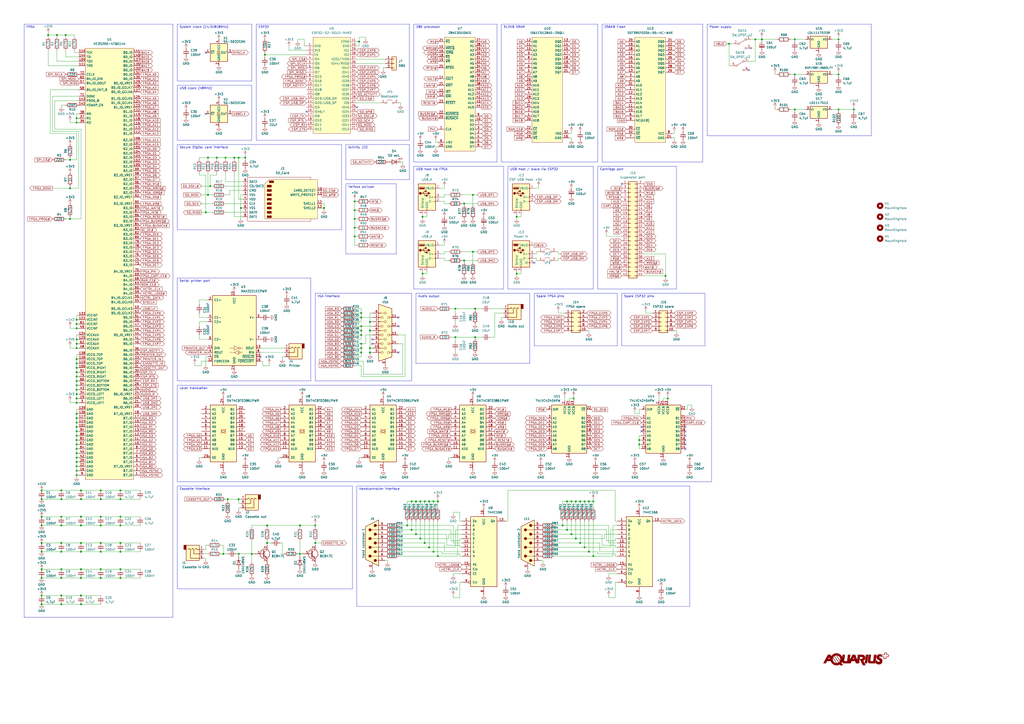
<source format=kicad_sch>
(kicad_sch (version 20211123) (generator eeschema)
  (paper "A2")
  (title_block (title "Aquarius+") (date "2022-04-01") (rev "0") (company "Designed by Frank van den Hoef"))
  (lib_symbols
    (symbol "74xx:74CBTLV3861" (pin_names (offset 1.016))
      (property "Reference" "U" (at -7.62 16.51 0))
      (property "Value" "74CBTLV3861" (at -7.62 -19.05 0))
      (symbol "74CBTLV3861_1_0"
        (pin bidirectional line (at -12.7 -7.62 0) (length 5.08) (name "A9") (number "10"))
        (pin bidirectional line (at -12.7 -10.16 0) (length 5.08) (name "A10") (number "11"))
        (pin power_in line (at 0 -22.86 90) (length 5.08) (name "GND") (number "12"))
        (pin bidirectional line (at 12.7 -10.16 180) (length 5.08) (name "B10") (number "13"))
        (pin bidirectional line (at 12.7 -7.62 180) (length 5.08) (name "B9") (number "14"))
        (pin bidirectional line (at 12.7 -5.08 180) (length 5.08) (name "B8") (number "15"))
        (pin bidirectional line (at 12.7 -2.54 180) (length 5.08) (name "B7") (number "16"))
        (pin bidirectional line (at 12.7 0 180) (length 5.08) (name "B6") (number "17"))
        (pin bidirectional line (at 12.7 2.54 180) (length 5.08) (name "B5") (number "18"))
        (pin bidirectional line (at 12.7 5.08 180) (length 5.08) (name "B4") (number "19"))
        (pin bidirectional line (at -12.7 12.7 0) (length 5.08) (name "A1") (number "2"))
        (pin bidirectional line (at 12.7 7.62 180) (length 5.08) (name "B3") (number "20"))
        (pin bidirectional line (at 12.7 10.16 180) (length 5.08) (name "B2") (number "21"))
        (pin bidirectional line (at 12.7 12.7 180) (length 5.08) (name "B1") (number "22"))
        (pin input input_low (at -12.7 -15.24 0) (length 5.08) (name "OE") (number "23"))
        (pin power_in line (at 0 20.32 270) (length 5.08) (name "VCC") (number "24"))
        (pin bidirectional line (at -12.7 10.16 0) (length 5.08) (name "A2") (number "3"))
        (pin bidirectional line (at -12.7 7.62 0) (length 5.08) (name "A3") (number "4"))
        (pin bidirectional line (at -12.7 5.08 0) (length 5.08) (name "A4") (number "5"))
        (pin bidirectional line (at -12.7 2.54 0) (length 5.08) (name "A5") (number "6"))
        (pin bidirectional line (at -12.7 0 0) (length 5.08) (name "A6") (number "7"))
        (pin bidirectional line (at -12.7 -2.54 0) (length 5.08) (name "A7") (number "8"))
        (pin bidirectional line (at -12.7 -5.08 0) (length 5.08) (name "A8") (number "9"))
      )
    )
    (symbol "74xx:74LS166" (pin_names (offset 1.016))
      (property "Reference" "U" (at -7.62 21.59 0))
      (property "Value" "74LS166" (at -7.62 -21.59 0))
      (symbol "74LS166_1_0"
        (pin input line (at -12.7 17.78 0) (length 5.08) (name "Ds") (number "1"))
        (pin input line (at -12.7 5.08 0) (length 5.08) (name "E") (number "10"))
        (pin input line (at -12.7 2.54 0) (length 5.08) (name "F") (number "11"))
        (pin input line (at -12.7 0 0) (length 5.08) (name "G") (number "12"))
        (pin output line (at 12.7 17.78 180) (length 5.08) (name "Qh") (number "13"))
        (pin input line (at -12.7 -2.54 0) (length 5.08) (name "H") (number "14"))
        (pin input inverted (at -12.7 -7.62 0) (length 5.08) (name "PE") (number "15"))
        (pin power_in line (at 0 25.4 270) (length 5.08) (name "VCC") (number "16"))
        (pin input line (at -12.7 15.24 0) (length 5.08) (name "A") (number "2"))
        (pin input line (at -12.7 12.7 0) (length 5.08) (name "B") (number "3"))
        (pin input line (at -12.7 10.16 0) (length 5.08) (name "C") (number "4"))
        (pin input line (at -12.7 7.62 0) (length 5.08) (name "D") (number "5"))
        (pin input inverted (at -12.7 -12.7 0) (length 5.08) (name "CE") (number "6"))
        (pin input line (at -12.7 -10.16 0) (length 5.08) (name "Clk") (number "7"))
        (pin power_in line (at 0 -25.4 90) (length 5.08) (name "GND") (number "8"))
        (pin input inverted (at -12.7 -17.78 0) (length 5.08) (name "Clr") (number "9"))
      )
    )
    (symbol "Connector:AudioJack3"
      (property "Reference" "J" (at 0 8.89 0))
      (property "Value" "AudioJack3" (at 0 6.35 0))
      (symbol "AudioJack3_1_1"
        (pin passive line (at 5.08 0 180) (length 2.54) (name "~") (number "R"))
        (pin passive line (at 5.08 2.54 180) (length 2.54) (name "~") (number "S"))
        (pin passive line (at 5.08 -2.54 180) (length 2.54) (name "~") (number "T"))
      )
    )
    (symbol "Connector:DB15_Female_HighDensity_MountingHoles" (pin_names (offset 1.016) hide)
      (property "Reference" "J" (at 0 21.59 0))
      (property "Value" "DB15_Female_HighDensity_MountingHoles" (at 0 19.05 0))
      (symbol "DB15_Female_HighDensity_MountingHoles_1_1"
        (pin passive line (at 0 -17.78 90) (length 3.81) (name "~") (number "0"))
        (pin passive line (at -7.62 10.16 0) (length 5.08) (name "~") (number "1"))
        (pin passive line (at -7.62 -7.62 0) (length 5.08) (name "~") (number "10"))
        (pin passive line (at 7.62 10.16 180) (length 5.08) (name "~") (number "11"))
        (pin passive line (at 7.62 5.08 180) (length 5.08) (name "~") (number "12"))
        (pin passive line (at 7.62 0 180) (length 5.08) (name "~") (number "13"))
        (pin passive line (at 7.62 -5.08 180) (length 5.08) (name "~") (number "14"))
        (pin passive line (at 7.62 -10.16 180) (length 5.08) (name "~") (number "15"))
        (pin passive line (at -7.62 5.08 0) (length 5.08) (name "~") (number "2"))
        (pin passive line (at -7.62 0 0) (length 5.08) (name "~") (number "3"))
        (pin passive line (at -7.62 -5.08 0) (length 5.08) (name "~") (number "4"))
        (pin passive line (at -7.62 -10.16 0) (length 5.08) (name "~") (number "5"))
        (pin passive line (at -7.62 12.7 0) (length 5.08) (name "~") (number "6"))
        (pin passive line (at -7.62 7.62 0) (length 5.08) (name "~") (number "7"))
        (pin passive line (at -7.62 2.54 0) (length 5.08) (name "~") (number "8"))
        (pin passive line (at -7.62 -2.54 0) (length 5.08) (name "~") (number "9"))
      )
    )
    (symbol "Connector:DB9_Male_MountingHoles" (pin_names (offset 1.016) hide)
      (property "Reference" "J" (at 0 16.51 0))
      (property "Value" "DB9_Male_MountingHoles" (at 0 14.605 0))
      (symbol "DB9_Male_MountingHoles_1_1"
        (pin passive line (at 0 -15.24 90) (length 3.81) (name "PAD") (number "0"))
        (pin passive line (at -7.62 -10.16 0) (length 3.81) (name "1") (number "1"))
        (pin passive line (at -7.62 -5.08 0) (length 3.81) (name "2") (number "2"))
        (pin passive line (at -7.62 0 0) (length 3.81) (name "3") (number "3"))
        (pin passive line (at -7.62 5.08 0) (length 3.81) (name "4") (number "4"))
        (pin passive line (at -7.62 10.16 0) (length 3.81) (name "5") (number "5"))
        (pin passive line (at -7.62 -7.62 0) (length 3.81) (name "6") (number "6"))
        (pin passive line (at -7.62 -2.54 0) (length 3.81) (name "7") (number "7"))
        (pin passive line (at -7.62 2.54 0) (length 3.81) (name "8") (number "8"))
        (pin passive line (at -7.62 7.62 0) (length 3.81) (name "9") (number "9"))
      )
    )
    (symbol "Connector:SD_Card" (pin_names (offset 1.016))
      (property "Reference" "J" (at -16.51 13.97 0))
      (property "Value" "SD_Card" (at 15.24 -13.97 0))
      (symbol "SD_Card_1_1"
        (pin input line (at -22.86 7.62 0) (length 2.54) (name "CD/DAT3") (number "1"))
        (pin input line (at 22.86 5.08 180) (length 2.54) (name "CARD_DETECT") (number "10"))
        (pin input line (at 22.86 2.54 180) (length 2.54) (name "WRITE_PROTECT") (number "11"))
        (pin input line (at 22.86 -2.54 180) (length 2.54) (name "SHELL1") (number "12"))
        (pin input line (at 22.86 -5.08 180) (length 2.54) (name "SHELL2") (number "13"))
        (pin input line (at -22.86 5.08 0) (length 2.54) (name "CMD") (number "2"))
        (pin power_in line (at -22.86 2.54 0) (length 2.54) (name "VSS") (number "3"))
        (pin power_in line (at -22.86 0 0) (length 2.54) (name "VDD") (number "4"))
        (pin input line (at -22.86 -2.54 0) (length 2.54) (name "CLK") (number "5"))
        (pin power_in line (at -22.86 -5.08 0) (length 2.54) (name "VSS") (number "6"))
        (pin input line (at -22.86 -7.62 0) (length 2.54) (name "DAT0") (number "7"))
        (pin input line (at -22.86 -10.16 0) (length 2.54) (name "DAT1") (number "8"))
        (pin input line (at -22.86 10.16 0) (length 2.54) (name "DAT2") (number "9"))
      )
    )
    (symbol "Connector:USB_A" (pin_names (offset 1.016))
      (property "Reference" "J" (at -5.08 11.43 0))
      (property "Value" "USB_A" (at -5.08 8.89 0))
      (symbol "USB_A_1_1"
        (pin power_in line (at 7.62 5.08 180) (length 2.54) (name "VBUS") (number "1"))
        (pin bidirectional line (at 7.62 -2.54 180) (length 2.54) (name "D-") (number "2"))
        (pin bidirectional line (at 7.62 0 180) (length 2.54) (name "D+") (number "3"))
        (pin power_in line (at 0 -10.16 90) (length 2.54) (name "GND") (number "4"))
        (pin passive line (at -2.54 -10.16 90) (length 2.54) (name "Shield") (number "5"))
      )
    )
    (symbol "Connector:USB_B_Micro" (pin_names (offset 1.016))
      (property "Reference" "J" (at -5.08 11.43 0))
      (property "Value" "USB_B_Micro" (at -5.08 8.89 0))
      (symbol "USB_B_Micro_1_1"
        (pin power_out line (at 7.62 5.08 180) (length 2.54) (name "VBUS") (number "1"))
        (pin bidirectional line (at 7.62 -2.54 180) (length 2.54) (name "D-") (number "2"))
        (pin bidirectional line (at 7.62 0 180) (length 2.54) (name "D+") (number "3"))
        (pin passive line (at 7.62 -5.08 180) (length 2.54) (name "ID") (number "4"))
        (pin power_out line (at 0 -10.16 90) (length 2.54) (name "GND") (number "5"))
        (pin passive line (at -2.54 -10.16 90) (length 2.54) (name "Shield") (number "6"))
      )
    )
    (symbol "Connector_Generic:Conn_01x03" (pin_names (offset 1.016) hide)
      (property "Reference" "J" (at 0 5.08 0))
      (property "Value" "Conn_01x03" (at 0 -5.08 0))
      (symbol "Conn_01x03_1_1"
        (pin passive line (at -5.08 2.54 0) (length 3.81) (name "Pin_1") (number "1"))
        (pin passive line (at -5.08 0 0) (length 3.81) (name "Pin_2") (number "2"))
        (pin passive line (at -5.08 -2.54 0) (length 3.81) (name "Pin_3") (number "3"))
      )
    )
    (symbol "Connector_Generic:Conn_02x05_Odd_Even" (pin_names (offset 1.016) hide)
      (property "Reference" "J" (at 1.27 7.62 0))
      (property "Value" "Conn_02x05_Odd_Even" (at 1.27 -7.62 0))
      (symbol "Conn_02x05_Odd_Even_1_1"
        (pin passive line (at -5.08 5.08 0) (length 3.81) (name "Pin_1") (number "1"))
        (pin passive line (at 7.62 -5.08 180) (length 3.81) (name "Pin_10") (number "10"))
        (pin passive line (at 7.62 5.08 180) (length 3.81) (name "Pin_2") (number "2"))
        (pin passive line (at -5.08 2.54 0) (length 3.81) (name "Pin_3") (number "3"))
        (pin passive line (at 7.62 2.54 180) (length 3.81) (name "Pin_4") (number "4"))
        (pin passive line (at -5.08 0 0) (length 3.81) (name "Pin_5") (number "5"))
        (pin passive line (at 7.62 0 180) (length 3.81) (name "Pin_6") (number "6"))
        (pin passive line (at -5.08 -2.54 0) (length 3.81) (name "Pin_7") (number "7"))
        (pin passive line (at 7.62 -2.54 180) (length 3.81) (name "Pin_8") (number "8"))
        (pin passive line (at -5.08 -5.08 0) (length 3.81) (name "Pin_9") (number "9"))
      )
    )
    (symbol "Connector_Generic:Conn_02x22_Odd_Even" (pin_names (offset 1.016) hide)
      (property "Reference" "J" (at 1.27 27.94 0))
      (property "Value" "Conn_02x22_Odd_Even" (at 1.27 -30.48 0))
      (symbol "Conn_02x22_Odd_Even_1_1"
        (pin passive line (at -5.08 25.4 0) (length 3.81) (name "Pin_1") (number "1"))
        (pin passive line (at 7.62 15.24 180) (length 3.81) (name "Pin_10") (number "10"))
        (pin passive line (at -5.08 12.7 0) (length 3.81) (name "Pin_11") (number "11"))
        (pin passive line (at 7.62 12.7 180) (length 3.81) (name "Pin_12") (number "12"))
        (pin passive line (at -5.08 10.16 0) (length 3.81) (name "Pin_13") (number "13"))
        (pin passive line (at 7.62 10.16 180) (length 3.81) (name "Pin_14") (number "14"))
        (pin passive line (at -5.08 7.62 0) (length 3.81) (name "Pin_15") (number "15"))
        (pin passive line (at 7.62 7.62 180) (length 3.81) (name "Pin_16") (number "16"))
        (pin passive line (at -5.08 5.08 0) (length 3.81) (name "Pin_17") (number "17"))
        (pin passive line (at 7.62 5.08 180) (length 3.81) (name "Pin_18") (number "18"))
        (pin passive line (at -5.08 2.54 0) (length 3.81) (name "Pin_19") (number "19"))
        (pin passive line (at 7.62 25.4 180) (length 3.81) (name "Pin_2") (number "2"))
        (pin passive line (at 7.62 2.54 180) (length 3.81) (name "Pin_20") (number "20"))
        (pin passive line (at -5.08 0 0) (length 3.81) (name "Pin_21") (number "21"))
        (pin passive line (at 7.62 0 180) (length 3.81) (name "Pin_22") (number "22"))
        (pin passive line (at -5.08 -2.54 0) (length 3.81) (name "Pin_23") (number "23"))
        (pin passive line (at 7.62 -2.54 180) (length 3.81) (name "Pin_24") (number "24"))
        (pin passive line (at -5.08 -5.08 0) (length 3.81) (name "Pin_25") (number "25"))
        (pin passive line (at 7.62 -5.08 180) (length 3.81) (name "Pin_26") (number "26"))
        (pin passive line (at -5.08 -7.62 0) (length 3.81) (name "Pin_27") (number "27"))
        (pin passive line (at 7.62 -7.62 180) (length 3.81) (name "Pin_28") (number "28"))
        (pin passive line (at -5.08 -10.16 0) (length 3.81) (name "Pin_29") (number "29"))
        (pin passive line (at -5.08 22.86 0) (length 3.81) (name "Pin_3") (number "3"))
        (pin passive line (at 7.62 -10.16 180) (length 3.81) (name "Pin_30") (number "30"))
        (pin passive line (at -5.08 -12.7 0) (length 3.81) (name "Pin_31") (number "31"))
        (pin passive line (at 7.62 -12.7 180) (length 3.81) (name "Pin_32") (number "32"))
        (pin passive line (at -5.08 -15.24 0) (length 3.81) (name "Pin_33") (number "33"))
        (pin passive line (at 7.62 -15.24 180) (length 3.81) (name "Pin_34") (number "34"))
        (pin passive line (at -5.08 -17.78 0) (length 3.81) (name "Pin_35") (number "35"))
        (pin passive line (at 7.62 -17.78 180) (length 3.81) (name "Pin_36") (number "36"))
        (pin passive line (at -5.08 -20.32 0) (length 3.81) (name "Pin_37") (number "37"))
        (pin passive line (at 7.62 -20.32 180) (length 3.81) (name "Pin_38") (number "38"))
        (pin passive line (at -5.08 -22.86 0) (length 3.81) (name "Pin_39") (number "39"))
        (pin passive line (at 7.62 22.86 180) (length 3.81) (name "Pin_4") (number "4"))
        (pin passive line (at 7.62 -22.86 180) (length 3.81) (name "Pin_40") (number "40"))
        (pin passive line (at -5.08 -25.4 0) (length 3.81) (name "Pin_41") (number "41"))
        (pin passive line (at 7.62 -25.4 180) (length 3.81) (name "Pin_42") (number "42"))
        (pin passive line (at -5.08 -27.94 0) (length 3.81) (name "Pin_43") (number "43"))
        (pin passive line (at 7.62 -27.94 180) (length 3.81) (name "Pin_44") (number "44"))
        (pin passive line (at -5.08 20.32 0) (length 3.81) (name "Pin_5") (number "5"))
        (pin passive line (at 7.62 20.32 180) (length 3.81) (name "Pin_6") (number "6"))
        (pin passive line (at -5.08 17.78 0) (length 3.81) (name "Pin_7") (number "7"))
        (pin passive line (at 7.62 17.78 180) (length 3.81) (name "Pin_8") (number "8"))
        (pin passive line (at -5.08 15.24 0) (length 3.81) (name "Pin_9") (number "9"))
      )
    )
    (symbol "Device:C_Polarized_Small" (pin_numbers hide) (pin_names (offset 0.254) hide)
      (property "Reference" "C" (at 0.254 1.778 0))
      (property "Value" "C_Polarized_Small" (at 0.254 -2.032 0))
      (symbol "C_Polarized_Small_1_1"
        (pin passive line (at 0 2.54 270) (length 1.8542) (name "~") (number "1"))
        (pin passive line (at 0 -2.54 90) (length 1.8542) (name "~") (number "2"))
      )
    )
    (symbol "Device:C_Small" (pin_numbers hide) (pin_names (offset 0.254) hide)
      (property "Reference" "C" (at 0.254 1.778 0))
      (property "Value" "C_Small" (at 0.254 -2.032 0))
      (symbol "C_Small_1_1"
        (pin passive line (at 0 2.54 270) (length 2.032) (name "~") (number "1"))
        (pin passive line (at 0 -2.54 90) (length 2.032) (name "~") (number "2"))
      )
    )
    (symbol "Device:LED" (pin_numbers hide) (pin_names (offset 1.016) hide)
      (property "Reference" "D" (at 0 2.54 0))
      (property "Value" "LED" (at 0 -2.54 0))
      (symbol "LED_1_1"
        (pin passive line (at -3.81 0 0) (length 2.54) (name "K") (number "1"))
        (pin passive line (at 3.81 0 180) (length 2.54) (name "A") (number "2"))
      )
    )
    (symbol "Device:R" (pin_numbers hide) (pin_names (offset 0))
      (property "Reference" "R" (at 2.032 0 90))
      (property "Value" "R" (at 0 0 90))
      (symbol "R_1_1"
        (pin passive line (at 0 3.81 270) (length 1.27) (name "~") (number "1"))
        (pin passive line (at 0 -3.81 90) (length 1.27) (name "~") (number "2"))
      )
    )
    (symbol "Diode:1N4148WS" (pin_numbers hide) (pin_names (offset 1.016) hide)
      (property "Reference" "D" (at 0 2.54 0))
      (property "Value" "1N4148WS" (at 0 -2.54 0))
      (symbol "1N4148WS_1_1"
        (pin passive line (at -3.81 0 0) (length 2.54) (name "K") (number "1"))
        (pin passive line (at 3.81 0 180) (length 2.54) (name "A") (number "2"))
      )
    )
    (symbol "Interface_UART:MAX3221" (pin_names (offset 1.016))
      (property "Reference" "U" (at -10.16 21.59 0))
      (property "Value" "MAX3221" (at 12.7 21.59 0))
      (symbol "MAX3221_1_1"
        (pin input line (at -15.24 -15.24 0) (length 2.54) (name "~{EN}") (number "1"))
        (pin output line (at 15.24 -15.24 180) (length 2.54) (name "~{INVALID}") (number "10"))
        (pin input line (at -15.24 -10.16 0) (length 2.54) (name "DIN") (number "11"))
        (pin input line (at -15.24 -17.78 0) (length 2.54) (name "FORCEON") (number "12"))
        (pin output line (at 15.24 -10.16 180) (length 2.54) (name "DOUT") (number "13"))
        (pin power_in line (at 0 -22.86 90) (length 2.54) (name "GND") (number "14"))
        (pin power_in line (at 0 22.86 270) (length 2.54) (name "VCC") (number "15"))
        (pin input line (at 15.24 -17.78 180) (length 2.54) (name "~{FORCEOFF}") (number "16"))
        (pin passive line (at -15.24 17.78 0) (length 2.54) (name "C1+") (number "2"))
        (pin power_out line (at 15.24 7.62 180) (length 2.54) (name "V+") (number "3"))
        (pin passive line (at -15.24 7.62 0) (length 2.54) (name "C1-") (number "4"))
        (pin passive line (at -15.24 5.08 0) (length 2.54) (name "C2+") (number "5"))
        (pin passive line (at -15.24 -5.08 0) (length 2.54) (name "C2-") (number "6"))
        (pin power_out line (at 15.24 -5.08 180) (length 2.54) (name "V-") (number "7"))
        (pin input line (at 15.24 -12.7 180) (length 2.54) (name "RIN") (number "8"))
        (pin output line (at -15.24 -12.7 0) (length 2.54) (name "ROUT") (number "9"))
      )
    )
    (symbol "Jumper:Jumper_2_Open" (pin_names (offset 0) hide)
      (property "Reference" "JP" (at 0 2.794 0))
      (property "Value" "Jumper_2_Open" (at 0 -2.286 0))
      (symbol "Jumper_2_Open_1_1"
        (pin passive line (at -5.08 0 0) (length 2.54) (name "A") (number "1"))
        (pin passive line (at 5.08 0 180) (length 2.54) (name "B") (number "2"))
      )
    )
    (symbol "Logic_LevelTranslator:SN74AVC8T245PW"
      (property "Reference" "U" (at -8.89 13.97 0))
      (property "Value" "SN74AVC8T245PW" (at 12.7 13.97 0))
      (symbol "SN74AVC8T245PW_1_1"
        (pin power_in line (at -2.54 15.24 270) (length 2.54) (name "VCCA") (number "1"))
        (pin bidirectional line (at -12.7 -12.7 0) (length 2.54) (name "A8") (number "10"))
        (pin power_in line (at 0 -17.78 90) (length 2.54) (name "GND") (number "11"))
        (pin passive line (at 0 -17.78 90) (length 2.54) hide (name "GND") (number "12"))
        (pin passive line (at 0 -17.78 90) (length 2.54) hide (name "GND") (number "13"))
        (pin bidirectional line (at 12.7 -12.7 180) (length 2.54) (name "B8") (number "14"))
        (pin bidirectional line (at 12.7 -10.16 180) (length 2.54) (name "B7") (number "15"))
        (pin bidirectional line (at 12.7 -7.62 180) (length 2.54) (name "B6") (number "16"))
        (pin bidirectional line (at 12.7 -5.08 180) (length 2.54) (name "B5") (number "17"))
        (pin bidirectional line (at 12.7 -2.54 180) (length 2.54) (name "B4") (number "18"))
        (pin bidirectional line (at 12.7 0 180) (length 2.54) (name "B3") (number "19"))
        (pin input line (at -12.7 10.16 0) (length 2.54) (name "DIR") (number "2"))
        (pin bidirectional line (at 12.7 2.54 180) (length 2.54) (name "B2") (number "20"))
        (pin bidirectional line (at 12.7 5.08 180) (length 2.54) (name "B1") (number "21"))
        (pin input line (at 12.7 10.16 180) (length 2.54) (name "~{OE}") (number "22"))
        (pin power_in line (at 2.54 15.24 270) (length 2.54) (name "VCCB") (number "23"))
        (pin power_in line (at 0 15.24 270) (length 2.54) (name "VCCB") (number "24"))
        (pin bidirectional line (at -12.7 5.08 0) (length 2.54) (name "A1") (number "3"))
        (pin bidirectional line (at -12.7 2.54 0) (length 2.54) (name "A2") (number "4"))
        (pin bidirectional line (at -12.7 0 0) (length 2.54) (name "A3") (number "5"))
        (pin bidirectional line (at -12.7 -2.54 0) (length 2.54) (name "A4") (number "6"))
        (pin bidirectional line (at -12.7 -5.08 0) (length 2.54) (name "A5") (number "7"))
        (pin bidirectional line (at -12.7 -7.62 0) (length 2.54) (name "A6") (number "8"))
        (pin bidirectional line (at -12.7 -10.16 0) (length 2.54) (name "A7") (number "9"))
      )
    )
    (symbol "Mechanical:MountingHole" (pin_names (offset 1.016))
      (property "Reference" "H" (at 0 5.08 0))
      (property "Value" "MountingHole" (at 0 3.175 0))
    )
    (symbol "Oscillator:SG-5032CAN" (pin_names (offset 0.254))
      (property "Reference" "X" (at -5.08 6.35 0))
      (property "Value" "SG-5032CAN" (at 1.27 -6.35 0))
      (symbol "SG-5032CAN_1_1"
        (pin input line (at -7.62 0 0) (length 2.54) (name "~{ST}") (number "1"))
        (pin power_in line (at 0 -7.62 90) (length 2.54) (name "GND") (number "2"))
        (pin output line (at 7.62 0 180) (length 2.54) (name "OUT") (number "3"))
        (pin power_in line (at 0 7.62 270) (length 2.54) (name "VCC") (number "4"))
      )
    )
    (symbol "Regulator_Linear:AP1117-33" (pin_names (offset 0.254))
      (property "Reference" "U" (at -3.81 3.175 0))
      (property "Value" "AP1117-33" (at 0 3.175 0))
      (symbol "AP1117-33_1_1"
        (pin power_in line (at 0 -7.62 90) (length 2.54) (name "GND") (number "1"))
        (pin power_out line (at 7.62 0 180) (length 2.54) (name "VO") (number "2"))
        (pin power_in line (at -7.62 0 0) (length 2.54) (name "VI") (number "3"))
      )
    )
    (symbol "Regulator_Linear:MCP1700-2502E_SOT23" (pin_names (offset 0.254))
      (property "Reference" "U" (at -3.81 3.175 0))
      (property "Value" "MCP1700-2502E_SOT23" (at 0 3.175 0))
      (symbol "MCP1700-2502E_SOT23_1_1"
        (pin power_in line (at 0 -7.62 90) (length 2.54) (name "GND") (number "1"))
        (pin power_out line (at 7.62 0 180) (length 2.54) (name "VO") (number "2"))
        (pin power_in line (at -7.62 0 0) (length 2.54) (name "VI") (number "3"))
      )
    )
    (symbol "Switch:SW_DPDT_x2" (pin_names (offset 0) hide)
      (property "Reference" "SW" (at 0 4.318 0))
      (property "Value" "SW_DPDT_x2" (at 0 -5.08 0))
      (symbol "SW_DPDT_x2_1_1"
        (pin passive line (at 5.08 2.54 180) (length 2.54) (name "A") (number "1"))
        (pin passive line (at -5.08 0 0) (length 2.54) (name "B") (number "2"))
        (pin passive line (at 5.08 -2.54 180) (length 2.54) (name "C") (number "3"))
      )
      (symbol "SW_DPDT_x2_2_1"
        (pin passive line (at 5.08 2.54 180) (length 2.54) (name "A") (number "4"))
        (pin passive line (at -5.08 0 0) (length 2.54) (name "B") (number "5"))
        (pin passive line (at 5.08 -2.54 180) (length 2.54) (name "C") (number "6"))
      )
    )
    (symbol "Transistor_BJT:BC847" (pin_names (offset 0) hide)
      (property "Reference" "Q" (at 5.08 1.905 0))
      (property "Value" "BC847" (at 5.08 0 0))
      (symbol "BC847_1_1"
        (pin input line (at -5.08 0 0) (length 5.715) (name "B") (number "1"))
        (pin passive line (at 2.54 -5.08 90) (length 2.54) (name "E") (number "2"))
        (pin passive line (at 2.54 5.08 270) (length 2.54) (name "C") (number "3"))
      )
    )
    (symbol "aquarius-plus:AQPLUS_LOGO" (pin_names (offset 1.016)))
    (symbol "aquarius-plus:ESP32-S2-SOLO-N4R2"
      (property "Reference" "U" (at 0 5.08 0))
      (property "Value" "ESP32-S2-SOLO-N4R2" (at 0 2.54 0))
      (symbol "ESP32-S2-SOLO-N4R2_1_1"
        (pin power_in line (at -13.97 -5.08 0) (length 3.81) (name "GND") (number "1"))
        (pin bidirectional line (at -13.97 -27.94 0) (length 3.81) (name "IO17") (number "10"))
        (pin bidirectional line (at -13.97 -30.48 0) (length 3.81) (name "IO18") (number "11"))
        (pin bidirectional line (at -13.97 -33.02 0) (length 3.81) (name "IO8") (number "12"))
        (pin bidirectional line (at -13.97 -35.56 0) (length 3.81) (name "IO19/USB_DM") (number "13"))
        (pin bidirectional line (at -13.97 -38.1 0) (length 3.81) (name "IO20/USB_DP") (number "14"))
        (pin bidirectional line (at -13.97 -40.64 0) (length 3.81) (name "IO3") (number "15"))
        (pin input line (at -13.97 -43.18 0) (length 3.81) (name "IO46/I") (number "16"))
        (pin bidirectional line (at -13.97 -45.72 0) (length 3.81) (name "IO9") (number "17"))
        (pin bidirectional line (at -13.97 -48.26 0) (length 3.81) (name "IO10") (number "18"))
        (pin bidirectional line (at -13.97 -50.8 0) (length 3.81) (name "IO11") (number "19"))
        (pin power_in line (at -13.97 -7.62 0) (length 3.81) (name "3V3") (number "2"))
        (pin bidirectional line (at -13.97 -53.34 0) (length 3.81) (name "IO12") (number "20"))
        (pin bidirectional line (at 15.24 -53.34 180) (length 3.81) (name "IO13") (number "21"))
        (pin bidirectional line (at 15.24 -50.8 180) (length 3.81) (name "IO14") (number "22"))
        (pin bidirectional line (at 15.24 -48.26 180) (length 3.81) (name "IO21") (number "23"))
        (pin bidirectional line (at 15.24 -45.72 180) (length 3.81) (name "IO33") (number "24"))
        (pin bidirectional line (at 15.24 -43.18 180) (length 3.81) (name "IO34") (number "25"))
        (pin bidirectional line (at 15.24 -40.64 180) (length 3.81) (name "IO45") (number "26"))
        (pin bidirectional line (at 15.24 -38.1 180) (length 3.81) (name "IO0") (number "27"))
        (pin bidirectional line (at 15.24 -35.56 180) (length 3.81) (name "IO35") (number "28"))
        (pin bidirectional line (at 15.24 -33.02 180) (length 3.81) (name "IO36") (number "29"))
        (pin input line (at -13.97 -10.16 0) (length 3.81) (name "EN") (number "3"))
        (pin bidirectional line (at 15.24 -30.48 180) (length 3.81) (name "IO37") (number "30"))
        (pin bidirectional line (at 15.24 -27.94 180) (length 3.81) (name "IO38") (number "31"))
        (pin bidirectional line (at 15.24 -25.4 180) (length 3.81) (name "IO39") (number "32"))
        (pin bidirectional line (at 15.24 -22.86 180) (length 3.81) (name "IO40") (number "33"))
        (pin bidirectional line (at 15.24 -20.32 180) (length 3.81) (name "IO41") (number "34"))
        (pin bidirectional line (at 15.24 -17.78 180) (length 3.81) (name "IO42") (number "35"))
        (pin bidirectional line (at 15.24 -15.24 180) (length 3.81) (name "IO44/RXD0") (number "36"))
        (pin bidirectional line (at 15.24 -12.7 180) (length 3.81) (name "IO32/TXD0") (number "37"))
        (pin bidirectional line (at 15.24 -10.16 180) (length 3.81) (name "IO2") (number "38"))
        (pin bidirectional line (at 15.24 -7.62 180) (length 3.81) (name "IO1") (number "39"))
        (pin bidirectional line (at -13.97 -12.7 0) (length 3.81) (name "IO4") (number "4"))
        (pin power_in line (at 15.24 -5.08 180) (length 3.81) (name "GND") (number "40"))
        (pin power_in line (at 15.24 -2.54 180) (length 3.81) (name "EPAD") (number "41"))
        (pin bidirectional line (at -13.97 -15.24 0) (length 3.81) (name "IO5") (number "5"))
        (pin bidirectional line (at -13.97 -17.78 0) (length 3.81) (name "IO6") (number "6"))
        (pin bidirectional line (at -13.97 -20.32 0) (length 3.81) (name "IO7") (number "7"))
        (pin bidirectional line (at -13.97 -22.86 0) (length 3.81) (name "IO15") (number "8"))
        (pin bidirectional line (at -13.97 -25.4 0) (length 3.81) (name "IO16") (number "9"))
      )
    )
    (symbol "aquarius-plus:IS61C5128AS-25QLI"
      (property "Reference" "U" (at 0 35.56 0))
      (property "Value" "IS61C5128AS-25QLI" (at 0 33.02 0))
      (symbol "IS61C5128AS-25QLI_1_1"
        (pin input line (at -12.7 -15.24 0) (length 3.81) (name "A17") (number "1"))
        (pin input line (at -12.7 22.86 0) (length 3.81) (name "A2") (number "10"))
        (pin input line (at -12.7 25.4 0) (length 3.81) (name "A1") (number "11"))
        (pin input line (at -12.7 27.94 0) (length 3.81) (name "A0") (number "12"))
        (pin bidirectional line (at 12.7 27.94 180) (length 3.81) (name "DQ0") (number "13"))
        (pin bidirectional line (at 12.7 25.4 180) (length 3.81) (name "DQ1") (number "14"))
        (pin bidirectional line (at 12.7 22.86 180) (length 3.81) (name "DQ2") (number "15"))
        (pin power_in line (at 12.7 -27.94 180) (length 3.81) (name "GND") (number "16"))
        (pin bidirectional line (at 12.7 20.32 180) (length 3.81) (name "DQ3") (number "17"))
        (pin bidirectional line (at 12.7 17.78 180) (length 3.81) (name "DQ4") (number "18"))
        (pin bidirectional line (at 12.7 15.24 180) (length 3.81) (name "DQ5") (number "19"))
        (pin input line (at -12.7 -12.7 0) (length 3.81) (name "A16") (number "2"))
        (pin bidirectional line (at 12.7 12.7 180) (length 3.81) (name "DQ6") (number "20"))
        (pin bidirectional line (at 12.7 10.16 180) (length 3.81) (name "DQ7") (number "21"))
        (pin input line (at -12.7 -22.86 0) (length 3.81) (name "~{CE}") (number "22"))
        (pin input line (at -12.7 2.54 0) (length 3.81) (name "A10") (number "23"))
        (pin input line (at -12.7 -25.4 0) (length 3.81) (name "~{OE}") (number "24"))
        (pin input line (at -12.7 0 0) (length 3.81) (name "A11") (number "25"))
        (pin input line (at -12.7 5.08 0) (length 3.81) (name "A9") (number "26"))
        (pin input line (at -12.7 7.62 0) (length 3.81) (name "A8") (number "27"))
        (pin input line (at -12.7 -5.08 0) (length 3.81) (name "A13") (number "28"))
        (pin input line (at -12.7 -27.94 0) (length 3.81) (name "~{WE}") (number "29"))
        (pin input line (at -12.7 -7.62 0) (length 3.81) (name "A14") (number "3"))
        (pin input line (at -12.7 -17.78 0) (length 3.81) (name "A18") (number "30"))
        (pin input line (at -12.7 -10.16 0) (length 3.81) (name "A15") (number "31"))
        (pin power_in line (at 12.7 -25.4 180) (length 3.81) (name "VDD") (number "32"))
        (pin input line (at -12.7 -2.54 0) (length 3.81) (name "A12") (number "4"))
        (pin input line (at -12.7 10.16 0) (length 3.81) (name "A7") (number "5"))
        (pin input line (at -12.7 12.7 0) (length 3.81) (name "A6") (number "6"))
        (pin input line (at -12.7 15.24 0) (length 3.81) (name "A5") (number "7"))
        (pin input line (at -12.7 17.78 0) (length 3.81) (name "A4") (number "8"))
        (pin input line (at -12.7 20.32 0) (length 3.81) (name "A3") (number "9"))
      )
    )
    (symbol "aquarius-plus:SST39SF020A-55-4C-WHE"
      (property "Reference" "U" (at 0 35.56 0))
      (property "Value" "SST39SF020A-55-4C-WHE" (at 0 33.02 0))
      (symbol "SST39SF020A-55-4C-WHE_0_0"
        (pin power_in line (at 12.7 -26.67 180) (length 3.81) (name "GND") (number "24"))
        (pin power_in line (at 12.7 -24.13 180) (length 3.81) (name "VCC") (number "8"))
      )
      (symbol "SST39SF020A-55-4C-WHE_1_1"
        (pin input line (at -13.97 1.27 0) (length 5.08) (name "A11") (number "1"))
        (pin input line (at -13.97 -11.43 0) (length 5.08) (name "A16") (number "10"))
        (pin input line (at -13.97 -8.89 0) (length 5.08) (name "A15") (number "11"))
        (pin input line (at -13.97 -1.27 0) (length 5.08) (name "A12") (number "12"))
        (pin input line (at -13.97 11.43 0) (length 5.08) (name "A7") (number "13"))
        (pin input line (at -13.97 13.97 0) (length 5.08) (name "A6") (number "14"))
        (pin input line (at -13.97 16.51 0) (length 5.08) (name "A5") (number "15"))
        (pin input line (at -13.97 19.05 0) (length 5.08) (name "A4") (number "16"))
        (pin input line (at -13.97 21.59 0) (length 5.08) (name "A3") (number "17"))
        (pin input line (at -13.97 24.13 0) (length 5.08) (name "A2") (number "18"))
        (pin input line (at -13.97 26.67 0) (length 5.08) (name "A1") (number "19"))
        (pin input line (at -13.97 6.35 0) (length 5.08) (name "A9") (number "2"))
        (pin input line (at -13.97 29.21 0) (length 5.08) (name "A0") (number "20"))
        (pin bidirectional line (at 13.97 29.21 180) (length 5.08) (name "DQ0") (number "21"))
        (pin bidirectional line (at 13.97 26.67 180) (length 5.08) (name "DQ1") (number "22"))
        (pin bidirectional line (at 13.97 24.13 180) (length 5.08) (name "DQ2") (number "23"))
        (pin bidirectional line (at 13.97 21.59 180) (length 5.08) (name "DQ3") (number "25"))
        (pin bidirectional line (at 13.97 19.05 180) (length 5.08) (name "DQ4") (number "26"))
        (pin bidirectional line (at 13.97 16.51 180) (length 5.08) (name "DQ5") (number "27"))
        (pin bidirectional line (at 13.97 13.97 180) (length 5.08) (name "DQ6") (number "28"))
        (pin bidirectional line (at 13.97 11.43 180) (length 5.08) (name "DQ7") (number "29"))
        (pin input line (at -13.97 8.89 0) (length 5.08) (name "A8") (number "3"))
        (pin input line (at -13.97 -21.59 0) (length 5.08) (name "~{CE}") (number "30"))
        (pin input line (at -13.97 3.81 0) (length 5.08) (name "A10") (number "31"))
        (pin input line (at -13.97 -24.13 0) (length 5.08) (name "~{OE}") (number "32"))
        (pin input line (at -13.97 -3.81 0) (length 5.08) (name "A13") (number "4"))
        (pin input line (at -13.97 -6.35 0) (length 5.08) (name "A14") (number "5"))
        (pin input line (at -13.97 -13.97 0) (length 5.08) (name "A17") (number "6"))
        (pin input line (at -13.97 -26.67 0) (length 5.08) (name "~{WE}") (number "7"))
        (pin input line (at -13.97 -16.51 0) (length 5.08) (name "NC(A18)") (number "9"))
      )
    )
    (symbol "aquarius-plus:XC3S200-4TQG144"
      (property "Reference" "U" (at 0 130.81 0))
      (property "Value" "XC3S200-4TQG144" (at 0 128.27 0))
      (symbol "XC3S200-4TQG144_1_1"
        (pin passive line (at 17.78 -121.92 180) (length 3.81) (name "B7_IO") (number "1"))
        (pin passive line (at 17.78 -104.14 180) (length 3.81) (name "B7_IO") (number "10"))
        (pin passive line (at 17.78 57.15 180) (length 3.81) (name "B2_IO") (number "100"))
        (pin power_in line (at -17.78 -93.98 0) (length 3.81) (name "GND") (number "101"))
        (pin passive line (at 17.78 59.69 180) (length 3.81) (name "B2_IO") (number "102"))
        (pin passive line (at 17.78 62.23 180) (length 3.81) (name "B2_IO") (number "103"))
        (pin passive line (at 17.78 64.77 180) (length 3.81) (name "B2_IO") (number "104"))
        (pin passive line (at 17.78 67.31 180) (length 3.81) (name "B2_IO") (number "105"))
        (pin power_in line (at -17.78 -59.69 0) (length 3.81) (name "VCCO_RIGHT") (number "106"))
        (pin passive line (at 17.78 69.85 180) (length 3.81) (name "B2_IO") (number "107"))
        (pin passive line (at 17.78 72.39 180) (length 3.81) (name "B2_IO") (number "108"))
        (pin output line (at -17.78 118.11 0) (length 3.81) (name "TDO") (number "109"))
        (pin passive line (at 17.78 -101.6 180) (length 3.81) (name "B7_IO") (number "11"))
        (pin input line (at -17.78 123.19 0) (length 3.81) (name "TCK") (number "110"))
        (pin input line (at -17.78 115.57 0) (length 3.81) (name "TMS") (number "111"))
        (pin passive line (at 17.78 76.2 180) (length 3.81) (name "B1_IO") (number "112"))
        (pin passive line (at 17.78 78.74 180) (length 3.81) (name "B1_IO") (number "113"))
        (pin power_in line (at -17.78 -91.44 0) (length 3.81) (name "GND") (number "114"))
        (pin power_in line (at -17.78 -57.15 0) (length 3.81) (name "VCCO_TOP") (number "115"))
        (pin passive line (at 17.78 81.28 180) (length 3.81) (name "B1_IO") (number "116"))
        (pin power_in line (at -17.78 -88.9 0) (length 3.81) (name "GND") (number "117"))
        (pin passive line (at 17.78 83.82 180) (length 3.81) (name "B1_IO") (number "118"))
        (pin passive line (at 17.78 86.36 180) (length 3.81) (name "B1_IO") (number "119"))
        (pin passive line (at 17.78 -99.06 180) (length 3.81) (name "B7_IO") (number "12"))
        (pin power_in line (at -17.78 -43.18 0) (length 3.81) (name "VCCAUX") (number "120"))
        (pin power_in line (at -17.78 -31.75 0) (length 3.81) (name "VCCINT") (number "121"))
        (pin passive line (at 17.78 88.9 180) (length 3.81) (name "B1_IO") (number "122"))
        (pin passive line (at 17.78 91.44 180) (length 3.81) (name "B1_IO_VREF") (number "123"))
        (pin passive line (at 17.78 93.98 180) (length 3.81) (name "B1_IO_GCLK4") (number "124"))
        (pin passive line (at 17.78 96.52 180) (length 3.81) (name "B1_IO_GCLK5") (number "125"))
        (pin power_in line (at -17.78 -54.61 0) (length 3.81) (name "VCCO_TOP") (number "126"))
        (pin passive line (at 17.78 100.33 180) (length 3.81) (name "B0_IO_GCLK6") (number "127"))
        (pin passive line (at 17.78 102.87 180) (length 3.81) (name "B0_IO_GCLK7") (number "128"))
        (pin passive line (at 17.78 105.41 180) (length 3.81) (name "B0_IO_VREF") (number "129"))
        (pin passive line (at 17.78 -96.52 180) (length 3.81) (name "B7_IO") (number "13"))
        (pin passive line (at 17.78 107.95 180) (length 3.81) (name "B0_IO") (number "130"))
        (pin passive line (at 17.78 110.49 180) (length 3.81) (name "B0_IO") (number "131"))
        (pin passive line (at 17.78 113.03 180) (length 3.81) (name "B0_IO") (number "132"))
        (pin power_in line (at -17.78 -29.21 0) (length 3.81) (name "VCCINT") (number "133"))
        (pin power_in line (at -17.78 -40.64 0) (length 3.81) (name "VCCAUX") (number "134"))
        (pin passive line (at 17.78 115.57 180) (length 3.81) (name "B0_IO") (number "135"))
        (pin power_in line (at -17.78 -86.36 0) (length 3.81) (name "GND") (number "136"))
        (pin passive line (at 17.78 118.11 180) (length 3.81) (name "B0_IO") (number "137"))
        (pin power_in line (at -17.78 -52.07 0) (length 3.81) (name "VCCO_TOP") (number "138"))
        (pin power_in line (at -17.78 -83.82 0) (length 3.81) (name "GND") (number "139"))
        (pin passive line (at 17.78 -93.98 180) (length 3.81) (name "B7_IO") (number "14"))
        (pin passive line (at 17.78 120.65 180) (length 3.81) (name "B0_IO") (number "140"))
        (pin passive line (at 17.78 123.19 180) (length 3.81) (name "B0_IO") (number "141"))
        (pin input line (at -17.78 92.71 0) (length 3.81) (name "HSWAP_EN") (number "142"))
        (pin input line (at -17.78 95.25 0) (length 3.81) (name "PROG_B") (number "143"))
        (pin input line (at -17.78 120.65 0) (length 3.81) (name "TDI") (number "144"))
        (pin passive line (at 17.78 -91.44 180) (length 3.81) (name "B7_IO") (number "15"))
        (pin power_in line (at -17.78 -119.38 0) (length 3.81) (name "GND") (number "16"))
        (pin passive line (at 17.78 -88.9 180) (length 3.81) (name "B7_IO") (number "17"))
        (pin passive line (at 17.78 -86.36 180) (length 3.81) (name "B7_IO_VREF") (number "18"))
        (pin power_in line (at -17.78 -77.47 0) (length 3.81) (name "VCCO_LEFT") (number "19"))
        (pin passive line (at 17.78 -119.38 180) (length 3.81) (name "B7_IO") (number "2"))
        (pin passive line (at 17.78 -82.55 180) (length 3.81) (name "B6_IO_VREF") (number "20"))
        (pin passive line (at 17.78 -80.01 180) (length 3.81) (name "B6_IO") (number "21"))
        (pin power_in line (at -17.78 -116.84 0) (length 3.81) (name "GND") (number "22"))
        (pin passive line (at 17.78 -77.47 180) (length 3.81) (name "B6_IO") (number "23"))
        (pin passive line (at 17.78 -74.93 180) (length 3.81) (name "B6_IO_VREF") (number "24"))
        (pin passive line (at 17.78 -72.39 180) (length 3.81) (name "B6_IO") (number "25"))
        (pin passive line (at 17.78 -69.85 180) (length 3.81) (name "B6_IO") (number "26"))
        (pin passive line (at 17.78 -67.31 180) (length 3.81) (name "B6_IO") (number "27"))
        (pin passive line (at 17.78 -64.77 180) (length 3.81) (name "B6_IO") (number "28"))
        (pin power_in line (at -17.78 -114.3 0) (length 3.81) (name "GND") (number "29"))
        (pin power_in line (at -17.78 -80.01 0) (length 3.81) (name "VCCO_LEFT") (number "3"))
        (pin passive line (at 17.78 -62.23 180) (length 3.81) (name "B6_IO") (number "30"))
        (pin passive line (at 17.78 -59.69 180) (length 3.81) (name "B6_IO") (number "31"))
        (pin passive line (at 17.78 -57.15 180) (length 3.81) (name "B6_IO") (number "32"))
        (pin passive line (at 17.78 -54.61 180) (length 3.81) (name "B6_IO") (number "33"))
        (pin power_in line (at -17.78 -74.93 0) (length 3.81) (name "VCCO_LEFT") (number "34"))
        (pin passive line (at 17.78 -52.07 180) (length 3.81) (name "B6_IO") (number "35"))
        (pin passive line (at 17.78 -49.53 180) (length 3.81) (name "B6_IO") (number "36"))
        (pin input line (at -17.78 85.09 0) (length 3.81) (name "M1") (number "37"))
        (pin input line (at -17.78 87.63 0) (length 3.81) (name "M0") (number "38"))
        (pin input line (at -17.78 82.55 0) (length 3.81) (name "M2") (number "39"))
        (pin passive line (at 17.78 -116.84 180) (length 3.81) (name "B7_IO_VREF") (number "4"))
        (pin passive line (at 17.78 -45.72 180) (length 3.81) (name "B5_IO") (number "40"))
        (pin passive line (at 17.78 -43.18 180) (length 3.81) (name "B5_IO") (number "41"))
        (pin power_in line (at -17.78 -111.76 0) (length 3.81) (name "GND") (number "42"))
        (pin power_in line (at -17.78 -72.39 0) (length 3.81) (name "VCCO_BOTTOM") (number "43"))
        (pin passive line (at 17.78 -40.64 180) (length 3.81) (name "B5_IO_VREF") (number "44"))
        (pin power_in line (at -17.78 -109.22 0) (length 3.81) (name "GND") (number "45"))
        (pin passive line (at 17.78 -38.1 180) (length 3.81) (name "B5_IO") (number "46"))
        (pin passive line (at 17.78 -35.56 180) (length 3.81) (name "B5_IO") (number "47"))
        (pin power_in line (at -17.78 -48.26 0) (length 3.81) (name "VCCAUX") (number "48"))
        (pin power_in line (at -17.78 -36.83 0) (length 3.81) (name "VCCINT") (number "49"))
        (pin passive line (at 17.78 -114.3 180) (length 3.81) (name "B7_IO") (number "5"))
        (pin passive line (at 17.78 -33.02 180) (length 3.81) (name "B5_IO") (number "50"))
        (pin passive line (at 17.78 -30.48 180) (length 3.81) (name "B5_IO") (number "51"))
        (pin passive line (at 17.78 -27.94 180) (length 3.81) (name "B5_IO_GCLK2") (number "52"))
        (pin passive line (at 17.78 -25.4 180) (length 3.81) (name "B5_IO_GCLK3") (number "53"))
        (pin power_in line (at -17.78 -69.85 0) (length 3.81) (name "VCCO_BOTTOM") (number "54"))
        (pin passive line (at 17.78 -21.59 180) (length 3.81) (name "B4_IO_GCLK0") (number "55"))
        (pin passive line (at 17.78 -19.05 180) (length 3.81) (name "B4_IO_GCLK1") (number "56"))
        (pin passive line (at -17.78 105.41 0) (length 3.81) (name "B4_IO_DOUT") (number "57"))
        (pin passive line (at -17.78 101.6 0) (length 3.81) (name "B4_IO_INIT_B") (number "58"))
        (pin passive line (at 17.78 -16.51 180) (length 3.81) (name "B4_IO") (number "59"))
        (pin passive line (at 17.78 -111.76 180) (length 3.81) (name "B7_IO") (number "6"))
        (pin passive line (at 17.78 -13.97 180) (length 3.81) (name "B4_IO") (number "60"))
        (pin power_in line (at -17.78 -34.29 0) (length 3.81) (name "VCCINT") (number "61"))
        (pin power_in line (at -17.78 -45.72 0) (length 3.81) (name "VCCAUX") (number "62"))
        (pin passive line (at 17.78 -11.43 180) (length 3.81) (name "B4_IO") (number "63"))
        (pin power_in line (at -17.78 -106.68 0) (length 3.81) (name "GND") (number "64"))
        (pin passive line (at -17.78 107.95 0) (length 3.81) (name "B4_IO_DIN") (number "65"))
        (pin power_in line (at -17.78 -67.31 0) (length 3.81) (name "VCCO_BOTTOM") (number "66"))
        (pin power_in line (at -17.78 -104.14 0) (length 3.81) (name "GND") (number "67"))
        (pin passive line (at 17.78 -8.89 180) (length 3.81) (name "B4_IO") (number "68"))
        (pin passive line (at 17.78 -6.35 180) (length 3.81) (name "B4_IO") (number "69"))
        (pin passive line (at 17.78 -109.22 180) (length 3.81) (name "B7_IO") (number "7"))
        (pin passive line (at 17.78 -3.81 180) (length 3.81) (name "B4_IO_VREF") (number "70"))
        (pin output line (at -17.78 97.79 0) (length 3.81) (name "DONE") (number "71"))
        (pin input line (at -17.78 110.49 0) (length 3.81) (name "CCLK") (number "72"))
        (pin passive line (at 17.78 0 180) (length 3.81) (name "B3_IO") (number "73"))
        (pin passive line (at 17.78 2.54 180) (length 3.81) (name "B3_IO") (number "74"))
        (pin power_in line (at -17.78 -64.77 0) (length 3.81) (name "VCCO_RIGHT") (number "75"))
        (pin passive line (at 17.78 5.08 180) (length 3.81) (name "B3_IO") (number "76"))
        (pin passive line (at 17.78 7.62 180) (length 3.81) (name "B3_IO") (number "77"))
        (pin passive line (at 17.78 10.16 180) (length 3.81) (name "B3_IO") (number "78"))
        (pin passive line (at 17.78 12.7 180) (length 3.81) (name "B3_IO") (number "79"))
        (pin passive line (at 17.78 -106.68 180) (length 3.81) (name "B7_IO") (number "8"))
        (pin passive line (at 17.78 15.24 180) (length 3.81) (name "B3_IO") (number "80"))
        (pin power_in line (at -17.78 -101.6 0) (length 3.81) (name "GND") (number "81"))
        (pin passive line (at 17.78 17.78 180) (length 3.81) (name "B3_IO") (number "82"))
        (pin passive line (at 17.78 20.32 180) (length 3.81) (name "B3_IO") (number "83"))
        (pin passive line (at 17.78 22.86 180) (length 3.81) (name "B3_IO_VREF") (number "84"))
        (pin passive line (at 17.78 25.4 180) (length 3.81) (name "B3_IO") (number "85"))
        (pin passive line (at 17.78 27.94 180) (length 3.81) (name "B3_IO") (number "86"))
        (pin passive line (at 17.78 30.48 180) (length 3.81) (name "B3_IO") (number "87"))
        (pin power_in line (at -17.78 -99.06 0) (length 3.81) (name "GND") (number "88"))
        (pin passive line (at 17.78 33.02 180) (length 3.81) (name "B3_IO") (number "89"))
        (pin power_in line (at -17.78 -121.92 0) (length 3.81) (name "GND") (number "9"))
        (pin passive line (at 17.78 35.56 180) (length 3.81) (name "B3_IO_VREF") (number "90"))
        (pin power_in line (at -17.78 -62.23 0) (length 3.81) (name "VCCO_RIGHT") (number "91"))
        (pin passive line (at 17.78 39.37 180) (length 3.81) (name "B2_IO_VREF") (number "92"))
        (pin passive line (at 17.78 41.91 180) (length 3.81) (name "B2_IO") (number "93"))
        (pin power_in line (at -17.78 -96.52 0) (length 3.81) (name "GND") (number "94"))
        (pin passive line (at 17.78 44.45 180) (length 3.81) (name "B2_IO") (number "95"))
        (pin passive line (at 17.78 46.99 180) (length 3.81) (name "B2_IO") (number "96"))
        (pin passive line (at 17.78 49.53 180) (length 3.81) (name "B2_IO") (number "97"))
        (pin passive line (at 17.78 52.07 180) (length 3.81) (name "B2_IO_VREF") (number "98"))
        (pin passive line (at 17.78 54.61 180) (length 3.81) (name "B2_IO") (number "99"))
      )
    )
    (symbol "aquarius-plus:Z84C0010AEG"
      (property "Reference" "U" (at 0 35.56 0))
      (property "Value" "Z84C0010AEG" (at 0 34.29 0))
      (symbol "Z84C0010AEG_1_1"
        (pin input line (at -12.7 -20.32 0) (length 3.81) (name "CLK") (number "1"))
        (pin bidirectional line (at 12.7 -15.24 180) (length 3.81) (name "D1") (number "10"))
        (pin input line (at -12.7 1.27 0) (length 3.81) (name "~{INT}") (number "12"))
        (pin input line (at -12.7 -1.27 0) (length 3.81) (name "~{NMI}") (number "13"))
        (pin output line (at -12.7 8.89 0) (length 3.81) (name "~{HALT}") (number "14"))
        (pin output line (at -12.7 26.67 0) (length 3.81) (name "~{MREQ}") (number "15"))
        (pin output line (at -12.7 24.13 0) (length 3.81) (name "~{IORQ}") (number "16"))
        (pin output line (at -12.7 21.59 0) (length 3.81) (name "~{RD}") (number "18"))
        (pin output line (at -12.7 19.05 0) (length 3.81) (name "~{WR}") (number "19"))
        (pin bidirectional line (at 12.7 -22.86 180) (length 3.81) (name "D4") (number "2"))
        (pin output line (at -12.7 -13.97 0) (length 3.81) (name "~{BUSACK}") (number "20"))
        (pin input line (at -12.7 5.08 0) (length 3.81) (name "~{WAIT}") (number "21"))
        (pin input line (at -12.7 -11.43 0) (length 3.81) (name "~{BUSREQ}") (number "22"))
        (pin input line (at -12.7 -5.08 0) (length 3.81) (name "~{RESET}") (number "23"))
        (pin output line (at -12.7 30.48 0) (length 3.81) (name "~{M1}") (number "24"))
        (pin output line (at -12.7 15.24 0) (length 3.81) (name "~{RFSH}") (number "25"))
        (pin power_in line (at -12.7 -30.48 0) (length 3.81) (name "GND") (number "26"))
        (pin output line (at 12.7 30.48 180) (length 3.81) (name "A0") (number "27"))
        (pin output line (at 12.7 27.94 180) (length 3.81) (name "A1") (number "28"))
        (pin output line (at 12.7 25.4 180) (length 3.81) (name "A2") (number "29"))
        (pin bidirectional line (at 12.7 -20.32 180) (length 3.81) (name "D3") (number "3"))
        (pin output line (at 12.7 22.86 180) (length 3.81) (name "A3") (number "30"))
        (pin output line (at 12.7 20.32 180) (length 3.81) (name "A4") (number "31"))
        (pin output line (at 12.7 17.78 180) (length 3.81) (name "A5") (number "32"))
        (pin output line (at 12.7 15.24 180) (length 3.81) (name "A6") (number "34"))
        (pin output line (at 12.7 12.7 180) (length 3.81) (name "A7") (number "35"))
        (pin output line (at 12.7 10.16 180) (length 3.81) (name "A8") (number "36"))
        (pin output line (at 12.7 7.62 180) (length 3.81) (name "A9") (number "37"))
        (pin output line (at 12.7 5.08 180) (length 3.81) (name "A10") (number "38"))
        (pin bidirectional line (at 12.7 -25.4 180) (length 3.81) (name "D5") (number "4"))
        (pin output line (at 12.7 2.54 180) (length 3.81) (name "A11") (number "40"))
        (pin output line (at 12.7 0 180) (length 3.81) (name "A12") (number "41"))
        (pin output line (at 12.7 -2.54 180) (length 3.81) (name "A13") (number "42"))
        (pin output line (at 12.7 -5.08 180) (length 3.81) (name "A14") (number "43"))
        (pin output line (at 12.7 -7.62 180) (length 3.81) (name "A15") (number "44"))
        (pin bidirectional line (at 12.7 -27.94 180) (length 3.81) (name "D6") (number "5"))
        (pin power_in line (at -12.7 -27.94 0) (length 3.81) (name "+5V") (number "6"))
        (pin bidirectional line (at 12.7 -17.78 180) (length 3.81) (name "D2") (number "7"))
        (pin bidirectional line (at 12.7 -30.48 180) (length 3.81) (name "D7") (number "8"))
        (pin bidirectional line (at 12.7 -12.7 180) (length 3.81) (name "D0") (number "9"))
      )
    )
    (symbol "power:+1V2" (power) (pin_names (offset 0))
      (property "Value" "+1V2" (at 0 3.556 0))
      (symbol "+1V2_1_1"
        (pin power_in line (at 0 0 90) (length 0) hide (name "+1V2") (number "1"))
      )
    )
    (symbol "power:+2V5" (power) (pin_names (offset 0))
      (property "Value" "+2V5" (at 0 3.556 0))
      (symbol "+2V5_1_1"
        (pin power_in line (at 0 0 90) (length 0) hide (name "+2V5") (number "1"))
      )
    )
    (symbol "power:+3.3V" (power) (pin_names (offset 0))
      (property "Value" "+3.3V" (at 0 3.556 0))
      (symbol "+3.3V_1_1"
        (pin power_in line (at 0 0 90) (length 0) hide (name "+3V3") (number "1"))
      )
    )
    (symbol "power:+3V3" (power) (pin_names (offset 0))
      (property "Value" "+3V3" (at 0 3.556 0))
      (symbol "+3V3_1_1"
        (pin power_in line (at 0 0 90) (length 0) hide (name "+3V3") (number "1"))
      )
    )
    (symbol "power:+5V" (power) (pin_names (offset 0))
      (property "Value" "+5V" (at 0 3.556 0))
      (symbol "+5V_1_1"
        (pin power_in line (at 0 0 90) (length 0) hide (name "+5V") (number "1"))
      )
    )
    (symbol "power:GND" (power) (pin_names (offset 0))
      (property "Value" "GND" (at 0 -3.81 0))
      (symbol "GND_1_1"
        (pin power_in line (at 0 0 270) (length 0) hide (name "GND") (number "1"))
      )
    )
  )
  (junction (at 214.63 201.93))
  (junction (at 422.91 25.4))
  (junction (at 121.92 107.95))
  (junction (at 138.43 91.44))
  (junction (at 44.45 265.43))
  (junction (at 138.43 289.56))
  (junction (at 69.85 304.8))
  (junction (at 58.42 320.04))
  (junction (at 35.56 289.56))
  (junction (at 209.55 181.61))
  (junction (at 209.55 201.93))
  (junction (at 44.45 187.96))
  (junction (at 243.84 312.42))
  (junction (at 44.45 240.03))
  (junction (at 58.42 299.72))
  (junction (at 274.32 113.03))
  (junction (at 264.16 195.58))
  (junction (at 187.96 120.65))
  (junction (at 236.22 304.8))
  (junction (at 387.35 231.14))
  (junction (at 119.38 123.19))
  (junction (at 44.45 208.28))
  (junction (at 209.55 191.77))
  (junction (at 69.85 284.48))
  (junction (at 69.85 320.04))
  (junction (at 299.72 158.75))
  (junction (at 44.45 185.42))
  (junction (at 44.45 270.51))
  (junction (at 130.81 91.44))
  (junction (at 44.45 273.05))
  (junction (at 214.63 186.69))
  (junction (at 120.65 91.44))
  (junction (at 35.56 345.44))
  (junction (at 58.42 289.56))
  (junction (at 69.85 335.28))
  (junction (at 44.45 218.44))
  (junction (at 208.28 24.13))
  (junction (at 46.99 330.2))
  (junction (at 341.63 320.04))
  (junction (at 331.47 290.83))
  (junction (at 58.42 284.48))
  (junction (at 344.17 322.58))
  (junction (at 182.88 314.96))
  (junction (at 336.55 314.96))
  (junction (at 248.92 290.83))
  (junction (at 331.47 309.88))
  (junction (at 46.99 314.96))
  (junction (at 138.43 321.31))
  (junction (at 254 322.58))
  (junction (at 142.24 91.44))
  (junction (at 209.55 189.23))
  (junction (at 241.3 290.83))
  (junction (at 44.45 220.98))
  (junction (at 46.99 345.44))
  (junction (at 125.73 91.44))
  (junction (at 209.55 194.31))
  (junction (at 33.02 20.32))
  (junction (at 328.93 307.34))
  (junction (at 173.99 321.31))
  (junction (at 44.45 257.81))
  (junction (at 486.41 63.5))
  (junction (at 135.89 91.44))
  (junction (at 238.76 290.83))
  (junction (at 24.13 299.72))
  (junction (at 24.13 350.52))
  (junction (at 40.64 92.71))
  (junction (at 24.13 320.04))
  (junction (at 58.42 330.2))
  (junction (at 246.38 290.83))
  (junction (at 248.92 317.5))
  (junction (at 332.74 231.14))
  (junction (at 44.45 71.12))
  (junction (at 58.42 335.28))
  (junction (at 275.59 179.07))
  (junction (at 38.1 20.32))
  (junction (at 461.01 43.18))
  (junction (at 44.45 215.9))
  (junction (at 275.59 195.58))
  (junction (at 35.56 350.52))
  (junction (at 44.45 213.36))
  (junction (at 299.72 125.73))
  (junction (at 35.56 304.8))
  (junction (at 35.56 320.04))
  (junction (at 182.88 304.8))
  (junction (at 173.99 304.8))
  (junction (at 44.45 250.19))
  (junction (at 334.01 312.42))
  (junction (at 132.08 289.56))
  (junction (at 341.63 290.83))
  (junction (at 209.55 199.39))
  (junction (at 336.55 290.83))
  (junction (at 486.41 43.18))
  (junction (at 44.45 190.5))
  (junction (at 205.74 116.84))
  (junction (at 44.45 247.65))
  (junction (at 339.09 317.5))
  (junction (at 46.99 320.04))
  (junction (at 44.45 233.68))
  (junction (at 251.46 290.83))
  (junction (at 153.67 31.75))
  (junction (at 461.01 22.86))
  (junction (at 69.85 330.2))
  (junction (at 44.45 267.97))
  (junction (at 44.45 228.6))
  (junction (at 254 290.83))
  (junction (at 44.45 223.52))
  (junction (at 35.56 314.96))
  (junction (at 205.74 127))
  (junction (at 139.7 120.65))
  (junction (at 438.15 22.86))
  (junction (at 205.74 132.08))
  (junction (at 27.94 20.32))
  (junction (at 35.56 284.48))
  (junction (at 245.11 158.75))
  (junction (at 154.94 314.96))
  (junction (at 495.3 63.5))
  (junction (at 69.85 299.72))
  (junction (at 241.3 309.88))
  (junction (at 274.32 146.05))
  (junction (at 44.45 231.14))
  (junction (at 245.11 125.73))
  (junction (at 24.13 345.44))
  (junction (at 129.54 321.31))
  (junction (at 251.46 320.04))
  (junction (at 35.56 330.2))
  (junction (at 46.99 289.56))
  (junction (at 46.99 350.52))
  (junction (at 44.45 199.39))
  (junction (at 205.74 121.92))
  (junction (at 35.56 299.72))
  (junction (at 46.99 304.8))
  (junction (at 246.38 314.96))
  (junction (at 44.45 242.57))
  (junction (at 40.64 109.22))
  (junction (at 120.65 113.03))
  (junction (at 209.55 184.15))
  (junction (at 44.45 245.11))
  (junction (at 44.45 226.06))
  (junction (at 44.45 210.82))
  (junction (at 44.45 196.85))
  (junction (at 328.93 290.83))
  (junction (at 386.08 160.02))
  (junction (at 44.45 201.93))
  (junction (at 46.99 299.72))
  (junction (at 441.96 22.86))
  (junction (at 269.24 118.11))
  (junction (at 44.45 252.73))
  (junction (at 326.39 304.8))
  (junction (at 46.99 335.28))
  (junction (at 24.13 314.96))
  (junction (at 214.63 191.77))
  (junction (at 370.84 257.81))
  (junction (at 69.85 314.96))
  (junction (at 370.84 255.27))
  (junction (at 69.85 289.56))
  (junction (at 44.45 260.35))
  (junction (at 35.56 335.28))
  (junction (at 146.05 321.31))
  (junction (at 24.13 304.8))
  (junction (at 339.09 290.83))
  (junction (at 44.45 255.27))
  (junction (at 44.45 275.59))
  (junction (at 269.24 151.13))
  (junction (at 24.13 335.28))
  (junction (at 238.76 307.34))
  (junction (at 58.42 304.8))
  (junction (at 205.74 137.16))
  (junction (at 461.01 63.5))
  (junction (at 24.13 289.56))
  (junction (at 40.64 127))
  (junction (at 44.45 262.89))
  (junction (at 209.55 204.47))
  (junction (at 486.41 22.86))
  (junction (at 264.16 179.07))
  (junction (at 46.99 284.48))
  (junction (at 334.01 290.83))
  (junction (at 24.13 284.48))
  (junction (at 44.45 68.58))
  (junction (at 24.13 330.2))
  (junction (at 344.17 290.83))
  (junction (at 243.84 290.83))
  (junction (at 58.42 314.96))
  (junction (at 154.94 304.8))
  (junction (at 214.63 204.47))
  (no_connect (at 397.51 255.27))
  (no_connect (at 397.51 247.65))
  (no_connect (at 397.51 250.19))
  (no_connect (at 397.51 252.73))
  (no_connect (at 119.38 30.48))
  (no_connect (at 435.61 27.94))
  (no_connect (at 434.34 40.64))
  (no_connect (at 372.11 250.19))
  (no_connect (at 372.11 247.65))
  (no_connect (at 207.01 62.23))
  (no_connect (at 309.88 152.4))
  (no_connect (at 397.51 257.81))
  (no_connect (at 397.51 260.35))
  (no_connect (at 360.68 106.68))
  (no_connect (at 151.13 207.01))
  (no_connect (at 119.38 66.04))
  (no_connect (at 177.8 64.77))
  (no_connect (at 231.14 204.47))
  (no_connect (at 231.14 184.15))
  (no_connect (at 231.14 189.23))
  (no_connect (at 215.9 196.85))
  (no_connect (at 215.9 199.39))
  (wire (pts (xy 209.55 186.69) (xy 205.74 186.69)))
  (wire (pts (xy 261.62 195.58) (xy 264.16 195.58)))
  (wire (pts (xy 294.64 302.26) (xy 293.37 302.26)))
  (polyline (pts (xy 290.83 93.98) (xy 346.71 93.98)) (stroke (width 0) (type solid)))
  (polyline (pts (xy 102.87 341.63) (xy 204.47 341.63)) (stroke (width 0) (type solid)))
  (wire (pts (xy 214.63 201.93) (xy 215.9 201.93)))
  (wire (pts (xy 46.99 330.2) (xy 58.42 330.2)))
  (wire (pts (xy 45.72 38.1) (xy 27.94 38.1)))
  (polyline (pts (xy 102.87 281.94) (xy 102.87 341.63)) (stroke (width 0) (type solid)))
  (wire (pts (xy 247.65 157.48) (xy 247.65 158.75)))
  (wire (pts (xy 330.2 77.47) (xy 331.47 77.47)))
  (wire (pts (xy 356.87 322.58) (xy 358.14 322.58)))
  (wire (pts (xy 207.01 59.69) (xy 220.98 59.69)))
  (wire (pts (xy 205.74 127) (xy 205.74 132.08)))
  (wire (pts (xy 45.72 76.2) (xy 45.72 109.22)))
  (wire (pts (xy 368.3 238.76) (xy 368.3 240.03)))
  (wire (pts (xy 30.48 109.22) (xy 40.64 109.22)))
  (polyline (pts (xy 360.68 200.66) (xy 408.94 200.66)) (stroke (width 0) (type solid)))
  (wire (pts (xy 128.27 321.31) (xy 129.54 321.31)))
  (wire (pts (xy 205.74 204.47) (xy 209.55 204.47)))
  (wire (pts (xy 334.01 302.26) (xy 334.01 312.42)))
  (wire (pts (xy 212.09 21.59) (xy 212.09 22.86)))
  (wire (pts (xy 274.32 113.03) (xy 274.32 119.38)))
  (wire (pts (xy 35.56 335.28) (xy 46.99 335.28)))
  (wire (pts (xy 125.73 91.44) (xy 125.73 92.71)))
  (polyline (pts (xy 102.87 49.53) (xy 102.87 81.28)) (stroke (width 0) (type solid)))
  (polyline (pts (xy 102.87 220.98) (xy 180.34 220.98)) (stroke (width 0) (type solid)))
  (wire (pts (xy 215.9 181.61) (xy 214.63 181.61)))
  (wire (pts (xy 257.81 107.95) (xy 257.81 109.22)))
  (wire (pts (xy 339.09 290.83) (xy 341.63 290.83)))
  (wire (pts (xy 44.45 237.49) (xy 44.45 240.03)))
  (wire (pts (xy 340.36 191.77) (xy 341.63 191.77)))
  (wire (pts (xy 116.84 123.19) (xy 119.38 123.19)))
  (wire (pts (xy 262.89 314.96) (xy 267.97 314.96)))
  (wire (pts (xy 486.41 43.18) (xy 486.41 44.45)))
  (wire (pts (xy 266.7 337.82) (xy 266.7 346.71)))
  (wire (pts (xy 353.06 314.96) (xy 358.14 314.96)))
  (wire (pts (xy 187.96 118.11) (xy 187.96 120.65)))
  (wire (pts (xy 386.08 147.32) (xy 386.08 160.02)))
  (wire (pts (xy 267.97 151.13) (xy 269.24 151.13)))
  (wire (pts (xy 44.45 255.27) (xy 44.45 257.81)))
  (wire (pts (xy 44.45 185.42) (xy 45.72 185.42)))
  (wire (pts (xy 351.79 307.34) (xy 351.79 313.69)))
  (wire (pts (xy 46.99 335.28) (xy 58.42 335.28)))
  (wire (pts (xy 69.85 299.72) (xy 81.28 299.72)))
  (wire (pts (xy 290.83 185.42) (xy 290.83 184.15)))
  (polyline (pts (xy 198.12 83.82) (xy 198.12 133.35)) (stroke (width 0) (type solid)))
  (wire (pts (xy 44.45 71.12) (xy 40.64 71.12)))
  (polyline (pts (xy 410.21 78.74) (xy 505.46 78.74)) (stroke (width 0) (type solid)))
  (wire (pts (xy 120.65 207.01) (xy 119.38 207.01)))
  (wire (pts (xy 461.01 22.86) (xy 461.01 24.13)))
  (wire (pts (xy 238.76 307.34) (xy 261.62 307.34)))
  (wire (pts (xy 44.45 68.58) (xy 44.45 66.04)))
  (wire (pts (xy 123.19 107.95) (xy 121.92 107.95)))
  (polyline (pts (xy 148.59 81.28) (xy 237.49 81.28)) (stroke (width 0) (type solid)))
  (wire (pts (xy 44.45 68.58) (xy 45.72 68.58)))
  (wire (pts (xy 205.74 116.84) (xy 207.01 116.84)))
  (wire (pts (xy 45.72 215.9) (xy 44.45 215.9)))
  (wire (pts (xy 332.74 231.14) (xy 332.74 232.41)))
  (wire (pts (xy 299.72 157.48) (xy 299.72 158.75)))
  (wire (pts (xy 233.68 95.25) (xy 233.68 93.98)))
  (wire (pts (xy 44.45 242.57) (xy 45.72 242.57)))
  (wire (pts (xy 40.64 232.41) (xy 40.64 233.68)))
  (wire (pts (xy 40.64 92.71) (xy 44.45 92.71)))
  (wire (pts (xy 251.46 290.83) (xy 251.46 294.64)))
  (polyline (pts (xy 102.87 49.53) (xy 146.05 49.53)) (stroke (width 0) (type solid)))
  (wire (pts (xy 138.43 91.44) (xy 142.24 91.44)))
  (wire (pts (xy 349.25 316.23) (xy 356.87 316.23)))
  (wire (pts (xy 236.22 304.8) (xy 262.89 304.8)))
  (wire (pts (xy 482.6 22.86) (xy 486.41 22.86)))
  (wire (pts (xy 299.72 125.73) (xy 299.72 127)))
  (wire (pts (xy 45.72 252.73) (xy 44.45 252.73)))
  (wire (pts (xy 120.65 184.15) (xy 115.57 184.15)))
  (polyline (pts (xy 241.3 170.18) (xy 241.3 210.82)) (stroke (width 0) (type solid)))
  (wire (pts (xy 133.35 110.49) (xy 133.35 113.03)))
  (polyline (pts (xy 13.97 358.14) (xy 100.33 358.14)) (stroke (width 0) (type solid)))
  (wire (pts (xy 44.45 215.9) (xy 44.45 218.44)))
  (wire (pts (xy 33.02 20.32) (xy 27.94 20.32)))
  (wire (pts (xy 255.27 116.84) (xy 257.81 116.84)))
  (polyline (pts (xy 200.66 104.14) (xy 237.49 104.14)) (stroke (width 0) (type solid)))
  (wire (pts (xy 224.79 325.12) (xy 224.79 326.39)))
  (wire (pts (xy 176.53 22.86) (xy 176.53 26.67)))
  (wire (pts (xy 264.16 204.47) (xy 264.16 203.2)))
  (wire (pts (xy 44.45 231.14) (xy 44.45 233.68)))
  (wire (pts (xy 241.3 302.26) (xy 241.3 309.88)))
  (wire (pts (xy 182.88 314.96) (xy 186.69 314.96)))
  (wire (pts (xy 266.7 321.31) (xy 266.7 322.58)))
  (wire (pts (xy 130.81 289.56) (xy 132.08 289.56)))
  (wire (pts (xy 43.18 29.21) (xy 43.18 30.48)))
  (wire (pts (xy 461.01 63.5) (xy 467.36 63.5)))
  (wire (pts (xy 44.45 201.93) (xy 40.64 201.93)))
  (wire (pts (xy 255.27 149.86) (xy 257.81 149.86)))
  (wire (pts (xy 323.85 181.61) (xy 327.66 181.61)))
  (wire (pts (xy 257.81 118.11) (xy 257.81 116.84)))
  (wire (pts (xy 486.41 63.5) (xy 486.41 64.77)))
  (wire (pts (xy 458.47 63.5) (xy 461.01 63.5)))
  (wire (pts (xy 44.45 190.5) (xy 44.45 187.96)))
  (polyline (pts (xy 358.14 170.18) (xy 358.14 200.66)) (stroke (width 0) (type solid)))
  (polyline (pts (xy 102.87 83.82) (xy 198.12 83.82)) (stroke (width 0) (type solid)))
  (wire (pts (xy 275.59 179.07) (xy 279.4 179.07)))
  (wire (pts (xy 231.14 194.31) (xy 234.95 194.31)))
  (wire (pts (xy 356.87 337.82) (xy 356.87 346.71)))
  (wire (pts (xy 266.7 322.58) (xy 267.97 322.58)))
  (wire (pts (xy 172.72 22.86) (xy 176.53 22.86)))
  (wire (pts (xy 182.88 314.96) (xy 182.88 316.23)))
  (wire (pts (xy 322.58 146.05) (xy 323.85 146.05)))
  (wire (pts (xy 120.65 100.33) (xy 120.65 113.03)))
  (wire (pts (xy 44.45 257.81) (xy 44.45 260.35)))
  (wire (pts (xy 46.99 314.96) (xy 58.42 314.96)))
  (wire (pts (xy 209.55 199.39) (xy 209.55 201.93)))
  (wire (pts (xy 259.08 309.88) (xy 259.08 316.23)))
  (wire (pts (xy 29.21 52.07) (xy 29.21 77.47)))
  (polyline (pts (xy 182.88 170.18) (xy 238.76 170.18)) (stroke (width 0) (type solid)))
  (wire (pts (xy 231.14 199.39) (xy 233.68 199.39)))
  (wire (pts (xy 264.16 179.07) (xy 275.59 179.07)))
  (wire (pts (xy 35.56 304.8) (xy 46.99 304.8)))
  (polyline (pts (xy 102.87 13.97) (xy 102.87 46.99)) (stroke (width 0) (type solid)))
  (wire (pts (xy 116.84 209.55) (xy 120.65 209.55)))
  (wire (pts (xy 115.57 101.6) (xy 115.57 100.33)))
  (wire (pts (xy 209.55 196.85) (xy 205.74 196.85)))
  (wire (pts (xy 370.84 255.27) (xy 372.11 255.27)))
  (wire (pts (xy 351.79 313.69) (xy 356.87 313.69)))
  (wire (pts (xy 119.38 316.23) (xy 120.65 316.23)))
  (wire (pts (xy 233.68 217.17) (xy 210.82 217.17)))
  (wire (pts (xy 255.27 114.3) (xy 257.81 114.3)))
  (polyline (pts (xy 238.76 170.18) (xy 238.76 220.98)) (stroke (width 0) (type solid)))
  (wire (pts (xy 341.63 290.83) (xy 341.63 294.64)))
  (wire (pts (xy 339.09 317.5) (xy 354.33 317.5)))
  (wire (pts (xy 284.48 179.07) (xy 292.1 179.07)))
  (wire (pts (xy 153.67 30.48) (xy 153.67 31.75)))
  (wire (pts (xy 163.83 321.31) (xy 163.83 314.96)))
  (wire (pts (xy 146.05 313.69) (xy 146.05 321.31)))
  (wire (pts (xy 370.84 240.03) (xy 368.3 240.03)))
  (wire (pts (xy 243.84 290.83) (xy 246.38 290.83)))
  (wire (pts (xy 45.72 237.49) (xy 44.45 237.49)))
  (wire (pts (xy 257.81 151.13) (xy 257.81 149.86)))
  (wire (pts (xy 138.43 289.56) (xy 138.43 292.1)))
  (wire (pts (xy 353.06 332.74) (xy 358.14 332.74)))
  (wire (pts (xy 24.13 314.96) (xy 35.56 314.96)))
  (polyline (pts (xy 102.87 13.97) (xy 146.05 13.97)) (stroke (width 0) (type solid)))
  (wire (pts (xy 173.99 321.31) (xy 173.99 322.58)))
  (wire (pts (xy 24.13 320.04) (xy 35.56 320.04)))
  (wire (pts (xy 130.81 105.41) (xy 130.81 100.33)))
  (wire (pts (xy 336.55 314.96) (xy 347.98 314.96)))
  (wire (pts (xy 458.47 43.18) (xy 461.01 43.18)))
  (wire (pts (xy 355.6 304.8) (xy 358.14 304.8)))
  (wire (pts (xy 344.17 289.56) (xy 344.17 290.83)))
  (wire (pts (xy 24.13 330.2) (xy 35.56 330.2)))
  (wire (pts (xy 387.35 231.14) (xy 387.35 232.41)))
  (polyline (pts (xy 102.87 161.29) (xy 180.34 161.29)) (stroke (width 0) (type solid)))
  (wire (pts (xy 44.45 218.44) (xy 45.72 218.44)))
  (wire (pts (xy 153.67 31.75) (xy 177.8 31.75)))
  (wire (pts (xy 260.35 265.43) (xy 260.35 266.7)))
  (wire (pts (xy 35.56 284.48) (xy 46.99 284.48)))
  (wire (pts (xy 121.92 101.6) (xy 125.73 101.6)))
  (wire (pts (xy 264.16 307.34) (xy 267.97 307.34)))
  (wire (pts (xy 243.84 302.26) (xy 243.84 312.42)))
  (wire (pts (xy 247.65 124.46) (xy 247.65 125.73)))
  (wire (pts (xy 269.24 151.13) (xy 269.24 152.4)))
  (wire (pts (xy 254 85.09) (xy 252.73 85.09)))
  (wire (pts (xy 207.01 24.13) (xy 208.28 24.13)))
  (wire (pts (xy 44.45 187.96) (xy 44.45 185.42)))
  (wire (pts (xy 438.15 22.86) (xy 438.15 35.56)))
  (wire (pts (xy 44.45 270.51) (xy 44.45 273.05)))
  (wire (pts (xy 486.41 63.5) (xy 495.3 63.5)))
  (wire (pts (xy 69.85 320.04) (xy 81.28 320.04)))
  (wire (pts (xy 266.7 316.23) (xy 266.7 317.5)))
  (wire (pts (xy 495.3 63.5) (xy 495.3 64.77)))
  (wire (pts (xy 356.87 302.26) (xy 358.14 302.26)))
  (wire (pts (xy 373.38 147.32) (xy 386.08 147.32)))
  (wire (pts (xy 208.28 21.59) (xy 212.09 21.59)))
  (polyline (pts (xy 240.03 13.97) (xy 288.29 13.97)) (stroke (width 0) (type solid)))
  (wire (pts (xy 24.13 304.8) (xy 35.56 304.8)))
  (wire (pts (xy 24.13 350.52) (xy 35.56 350.52)))
  (wire (pts (xy 384.81 231.14) (xy 387.35 231.14)))
  (wire (pts (xy 207.01 142.24) (xy 205.74 142.24)))
  (wire (pts (xy 231.14 320.04) (xy 251.46 320.04)))
  (wire (pts (xy 294.64 284.48) (xy 294.64 302.26)))
  (polyline (pts (xy 294.64 96.52) (xy 344.17 96.52)) (stroke (width 0) (type solid)))
  (polyline (pts (xy 307.34 170.18) (xy 307.34 210.82)) (stroke (width 0) (type solid)))
  (wire (pts (xy 262.89 332.74) (xy 262.89 334.01)))
  (wire (pts (xy 260.35 312.42) (xy 260.35 309.88)))
  (wire (pts (xy 248.92 317.5) (xy 264.16 317.5)))
  (polyline (pts (xy 13.97 13.97) (xy 13.97 358.14)) (stroke (width 0) (type solid)))
  (wire (pts (xy 321.31 304.8) (xy 326.39 304.8)))
  (wire (pts (xy 245.11 125.73) (xy 247.65 125.73)))
  (wire (pts (xy 140.97 105.41) (xy 130.81 105.41)))
  (wire (pts (xy 44.45 275.59) (xy 45.72 275.59)))
  (wire (pts (xy 24.13 345.44) (xy 35.56 345.44)))
  (polyline (pts (xy 290.83 13.97) (xy 290.83 93.98)) (stroke (width 0) (type solid)))
  (wire (pts (xy 231.14 304.8) (xy 236.22 304.8)))
  (wire (pts (xy 44.45 226.06) (xy 45.72 226.06)))
  (wire (pts (xy 44.45 220.98) (xy 44.45 223.52)))
  (wire (pts (xy 116.84 113.03) (xy 120.65 113.03)))
  (wire (pts (xy 121.92 107.95) (xy 121.92 101.6)))
  (wire (pts (xy 43.18 30.48) (xy 45.72 30.48)))
  (polyline (pts (xy 204.47 281.94) (xy 204.47 341.63)) (stroke (width 0) (type solid)))
  (wire (pts (xy 209.55 189.23) (xy 215.9 189.23)))
  (wire (pts (xy 391.16 76.2) (xy 391.16 77.47)))
  (wire (pts (xy 152.4 212.09) (xy 156.21 212.09)))
  (wire (pts (xy 173.99 304.8) (xy 182.88 304.8)))
  (wire (pts (xy 256.54 320.04) (xy 256.54 321.31)))
  (polyline (pts (xy 360.68 170.18) (xy 408.94 170.18)) (stroke (width 0) (type solid)))
  (wire (pts (xy 441.96 22.86) (xy 450.85 22.86)))
  (wire (pts (xy 267.97 146.05) (xy 274.32 146.05)))
  (wire (pts (xy 255.27 109.22) (xy 257.81 109.22)))
  (wire (pts (xy 254 290.83) (xy 254 294.64)))
  (wire (pts (xy 69.85 284.48) (xy 81.28 284.48)))
  (wire (pts (xy 287.02 195.58) (xy 287.02 181.61)))
  (wire (pts (xy 45.72 210.82) (xy 44.45 210.82)))
  (wire (pts (xy 137.16 321.31) (xy 138.43 321.31)))
  (wire (pts (xy 58.42 289.56) (xy 69.85 289.56)))
  (wire (pts (xy 209.55 179.07) (xy 209.55 181.61)))
  (wire (pts (xy 262.89 304.8) (xy 262.89 314.96)))
  (wire (pts (xy 209.55 265.43) (xy 208.28 265.43)))
  (wire (pts (xy 153.67 31.75) (xy 153.67 33.02)))
  (wire (pts (xy 140.97 113.03) (xy 139.7 113.03)))
  (wire (pts (xy 309.88 147.32) (xy 311.15 147.32)))
  (wire (pts (xy 223.52 39.37) (xy 222.25 39.37)))
  (wire (pts (xy 142.24 91.44) (xy 142.24 92.71)))
  (wire (pts (xy 133.35 113.03) (xy 130.81 113.03)))
  (wire (pts (xy 58.42 320.04) (xy 69.85 320.04)))
  (polyline (pts (xy 102.87 281.94) (xy 204.47 281.94)) (stroke (width 0) (type solid)))
  (wire (pts (xy 355.6 322.58) (xy 355.6 304.8)))
  (wire (pts (xy 38.1 92.71) (xy 40.64 92.71)))
  (wire (pts (xy 135.89 125.73) (xy 140.97 125.73)))
  (wire (pts (xy 146.05 306.07) (xy 146.05 304.8)))
  (polyline (pts (xy 102.87 223.52) (xy 412.75 223.52)) (stroke (width 0) (type solid)))
  (wire (pts (xy 260.35 118.11) (xy 257.81 118.11)))
  (wire (pts (xy 44.45 267.97) (xy 45.72 267.97)))
  (wire (pts (xy 241.3 290.83) (xy 243.84 290.83)))
  (wire (pts (xy 223.52 325.12) (xy 224.79 325.12)))
  (wire (pts (xy 234.95 218.44) (xy 209.55 218.44)))
  (polyline (pts (xy 102.87 223.52) (xy 102.87 279.4)) (stroke (width 0) (type solid)))
  (wire (pts (xy 40.64 127) (xy 40.64 125.73)))
  (wire (pts (xy 205.74 132.08) (xy 205.74 137.16)))
  (wire (pts (xy 313.69 325.12) (xy 314.96 325.12)))
  (wire (pts (xy 252.73 85.09) (xy 252.73 86.36)))
  (wire (pts (xy 486.41 22.86) (xy 486.41 24.13)))
  (wire (pts (xy 44.45 223.52) (xy 44.45 226.06)))
  (polyline (pts (xy 200.66 106.68) (xy 200.66 147.32)) (stroke (width 0) (type solid)))
  (wire (pts (xy 115.57 186.69) (xy 120.65 186.69)))
  (wire (pts (xy 209.55 181.61) (xy 209.55 184.15)))
  (wire (pts (xy 302.26 124.46) (xy 302.26 125.73)))
  (wire (pts (xy 461.01 22.86) (xy 467.36 22.86)))
  (wire (pts (xy 139.7 113.03) (xy 139.7 120.65)))
  (wire (pts (xy 44.45 187.96) (xy 45.72 187.96)))
  (wire (pts (xy 142.24 90.17) (xy 142.24 91.44)))
  (wire (pts (xy 323.85 180.34) (xy 323.85 181.61)))
  (wire (pts (xy 31.75 58.42) (xy 31.75 74.93)))
  (wire (pts (xy 130.81 91.44) (xy 135.89 91.44)))
  (wire (pts (xy 154.94 314.96) (xy 157.48 314.96)))
  (wire (pts (xy 241.3 309.88) (xy 259.08 309.88)))
  (wire (pts (xy 46.99 284.48) (xy 58.42 284.48)))
  (wire (pts (xy 119.38 207.01) (xy 119.38 212.09)))
  (polyline (pts (xy 346.71 13.97) (xy 346.71 93.98)) (stroke (width 0) (type solid)))
  (wire (pts (xy 45.72 71.12) (xy 44.45 71.12)))
  (wire (pts (xy 118.11 318.77) (xy 119.38 318.77)))
  (wire (pts (xy 262.89 297.18) (xy 262.89 298.45)))
  (wire (pts (xy 44.45 260.35) (xy 45.72 260.35)))
  (wire (pts (xy 299.72 125.73) (xy 302.26 125.73)))
  (wire (pts (xy 120.65 91.44) (xy 120.65 92.71)))
  (wire (pts (xy 140.97 110.49) (xy 133.35 110.49)))
  (wire (pts (xy 209.55 184.15) (xy 209.55 186.69)))
  (polyline (pts (xy 412.75 223.52) (xy 412.75 279.4)) (stroke (width 0) (type solid)))
  (wire (pts (xy 254 302.26) (xy 254 322.58)))
  (wire (pts (xy 269.24 151.13) (xy 276.86 151.13)))
  (wire (pts (xy 161.29 265.43) (xy 161.29 266.7)))
  (wire (pts (xy 421.64 25.4) (xy 422.91 25.4)))
  (wire (pts (xy 254 322.58) (xy 265.43 322.58)))
  (wire (pts (xy 209.55 204.47) (xy 209.55 207.01)))
  (wire (pts (xy 299.72 158.75) (xy 299.72 160.02)))
  (wire (pts (xy 212.09 199.39) (xy 209.55 199.39)))
  (wire (pts (xy 231.14 312.42) (xy 243.84 312.42)))
  (wire (pts (xy 347.98 320.04) (xy 358.14 320.04)))
  (wire (pts (xy 209.55 212.09) (xy 205.74 212.09)))
  (polyline (pts (xy 13.97 13.97) (xy 100.33 13.97)) (stroke (width 0) (type solid)))
  (polyline (pts (xy 349.25 13.97) (xy 407.67 13.97)) (stroke (width 0) (type solid)))
  (wire (pts (xy 266.7 317.5) (xy 267.97 317.5)))
  (wire (pts (xy 314.96 325.12) (xy 314.96 326.39)))
  (wire (pts (xy 323.85 147.32) (xy 325.12 147.32)))
  (polyline (pts (xy 237.49 13.97) (xy 237.49 81.28)) (stroke (width 0) (type solid)))
  (wire (pts (xy 374.65 181.61) (xy 378.46 181.61)))
  (wire (pts (xy 118.11 323.85) (xy 119.38 323.85)))
  (wire (pts (xy 302.26 157.48) (xy 302.26 158.75)))
  (wire (pts (xy 27.94 19.05) (xy 27.94 20.32)))
  (wire (pts (xy 328.93 290.83) (xy 328.93 294.64)))
  (wire (pts (xy 353.06 345.44) (xy 353.06 346.71)))
  (polyline (pts (xy 346.71 96.52) (xy 346.71 167.64)) (stroke (width 0) (type solid)))
  (wire (pts (xy 334.01 290.83) (xy 334.01 294.64)))
  (wire (pts (xy 205.74 201.93) (xy 209.55 201.93)))
  (wire (pts (xy 387.35 229.87) (xy 387.35 231.14)))
  (wire (pts (xy 370.84 255.27) (xy 370.84 257.81)))
  (wire (pts (xy 35.56 289.56) (xy 46.99 289.56)))
  (wire (pts (xy 331.47 309.88) (xy 349.25 309.88)))
  (wire (pts (xy 449.58 41.91) (xy 449.58 43.18)))
  (wire (pts (xy 182.88 304.8) (xy 182.88 306.07)))
  (polyline (pts (xy 410.21 13.97) (xy 410.21 78.74)) (stroke (width 0) (type solid)))
  (wire (pts (xy 29.21 77.47) (xy 44.45 77.47)))
  (wire (pts (xy 245.11 125.73) (xy 245.11 127)))
  (wire (pts (xy 187.96 120.65) (xy 187.96 121.92)))
  (wire (pts (xy 243.84 312.42) (xy 260.35 312.42)))
  (wire (pts (xy 299.72 158.75) (xy 302.26 158.75)))
  (wire (pts (xy 46.99 345.44) (xy 58.42 345.44)))
  (wire (pts (xy 44.45 265.43) (xy 44.45 267.97)))
  (wire (pts (xy 214.63 201.93) (xy 214.63 204.47)))
  (wire (pts (xy 44.45 267.97) (xy 44.45 270.51)))
  (wire (pts (xy 287.02 181.61) (xy 292.1 181.61)))
  (wire (pts (xy 186.69 118.11) (xy 187.96 118.11)))
  (wire (pts (xy 30.48 76.2) (xy 45.72 76.2)))
  (wire (pts (xy 156.21 210.82) (xy 156.21 212.09)))
  (wire (pts (xy 350.52 312.42) (xy 350.52 309.88)))
  (wire (pts (xy 165.1 321.31) (xy 163.83 321.31)))
  (wire (pts (xy 43.18 20.32) (xy 38.1 20.32)))
  (wire (pts (xy 257.81 146.05) (xy 260.35 146.05)))
  (wire (pts (xy 30.48 55.88) (xy 30.48 76.2)))
  (polyline (pts (xy 146.05 49.53) (xy 146.05 81.28)) (stroke (width 0) (type solid)))
  (wire (pts (xy 321.31 312.42) (xy 334.01 312.42)))
  (wire (pts (xy 461.01 43.18) (xy 467.36 43.18)))
  (polyline (pts (xy 146.05 13.97) (xy 146.05 46.99)) (stroke (width 0) (type solid)))
  (polyline (pts (xy 505.46 13.97) (xy 505.46 78.74)) (stroke (width 0) (type solid)))
  (polyline (pts (xy 102.87 279.4) (xy 412.75 279.4)) (stroke (width 0) (type solid)))
  (wire (pts (xy 44.45 182.88) (xy 45.72 182.88)))
  (wire (pts (xy 35.56 330.2) (xy 46.99 330.2)))
  (wire (pts (xy 331.47 302.26) (xy 331.47 309.88)))
  (wire (pts (xy 214.63 186.69) (xy 214.63 191.77)))
  (wire (pts (xy 482.6 43.18) (xy 486.41 43.18)))
  (wire (pts (xy 24.13 284.48) (xy 35.56 284.48)))
  (wire (pts (xy 154.94 304.8) (xy 154.94 306.07)))
  (wire (pts (xy 311.15 146.05) (xy 312.42 146.05)))
  (wire (pts (xy 182.88 303.53) (xy 182.88 304.8)))
  (wire (pts (xy 344.17 302.26) (xy 344.17 322.58)))
  (wire (pts (xy 154.94 304.8) (xy 173.99 304.8)))
  (wire (pts (xy 222.25 39.37) (xy 222.25 40.64)))
  (wire (pts (xy 139.7 294.64) (xy 138.43 294.64)))
  (polyline (pts (xy 200.66 83.82) (xy 237.49 83.82)) (stroke (width 0) (type solid)))
  (wire (pts (xy 205.74 191.77) (xy 209.55 191.77)))
  (wire (pts (xy 162.56 314.96) (xy 163.83 314.96)))
  (wire (pts (xy 328.93 307.34) (xy 351.79 307.34)))
  (wire (pts (xy 205.74 199.39) (xy 209.55 199.39)))
  (wire (pts (xy 209.55 194.31) (xy 209.55 196.85)))
  (wire (pts (xy 246.38 290.83) (xy 248.92 290.83)))
  (wire (pts (xy 45.72 205.74) (xy 44.45 205.74)))
  (wire (pts (xy 129.54 316.23) (xy 129.54 321.31)))
  (polyline (pts (xy 200.66 147.32) (xy 229.87 147.32)) (stroke (width 0) (type solid)))
  (wire (pts (xy 257.81 314.96) (xy 257.81 320.04)))
  (wire (pts (xy 46.99 74.93) (xy 46.99 127)))
  (wire (pts (xy 336.55 290.83) (xy 336.55 294.64)))
  (polyline (pts (xy 294.64 167.64) (xy 344.17 167.64)) (stroke (width 0) (type solid)))
  (wire (pts (xy 349.25 309.88) (xy 349.25 316.23)))
  (wire (pts (xy 261.62 313.69) (xy 266.7 313.69)))
  (wire (pts (xy 45.72 208.28) (xy 44.45 208.28)))
  (wire (pts (xy 44.45 185.42) (xy 44.45 182.88)))
  (wire (pts (xy 346.71 321.31) (xy 356.87 321.31)))
  (wire (pts (xy 299.72 124.46) (xy 299.72 125.73)))
  (polyline (pts (xy 292.1 167.64) (xy 292.1 96.52)) (stroke (width 0) (type solid)))
  (wire (pts (xy 44.45 270.51) (xy 45.72 270.51)))
  (wire (pts (xy 344.17 322.58) (xy 355.6 322.58)))
  (wire (pts (xy 241.3 290.83) (xy 241.3 294.64)))
  (wire (pts (xy 257.81 113.03) (xy 260.35 113.03)))
  (wire (pts (xy 205.74 115.57) (xy 205.74 116.84)))
  (wire (pts (xy 116.84 118.11) (xy 123.19 118.11)))
  (wire (pts (xy 370.84 252.73) (xy 372.11 252.73)))
  (wire (pts (xy 31.75 74.93) (xy 46.99 74.93)))
  (wire (pts (xy 231.14 322.58) (xy 254 322.58)))
  (wire (pts (xy 246.38 314.96) (xy 257.81 314.96)))
  (polyline (pts (xy 240.03 93.98) (xy 288.29 93.98)) (stroke (width 0) (type solid)))
  (wire (pts (xy 45.72 33.02) (xy 38.1 33.02)))
  (wire (pts (xy 40.64 189.23) (xy 40.64 190.5)))
  (wire (pts (xy 146.05 321.31) (xy 147.32 321.31)))
  (wire (pts (xy 45.72 190.5) (xy 44.45 190.5)))
  (wire (pts (xy 374.65 180.34) (xy 374.65 181.61)))
  (wire (pts (xy 236.22 290.83) (xy 238.76 290.83)))
  (wire (pts (xy 243.84 290.83) (xy 243.84 294.64)))
  (wire (pts (xy 69.85 304.8) (xy 81.28 304.8)))
  (polyline (pts (xy 344.17 96.52) (xy 344.17 167.64)) (stroke (width 0) (type solid)))
  (wire (pts (xy 353.06 304.8) (xy 353.06 314.96)))
  (wire (pts (xy 40.64 109.22) (xy 40.64 107.95)))
  (wire (pts (xy 120.65 196.85) (xy 115.57 196.85)))
  (wire (pts (xy 44.45 257.81) (xy 45.72 257.81)))
  (wire (pts (xy 356.87 337.82) (xy 358.14 337.82)))
  (wire (pts (xy 252.73 82.55) (xy 254 82.55)))
  (wire (pts (xy 130.81 91.44) (xy 130.81 92.71)))
  (wire (pts (xy 330.2 231.14) (xy 330.2 232.41)))
  (polyline (pts (xy 102.87 161.29) (xy 102.87 220.98)) (stroke (width 0) (type solid)))
  (wire (pts (xy 311.15 149.86) (xy 311.15 151.13)))
  (wire (pts (xy 214.63 191.77) (xy 214.63 201.93)))
  (wire (pts (xy 245.11 158.75) (xy 245.11 160.02)))
  (wire (pts (xy 356.87 313.69) (xy 356.87 312.42)))
  (wire (pts (xy 370.84 257.81) (xy 370.84 260.35)))
  (wire (pts (xy 269.24 118.11) (xy 269.24 119.38)))
  (wire (pts (xy 321.31 307.34) (xy 328.93 307.34)))
  (wire (pts (xy 138.43 294.64) (xy 138.43 295.91)))
  (wire (pts (xy 58.42 304.8) (xy 69.85 304.8)))
  (polyline (pts (xy 288.29 13.97) (xy 288.29 93.98)) (stroke (width 0) (type solid)))
  (wire (pts (xy 151.13 204.47) (xy 165.1 204.47)))
  (wire (pts (xy 269.24 118.11) (xy 276.86 118.11)))
  (wire (pts (xy 44.45 199.39) (xy 45.72 199.39)))
  (wire (pts (xy 44.45 190.5) (xy 40.64 190.5)))
  (wire (pts (xy 210.82 217.17) (xy 210.82 209.55)))
  (wire (pts (xy 246.38 290.83) (xy 246.38 294.64)))
  (wire (pts (xy 45.72 213.36) (xy 44.45 213.36)))
  (wire (pts (xy 326.39 294.64) (xy 326.39 290.83)))
  (wire (pts (xy 44.45 265.43) (xy 45.72 265.43)))
  (wire (pts (xy 35.56 350.52) (xy 46.99 350.52)))
  (wire (pts (xy 58.42 330.2) (xy 69.85 330.2)))
  (wire (pts (xy 354.33 317.5) (xy 354.33 307.34)))
  (wire (pts (xy 177.8 29.21) (xy 167.64 29.21)))
  (wire (pts (xy 398.78 237.49) (xy 398.78 234.95)))
  (wire (pts (xy 115.57 91.44) (xy 120.65 91.44)))
  (wire (pts (xy 44.45 77.47) (xy 44.45 92.71)))
  (wire (pts (xy 341.63 320.04) (xy 346.71 320.04)))
  (wire (pts (xy 251.46 302.26) (xy 251.46 320.04)))
  (wire (pts (xy 44.45 201.93) (xy 45.72 201.93)))
  (wire (pts (xy 58.42 335.28) (xy 69.85 335.28)))
  (wire (pts (xy 44.45 240.03) (xy 45.72 240.03)))
  (wire (pts (xy 274.32 113.03) (xy 276.86 113.03)))
  (wire (pts (xy 44.45 252.73) (xy 44.45 255.27)))
  (wire (pts (xy 44.45 196.85) (xy 44.45 199.39)))
  (wire (pts (xy 46.99 304.8) (xy 58.42 304.8)))
  (wire (pts (xy 339.09 302.26) (xy 339.09 317.5)))
  (wire (pts (xy 266.7 312.42) (xy 267.97 312.42)))
  (wire (pts (xy 45.72 35.56) (xy 33.02 35.56)))
  (wire (pts (xy 33.02 35.56) (xy 33.02 29.21)))
  (wire (pts (xy 231.14 307.34) (xy 238.76 307.34)))
  (wire (pts (xy 323.85 151.13) (xy 323.85 149.86)))
  (wire (pts (xy 238.76 290.83) (xy 238.76 294.64)))
  (wire (pts (xy 438.15 22.86) (xy 441.96 22.86)))
  (wire (pts (xy 231.14 314.96) (xy 246.38 314.96)))
  (wire (pts (xy 214.63 204.47) (xy 214.63 205.74)))
  (wire (pts (xy 401.32 234.95) (xy 401.32 236.22)))
  (wire (pts (xy 24.13 289.56) (xy 35.56 289.56)))
  (polyline (pts (xy 148.59 13.97) (xy 237.49 13.97)) (stroke (width 0) (type solid)))
  (wire (pts (xy 44.45 242.57) (xy 44.45 245.11)))
  (wire (pts (xy 207.01 137.16) (xy 205.74 137.16)))
  (wire (pts (xy 44.45 228.6) (xy 45.72 228.6)))
  (wire (pts (xy 425.45 25.4) (xy 422.91 25.4)))
  (wire (pts (xy 256.54 321.31) (xy 266.7 321.31)))
  (wire (pts (xy 43.18 21.59) (xy 43.18 20.32)))
  (wire (pts (xy 356.87 346.71) (xy 353.06 346.71)))
  (wire (pts (xy 46.99 320.04) (xy 58.42 320.04)))
  (wire (pts (xy 116.84 265.43) (xy 115.57 265.43)))
  (wire (pts (xy 115.57 173.99) (xy 120.65 173.99)))
  (wire (pts (xy 257.81 320.04) (xy 267.97 320.04)))
  (polyline (pts (xy 200.66 83.82) (xy 200.66 104.14)) (stroke (width 0) (type solid)))
  (wire (pts (xy 209.55 218.44) (xy 209.55 212.09)))
  (wire (pts (xy 119.38 101.6) (xy 115.57 101.6)))
  (wire (pts (xy 260.35 151.13) (xy 257.81 151.13)))
  (polyline (pts (xy 309.88 170.18) (xy 309.88 200.66)) (stroke (width 0) (type solid)))
  (polyline (pts (xy 309.88 200.66) (xy 358.14 200.66)) (stroke (width 0) (type solid)))
  (wire (pts (xy 328.93 302.26) (xy 328.93 307.34)))
  (wire (pts (xy 139.7 292.1) (xy 138.43 292.1)))
  (wire (pts (xy 332.74 229.87) (xy 332.74 231.14)))
  (wire (pts (xy 435.61 22.86) (xy 438.15 22.86)))
  (wire (pts (xy 35.56 60.96) (xy 35.56 62.23)))
  (polyline (pts (xy 408.94 170.18) (xy 408.94 200.66)) (stroke (width 0) (type solid)))
  (wire (pts (xy 370.84 252.73) (xy 370.84 255.27)))
  (wire (pts (xy 344.17 290.83) (xy 344.17 294.64)))
  (wire (pts (xy 236.22 302.26) (xy 236.22 304.8)))
  (wire (pts (xy 331.47 80.01) (xy 331.47 81.28)))
  (wire (pts (xy 119.38 323.85) (xy 119.38 325.12)))
  (wire (pts (xy 44.45 245.11) (xy 45.72 245.11)))
  (wire (pts (xy 330.2 80.01) (xy 331.47 80.01)))
  (wire (pts (xy 257.81 140.97) (xy 257.81 142.24)))
  (wire (pts (xy 130.81 107.95) (xy 140.97 107.95)))
  (wire (pts (xy 44.45 220.98) (xy 45.72 220.98)))
  (wire (pts (xy 356.87 312.42) (xy 358.14 312.42)))
  (wire (pts (xy 353.06 332.74) (xy 353.06 334.01)))
  (wire (pts (xy 35.56 60.96) (xy 38.1 60.96)))
  (polyline (pts (xy 410.21 13.97) (xy 505.46 13.97)) (stroke (width 0) (type solid)))
  (wire (pts (xy 392.43 191.77) (xy 392.43 193.04)))
  (wire (pts (xy 266.7 302.26) (xy 266.7 297.18)))
  (wire (pts (xy 209.55 189.23) (xy 209.55 191.77)))
  (wire (pts (xy 176.53 26.67) (xy 177.8 26.67)))
  (wire (pts (xy 139.7 120.65) (xy 140.97 120.65)))
  (wire (pts (xy 146.05 321.31) (xy 146.05 326.39)))
  (wire (pts (xy 312.42 107.95) (xy 312.42 109.22)))
  (wire (pts (xy 35.56 314.96) (xy 46.99 314.96)))
  (wire (pts (xy 267.97 113.03) (xy 274.32 113.03)))
  (wire (pts (xy 24.13 335.28) (xy 35.56 335.28)))
  (wire (pts (xy 231.14 317.5) (xy 248.92 317.5)))
  (wire (pts (xy 33.02 20.32) (xy 33.02 21.59)))
  (wire (pts (xy 116.84 212.09) (xy 116.84 209.55)))
  (polyline (pts (xy 240.03 13.97) (xy 240.03 93.98)) (stroke (width 0) (type solid)))
  (wire (pts (xy 44.45 260.35) (xy 44.45 262.89)))
  (wire (pts (xy 322.58 151.13) (xy 323.85 151.13)))
  (wire (pts (xy 246.38 302.26) (xy 246.38 314.96)))
  (wire (pts (xy 326.39 304.8) (xy 353.06 304.8)))
  (wire (pts (xy 351.79 137.16) (xy 360.68 137.16)))
  (wire (pts (xy 113.03 210.82) (xy 113.03 212.09)))
  (wire (pts (xy 24.13 299.72) (xy 35.56 299.72)))
  (wire (pts (xy 260.35 309.88) (xy 267.97 309.88)))
  (wire (pts (xy 346.71 320.04) (xy 346.71 321.31)))
  (wire (pts (xy 35.56 299.72) (xy 46.99 299.72)))
  (wire (pts (xy 482.6 63.5) (xy 486.41 63.5)))
  (wire (pts (xy 40.64 200.66) (xy 40.64 201.93)))
  (wire (pts (xy 309.88 109.22) (xy 312.42 109.22)))
  (polyline (pts (xy 148.59 13.97) (xy 148.59 81.28)) (stroke (width 0) (type solid)))
  (wire (pts (xy 275.59 195.58) (xy 279.4 195.58)))
  (wire (pts (xy 113.03 212.09) (xy 116.84 212.09)))
  (wire (pts (xy 265.43 322.58) (xy 265.43 304.8)))
  (wire (pts (xy 331.47 76.2) (xy 331.47 77.47)))
  (wire (pts (xy 321.31 317.5) (xy 339.09 317.5)))
  (polyline (pts (xy 407.67 13.97) (xy 407.67 93.98)) (stroke (width 0) (type solid)))
  (wire (pts (xy 245.11 124.46) (xy 245.11 125.73)))
  (wire (pts (xy 135.89 91.44) (xy 138.43 91.44)))
  (wire (pts (xy 389.89 80.01) (xy 391.16 80.01)))
  (polyline (pts (xy 102.87 83.82) (xy 102.87 133.35)) (stroke (width 0) (type solid)))
  (wire (pts (xy 138.43 289.56) (xy 139.7 289.56)))
  (wire (pts (xy 45.72 52.07) (xy 29.21 52.07)))
  (polyline (pts (xy 309.88 170.18) (xy 358.14 170.18)) (stroke (width 0) (type solid)))
  (wire (pts (xy 449.58 62.23) (xy 449.58 63.5)))
  (wire (pts (xy 391.16 80.01) (xy 391.16 81.28)))
  (wire (pts (xy 45.72 194.31) (xy 44.45 194.31)))
  (wire (pts (xy 208.28 24.13) (xy 208.28 21.59)))
  (wire (pts (xy 123.19 113.03) (xy 120.65 113.03)))
  (polyline (pts (xy 241.3 210.82) (xy 307.34 210.82)) (stroke (width 0) (type solid)))
  (wire (pts (xy 45.72 55.88) (xy 30.48 55.88)))
  (wire (pts (xy 205.74 189.23) (xy 209.55 189.23)))
  (wire (pts (xy 261.62 265.43) (xy 260.35 265.43)))
  (wire (pts (xy 46.99 350.52) (xy 58.42 350.52)))
  (polyline (pts (xy 207.01 281.94) (xy 207.01 351.79)) (stroke (width 0) (type solid)))
  (wire (pts (xy 207.01 26.67) (xy 208.28 26.67)))
  (wire (pts (xy 486.41 21.59) (xy 486.41 22.86)))
  (wire (pts (xy 44.45 255.27) (xy 45.72 255.27)))
  (polyline (pts (xy 349.25 93.98) (xy 407.67 93.98)) (stroke (width 0) (type solid)))
  (wire (pts (xy 398.78 234.95) (xy 401.32 234.95)))
  (wire (pts (xy 461.01 63.5) (xy 461.01 64.77)))
  (wire (pts (xy 327.66 229.87) (xy 327.66 232.41)))
  (wire (pts (xy 69.85 335.28) (xy 81.28 335.28)))
  (wire (pts (xy 146.05 321.31) (xy 138.43 321.31)))
  (wire (pts (xy 262.89 345.44) (xy 262.89 346.71)))
  (wire (pts (xy 44.45 240.03) (xy 44.45 242.57)))
  (polyline (pts (xy 182.88 170.18) (xy 182.88 220.98)) (stroke (width 0) (type solid)))
  (wire (pts (xy 323.85 146.05) (xy 323.85 147.32)))
  (wire (pts (xy 356.87 317.5) (xy 358.14 317.5)))
  (wire (pts (xy 257.81 114.3) (xy 257.81 113.03)))
  (wire (pts (xy 167.64 26.67) (xy 167.64 29.21)))
  (wire (pts (xy 321.31 322.58) (xy 344.17 322.58)))
  (wire (pts (xy 119.38 123.19) (xy 119.38 101.6)))
  (wire (pts (xy 172.72 321.31) (xy 173.99 321.31)))
  (wire (pts (xy 245.11 157.48) (xy 245.11 158.75)))
  (wire (pts (xy 212.09 194.31) (xy 212.09 199.39)))
  (wire (pts (xy 233.68 199.39) (xy 233.68 217.17)))
  (wire (pts (xy 248.92 290.83) (xy 248.92 294.64)))
  (wire (pts (xy 129.54 321.31) (xy 132.08 321.31)))
  (wire (pts (xy 267.97 118.11) (xy 269.24 118.11)))
  (wire (pts (xy 132.08 289.56) (xy 132.08 290.83)))
  (wire (pts (xy 115.57 189.23) (xy 115.57 186.69)))
  (wire (pts (xy 356.87 302.26) (xy 356.87 284.48)))
  (wire (pts (xy 44.45 262.89) (xy 45.72 262.89)))
  (wire (pts (xy 261.62 307.34) (xy 261.62 313.69)))
  (wire (pts (xy 266.7 297.18) (xy 262.89 297.18)))
  (polyline (pts (xy 180.34 161.29) (xy 180.34 220.98)) (stroke (width 0) (type solid)))
  (wire (pts (xy 234.95 194.31) (xy 234.95 218.44)))
  (wire (pts (xy 311.15 147.32) (xy 311.15 146.05)))
  (wire (pts (xy 182.88 313.69) (xy 182.88 314.96)))
  (wire (pts (xy 231.14 309.88) (xy 241.3 309.88)))
  (wire (pts (xy 38.1 20.32) (xy 38.1 21.59)))
  (wire (pts (xy 449.58 43.18) (xy 450.85 43.18)))
  (wire (pts (xy 209.55 207.01) (xy 205.74 207.01)))
  (wire (pts (xy 351.79 135.89) (xy 351.79 137.16)))
  (wire (pts (xy 274.32 146.05) (xy 274.32 152.4)))
  (wire (pts (xy 330.2 231.14) (xy 332.74 231.14)))
  (wire (pts (xy 116.84 107.95) (xy 121.92 107.95)))
  (wire (pts (xy 334.01 312.42) (xy 350.52 312.42)))
  (wire (pts (xy 323.85 149.86) (xy 325.12 149.86)))
  (wire (pts (xy 449.58 63.5) (xy 450.85 63.5)))
  (wire (pts (xy 461.01 43.18) (xy 461.01 44.45)))
  (wire (pts (xy 44.45 233.68) (xy 45.72 233.68)))
  (wire (pts (xy 154.94 313.69) (xy 154.94 314.96)))
  (wire (pts (xy 140.97 115.57) (xy 138.43 115.57)))
  (wire (pts (xy 69.85 330.2) (xy 81.28 330.2)))
  (wire (pts (xy 132.08 289.56) (xy 138.43 289.56)))
  (wire (pts (xy 40.64 69.85) (xy 40.64 71.12)))
  (wire (pts (xy 266.7 346.71) (xy 262.89 346.71)))
  (polyline (pts (xy 290.83 13.97) (xy 346.71 13.97)) (stroke (width 0) (type solid)))
  (wire (pts (xy 151.13 209.55) (xy 152.4 209.55)))
  (wire (pts (xy 326.39 290.83) (xy 328.93 290.83)))
  (wire (pts (xy 336.55 290.83) (xy 339.09 290.83)))
  (wire (pts (xy 356.87 321.31) (xy 356.87 322.58)))
  (wire (pts (xy 120.65 91.44) (xy 125.73 91.44)))
  (wire (pts (xy 146.05 304.8) (xy 154.94 304.8)))
  (wire (pts (xy 135.89 100.33) (xy 135.89 125.73)))
  (wire (pts (xy 38.1 127) (xy 40.64 127)))
  (wire (pts (xy 173.99 313.69) (xy 173.99 321.31)))
  (wire (pts (xy 115.57 92.71) (xy 115.57 91.44)))
  (wire (pts (xy 209.55 201.93) (xy 209.55 204.47)))
  (wire (pts (xy 341.63 290.83) (xy 344.17 290.83)))
  (wire (pts (xy 115.57 194.31) (xy 115.57 196.85)))
  (wire (pts (xy 264.16 187.96) (xy 264.16 186.69)))
  (wire (pts (xy 40.64 109.22) (xy 45.72 109.22)))
  (wire (pts (xy 46.99 299.72) (xy 58.42 299.72)))
  (wire (pts (xy 386.08 160.02) (xy 386.08 161.29)))
  (wire (pts (xy 341.63 191.77) (xy 341.63 193.04)))
  (wire (pts (xy 245.11 158.75) (xy 247.65 158.75)))
  (polyline (pts (xy 229.87 106.68) (xy 229.87 147.32)) (stroke (width 0) (type solid)))
  (wire (pts (xy 321.31 320.04) (xy 341.63 320.04)))
  (wire (pts (xy 44.45 199.39) (xy 44.45 201.93)))
  (polyline (pts (xy 360.68 170.18) (xy 360.68 200.66)) (stroke (width 0) (type solid)))
  (wire (pts (xy 486.41 41.91) (xy 486.41 43.18)))
  (wire (pts (xy 267.97 302.26) (xy 266.7 302.26)))
  (wire (pts (xy 214.63 186.69) (xy 215.9 186.69)))
  (wire (pts (xy 27.94 20.32) (xy 27.94 21.59)))
  (wire (pts (xy 309.88 149.86) (xy 311.15 149.86)))
  (wire (pts (xy 115.57 265.43) (xy 115.57 266.7)))
  (polyline (pts (xy 240.03 96.52) (xy 292.1 96.52)) (stroke (width 0) (type solid)))
  (wire (pts (xy 207.01 132.08) (xy 205.74 132.08)))
  (wire (pts (xy 264.16 181.61) (xy 264.16 179.07)))
  (wire (pts (xy 130.81 123.19) (xy 140.97 123.19)))
  (polyline (pts (xy 346.71 96.52) (xy 392.43 96.52)) (stroke (width 0) (type solid)))
  (wire (pts (xy 208.28 265.43) (xy 208.28 266.7)))
  (wire (pts (xy 339.09 290.83) (xy 339.09 294.64)))
  (wire (pts (xy 44.45 275.59) (xy 44.45 276.86)))
  (wire (pts (xy 154.94 314.96) (xy 154.94 316.23)))
  (wire (pts (xy 311.15 151.13) (xy 312.42 151.13)))
  (polyline (pts (xy 349.25 13.97) (xy 349.25 93.98)) (stroke (width 0) (type solid)))
  (wire (pts (xy 336.55 302.26) (xy 336.55 314.96)))
  (polyline (pts (xy 102.87 133.35) (xy 198.12 133.35)) (stroke (width 0) (type solid)))
  (wire (pts (xy 205.74 194.31) (xy 209.55 194.31)))
  (polyline (pts (xy 102.87 81.28) (xy 146.05 81.28)) (stroke (width 0) (type solid)))
  (wire (pts (xy 205.74 209.55) (xy 210.82 209.55)))
  (wire (pts (xy 495.3 62.23) (xy 495.3 63.5)))
  (wire (pts (xy 125.73 91.44) (xy 130.81 91.44)))
  (wire (pts (xy 44.45 194.31) (xy 44.45 196.85)))
  (wire (pts (xy 44.45 205.74) (xy 44.45 208.28)))
  (wire (pts (xy 254 289.56) (xy 254 290.83)))
  (polyline (pts (xy 241.3 170.18) (xy 307.34 170.18)) (stroke (width 0) (type solid)))
  (wire (pts (xy 115.57 181.61) (xy 115.57 184.15)))
  (wire (pts (xy 275.59 179.07) (xy 275.59 180.34)))
  (wire (pts (xy 38.1 33.02) (xy 38.1 29.21)))
  (wire (pts (xy 434.34 35.56) (xy 438.15 35.56)))
  (wire (pts (xy 236.22 294.64) (xy 236.22 290.83)))
  (wire (pts (xy 370.84 257.81) (xy 372.11 257.81)))
  (wire (pts (xy 38.1 20.32) (xy 33.02 20.32)))
  (wire (pts (xy 130.81 118.11) (xy 140.97 118.11)))
  (wire (pts (xy 356.87 284.48) (xy 294.64 284.48)))
  (wire (pts (xy 422.91 25.4) (xy 422.91 38.1)))
  (wire (pts (xy 44.45 196.85) (xy 45.72 196.85)))
  (wire (pts (xy 207.01 34.29) (xy 223.52 34.29)))
  (wire (pts (xy 44.45 218.44) (xy 44.45 220.98)))
  (wire (pts (xy 46.99 289.56) (xy 58.42 289.56)))
  (wire (pts (xy 356.87 316.23) (xy 356.87 317.5)))
  (wire (pts (xy 35.56 345.44) (xy 46.99 345.44)))
  (wire (pts (xy 186.69 120.65) (xy 187.96 120.65)))
  (wire (pts (xy 331.47 290.83) (xy 334.01 290.83)))
  (wire (pts (xy 257.81 147.32) (xy 257.81 146.05)))
  (wire (pts (xy 284.48 195.58) (xy 287.02 195.58)))
  (wire (pts (xy 44.45 247.65) (xy 44.45 250.19)))
  (wire (pts (xy 44.45 223.52) (xy 45.72 223.52)))
  (wire (pts (xy 215.9 194.31) (xy 212.09 194.31)))
  (wire (pts (xy 264.16 317.5) (xy 264.16 307.34)))
  (wire (pts (xy 266.7 337.82) (xy 267.97 337.82)))
  (polyline (pts (xy 400.05 281.94) (xy 400.05 351.79)) (stroke (width 0) (type solid)))
  (wire (pts (xy 209.55 184.15) (xy 215.9 184.15)))
  (wire (pts (xy 44.45 66.04) (xy 45.72 66.04)))
  (wire (pts (xy 214.63 191.77) (xy 215.9 191.77)))
  (wire (pts (xy 40.64 92.71) (xy 40.64 91.44)))
  (wire (pts (xy 251.46 320.04) (xy 256.54 320.04)))
  (wire (pts (xy 238.76 302.26) (xy 238.76 307.34)))
  (polyline (pts (xy 240.03 96.52) (xy 240.03 167.64)) (stroke (width 0) (type solid)))
  (wire (pts (xy 389.89 77.47) (xy 391.16 77.47)))
  (wire (pts (xy 44.45 273.05) (xy 44.45 275.59)))
  (wire (pts (xy 441.96 21.59) (xy 441.96 22.86)))
  (wire (pts (xy 162.56 265.43) (xy 161.29 265.43)))
  (wire (pts (xy 138.43 321.31) (xy 138.43 322.58)))
  (wire (pts (xy 44.45 233.68) (xy 40.64 233.68)))
  (wire (pts (xy 44.45 208.28) (xy 44.45 210.82)))
  (wire (pts (xy 214.63 204.47) (xy 215.9 204.47)))
  (wire (pts (xy 35.56 320.04) (xy 46.99 320.04)))
  (wire (pts (xy 328.93 290.83) (xy 331.47 290.83)))
  (wire (pts (xy 384.81 231.14) (xy 384.81 232.41)))
  (polyline (pts (xy 294.64 96.52) (xy 294.64 167.64)) (stroke (width 0) (type solid)))
  (wire (pts (xy 152.4 209.55) (xy 152.4 212.09)))
  (wire (pts (xy 58.42 284.48) (xy 69.85 284.48)))
  (wire (pts (xy 207.01 127) (xy 205.74 127)))
  (wire (pts (xy 165.1 207.01) (xy 163.83 207.01)))
  (wire (pts (xy 135.89 91.44) (xy 135.89 92.71)))
  (wire (pts (xy 334.01 290.83) (xy 336.55 290.83)))
  (wire (pts (xy 458.47 22.86) (xy 461.01 22.86)))
  (wire (pts (xy 251.46 290.83) (xy 254 290.83)))
  (wire (pts (xy 44.45 250.19) (xy 45.72 250.19)))
  (wire (pts (xy 274.32 146.05) (xy 276.86 146.05)))
  (wire (pts (xy 373.38 160.02) (xy 386.08 160.02)))
  (wire (pts (xy 391.16 191.77) (xy 392.43 191.77)))
  (wire (pts (xy 290.83 184.15) (xy 292.1 184.15)))
  (wire (pts (xy 265.43 304.8) (xy 267.97 304.8)))
  (wire (pts (xy 232.41 60.96) (xy 232.41 59.69)))
  (wire (pts (xy 248.92 290.83) (xy 251.46 290.83)))
  (polyline (pts (xy 207.01 281.94) (xy 400.05 281.94)) (stroke (width 0) (type solid)))
  (wire (pts (xy 326.39 302.26) (xy 326.39 304.8)))
  (wire (pts (xy 163.83 207.01) (xy 163.83 208.28)))
  (wire (pts (xy 119.38 318.77) (xy 119.38 316.23)))
  (wire (pts (xy 205.74 179.07) (xy 209.55 179.07)))
  (wire (pts (xy 44.45 226.06) (xy 44.45 228.6)))
  (wire (pts (xy 214.63 181.61) (xy 214.63 186.69)))
  (wire (pts (xy 205.74 137.16) (xy 205.74 142.24)))
  (wire (pts (xy 44.45 247.65) (xy 45.72 247.65)))
  (wire (pts (xy 370.84 237.49) (xy 370.84 240.03)))
  (wire (pts (xy 125.73 101.6) (xy 125.73 100.33)))
  (wire (pts (xy 262.89 332.74) (xy 267.97 332.74)))
  (polyline (pts (xy 100.33 13.97) (xy 100.33 358.14)) (stroke (width 0) (type solid)))
  (wire (pts (xy 422.91 38.1) (xy 424.18 38.1)))
  (wire (pts (xy 173.99 306.07) (xy 173.99 304.8)))
  (wire (pts (xy 232.41 93.98) (xy 233.68 93.98)))
  (wire (pts (xy 321.31 309.88) (xy 331.47 309.88)))
  (wire (pts (xy 205.74 181.61) (xy 209.55 181.61)))
  (wire (pts (xy 118.11 321.31) (xy 120.65 321.31)))
  (wire (pts (xy 205.74 116.84) (xy 205.74 121.92)))
  (wire (pts (xy 205.74 184.15) (xy 209.55 184.15)))
  (wire (pts (xy 205.74 121.92) (xy 205.74 127)))
  (wire (pts (xy 207.01 36.83) (xy 223.52 36.83)))
  (polyline (pts (xy 237.49 83.82) (xy 237.49 104.14)) (stroke (width 0) (type solid)))
  (wire (pts (xy 138.43 91.44) (xy 138.43 115.57)))
  (wire (pts (xy 44.45 250.19) (xy 44.45 252.73)))
  (wire (pts (xy 58.42 314.96) (xy 69.85 314.96)))
  (wire (pts (xy 172.72 24.13) (xy 172.72 22.86)))
  (wire (pts (xy 209.55 191.77) (xy 209.55 194.31)))
  (wire (pts (xy 252.73 81.28) (xy 252.73 82.55)))
  (wire (pts (xy 123.19 123.19) (xy 119.38 123.19)))
  (polyline (pts (xy 240.03 167.64) (xy 292.1 167.64)) (stroke (width 0) (type solid)))
  (wire (pts (xy 382.27 229.87) (xy 382.27 232.41)))
  (wire (pts (xy 261.62 179.07) (xy 264.16 179.07)))
  (wire (pts (xy 231.14 59.69) (xy 232.41 59.69)))
  (wire (pts (xy 69.85 289.56) (xy 81.28 289.56)))
  (wire (pts (xy 372.11 237.49) (xy 370.84 237.49)))
  (wire (pts (xy 151.13 201.93) (xy 165.1 201.93)))
  (polyline (pts (xy 392.43 96.52) (xy 392.43 167.64)) (stroke (width 0) (type solid)))
  (wire (pts (xy 44.45 231.14) (xy 45.72 231.14)))
  (wire (pts (xy 139.7 120.65) (xy 139.7 127)))
  (wire (pts (xy 128.27 316.23) (xy 129.54 316.23)))
  (wire (pts (xy 58.42 299.72) (xy 69.85 299.72)))
  (wire (pts (xy 44.45 262.89) (xy 44.45 265.43)))
  (polyline (pts (xy 200.66 106.68) (xy 229.87 106.68)) (stroke (width 0) (type solid)))
  (wire (pts (xy 31.75 58.42) (xy 45.72 58.42)))
  (wire (pts (xy 44.45 228.6) (xy 44.45 231.14)))
  (wire (pts (xy 207.01 121.92) (xy 205.74 121.92)))
  (wire (pts (xy 40.64 127) (xy 46.99 127)))
  (polyline (pts (xy 346.71 167.64) (xy 392.43 167.64)) (stroke (width 0) (type solid)))
  (wire (pts (xy 266.7 313.69) (xy 266.7 312.42)))
  (wire (pts (xy 255.27 147.32) (xy 257.81 147.32)))
  (wire (pts (xy 397.51 237.49) (xy 398.78 237.49)))
  (wire (pts (xy 44.45 71.12) (xy 44.45 68.58)))
  (wire (pts (xy 44.45 245.11) (xy 44.45 247.65)))
  (wire (pts (xy 275.59 195.58) (xy 275.59 196.85)))
  (wire (pts (xy 370.84 260.35) (xy 372.11 260.35)))
  (polyline (pts (xy 182.88 220.98) (xy 238.76 220.98)) (stroke (width 0) (type solid)))
  (wire (pts (xy 347.98 314.96) (xy 347.98 320.04)))
  (wire (pts (xy 350.52 309.88) (xy 358.14 309.88)))
  (wire (pts (xy 44.45 273.05) (xy 45.72 273.05)))
  (wire (pts (xy 331.47 290.83) (xy 331.47 294.64)))
  (polyline (pts (xy 207.01 351.79) (xy 400.05 351.79)) (stroke (width 0) (type solid)))
  (wire (pts (xy 255.27 142.24) (xy 257.81 142.24)))
  (wire (pts (xy 27.94 38.1) (xy 27.94 29.21)))
  (wire (pts (xy 115.57 176.53) (xy 115.57 173.99)))
  (wire (pts (xy 354.33 307.34) (xy 358.14 307.34)))
  (wire (pts (xy 248.92 302.26) (xy 248.92 317.5)))
  (wire (pts (xy 264.16 198.12) (xy 264.16 195.58)))
  (wire (pts (xy 173.99 321.31) (xy 175.26 321.31)))
  (wire (pts (xy 44.45 210.82) (xy 44.45 213.36)))
  (wire (pts (xy 44.45 213.36) (xy 44.45 215.9)))
  (wire (pts (xy 264.16 195.58) (xy 275.59 195.58)))
  (wire (pts (xy 441.96 22.86) (xy 441.96 24.13)))
  (wire (pts (xy 341.63 302.26) (xy 341.63 320.04)))
  (wire (pts (xy 208.28 26.67) (xy 208.28 24.13)))
  (wire (pts (xy 69.85 314.96) (xy 81.28 314.96)))
  (polyline (pts (xy 102.87 46.99) (xy 146.05 46.99)) (stroke (width 0) (type solid)))
  (wire (pts (xy 259.08 316.23) (xy 266.7 316.23)))
  (wire (pts (xy 238.76 290.83) (xy 241.3 290.83)))
  (wire (pts (xy 321.31 314.96) (xy 336.55 314.96)))
  (text "Level translation" (at 104.14 226.06 0) (effects (font (size 1.27 1.27)) (justify left bottom)))
  (text "System clock (14.31818MHz)" (at 104.14 16.51 0) (effects (font (size 1.27 1.27)) (justify left bottom)))
  (text "USB host / slave via ESP32" (at 295.91 99.06 0) (effects (font (size 1.27 1.27)) (justify left bottom)))
  (text "USB clock (48MHz)" (at 104.14 52.07 0) (effects (font (size 1.27 1.27)) (justify left bottom)))
  (text "Various pullups" (at 201.93 109.22 0) (effects (font (size 1.27 1.27)) (justify left bottom)))
  (text "Audio output" (at 242.57 172.72 0) (effects (font (size 1.27 1.27)) (justify left bottom)))
  (text "Activity LED" (at 201.93 86.36 0) (effects (font (size 1.27 1.27)) (justify left bottom)))
  (text "Cartridge port" (at 347.98 99.06 0) (effects (font (size 1.27 1.27)) (justify left bottom)))
  (text "Serial printer port" (at 104.14 163.83 0) (effects (font (size 1.27 1.27)) (justify left bottom)))
  (text "Power supply" (at 411.48 16.51 0) (effects (font (size 1.27 1.27)) (justify left bottom)))
  (text "Spare FPGA pins" (at 311.15 172.72 0) (effects (font (size 1.27 1.27)) (justify left bottom)))
  (text "Cassette interface" (at 104.14 284.48 0) (effects (font (size 1.27 1.27)) (justify left bottom)))
  (text "ESP32" (at 149.86 16.51 0) (effects (font (size 1.27 1.27)) (justify left bottom)))
  (text "256KB Flash" (at 350.52 16.51 0) (effects (font (size 1.27 1.27)) (justify left bottom)))
  (text "512KB SRAM" (at 292.1 16.51 0) (effects (font (size 1.27 1.27)) (justify left bottom)))
  (text "Z80 processor" (at 241.3 16.51 0) (effects (font (size 1.27 1.27)) (justify left bottom)))
  (text "FPGA" (at 15.24 16.51 0) (effects (font (size 1.27 1.27)) (justify left bottom)))
  (text "Spare ESP32 pins" (at 361.95 172.72 0) (effects (font (size 1.27 1.27)) (justify left bottom)))
  (text "VGA interface" (at 184.15 172.72 0) (effects (font (size 1.27 1.27)) (justify left bottom)))
  (text "Secure Digital card interface" (at 104.14 86.36 0) (effects (font (size 1.27 1.27)) (justify left bottom)))
  (text "USB host via FPGA" (at 241.3 99.06 0) (effects (font (size 1.27 1.27)) (justify left bottom)))
  (text "Handcontroller interface" (at 208.28 284.48 0) (effects (font (size 1.27 1.27)) (justify left bottom)))
  (global_label "FPGA_DE0" (shape bidirectional) (at 317.5 242.57 180) (property "Intersheet References" "${INTERSHEET_REFS}" (effects hide)))
  (global_label "AUDIO_R" (shape input) (at 254 195.58 180) (property "Intersheet References" "${INTERSHEET_REFS}" (effects hide)))
  (global_label "FPGA_DE3" (shape bidirectional) (at 81.28 143.51 0) (property "Intersheet References" "${INTERSHEET_REFS}" (effects hide)))
  (global_label "FPGA_INT#" (shape output) (at 81.28 123.19 0) (property "Intersheet References" "${INTERSHEET_REFS}" (effects hide)))
  (global_label "INT#" (shape output) (at 360.68 109.22 180) (property "Intersheet References" "${INTERSHEET_REFS}" (effects hide)))
  (global_label "SD_MOSI" (shape input) (at 116.84 113.03 180) (property "Intersheet References" "${INTERSHEET_REFS}" (effects hide)))
  (global_label "ESP_RTS" (shape output) (at 81.28 218.44 0) (property "Intersheet References" "${INTERSHEET_REFS}" (effects hide)))
  (global_label "PHI" (shape input) (at 254 74.93 180) (property "Intersheet References" "${INTERSHEET_REFS}" (effects hide)))
  (global_label "BUSACK#" (shape input) (at 287.02 260.35 0) (property "Intersheet References" "${INTERSHEET_REFS}" (effects hide)))
  (global_label "WR#" (shape input) (at 363.22 80.01 180) (property "Intersheet References" "${INTERSHEET_REFS}" (effects hide)))
  (global_label "HCTRL_LOAD#" (shape input) (at 358.14 327.66 180) (property "Intersheet References" "${INTERSHEET_REFS}" (effects hide)))
  (global_label "SD_WP#" (shape output) (at 186.69 113.03 0) (property "Intersheet References" "${INTERSHEET_REFS}" (effects hide)))
  (global_label "DE4" (shape bidirectional) (at 373.38 142.24 0) (property "Intersheet References" "${INTERSHEET_REFS}" (effects hide)))
  (global_label "FPGA_A11" (shape input) (at 81.28 72.39 0) (property "Intersheet References" "${INTERSHEET_REFS}" (effects hide)))
  (global_label "D5" (shape bidirectional) (at 330.2 36.83 0) (property "Intersheet References" "${INTERSHEET_REFS}" (effects hide)))
  (global_label "BA17" (shape output) (at 81.28 38.1 0) (property "Intersheet References" "${INTERSHEET_REFS}" (effects hide)))
  (global_label "A5" (shape input) (at 187.96 240.03 0) (property "Intersheet References" "${INTERSHEET_REFS}" (effects hide)))
  (global_label "D3" (shape bidirectional) (at 279.4 74.93 0) (property "Intersheet References" "${INTERSHEET_REFS}" (effects hide)))
  (global_label "FPGA_A6" (shape output) (at 162.56 242.57 180) (property "Intersheet References" "${INTERSHEET_REFS}" (effects hide)))
  (global_label "FPGA_D5" (shape bidirectional) (at 81.28 99.06 0) (property "Intersheet References" "${INTERSHEET_REFS}" (effects hide)))
  (global_label "D7" (shape bidirectional) (at 391.16 41.91 0) (property "Intersheet References" "${INTERSHEET_REFS}" (effects hide)))
  (global_label "WAIT#" (shape output) (at 287.02 250.19 0) (property "Intersheet References" "${INTERSHEET_REFS}" (effects hide)))
  (global_label "FPGA_BUSREQ#" (shape output) (at 81.28 128.27 0) (property "Intersheet References" "${INTERSHEET_REFS}" (effects hide)))
  (global_label "FPGA_A2" (shape output) (at 116.84 257.81 180) (property "Intersheet References" "${INTERSHEET_REFS}" (effects hide)))
  (global_label "FPGA_EXP1" (shape bidirectional) (at 81.28 184.15 0) (property "Intersheet References" "${INTERSHEET_REFS}" (effects hide)))
  (global_label "A3" (shape input) (at 363.22 31.75 180) (property "Intersheet References" "${INTERSHEET_REFS}" (effects hide)))
  (global_label "FPGA_A13" (shape output) (at 162.56 260.35 180) (property "Intersheet References" "${INTERSHEET_REFS}" (effects hide)))
  (global_label "A3" (shape output) (at 279.4 31.75 0) (property "Intersheet References" "${INTERSHEET_REFS}" (effects hide)))
  (global_label "VGA_B1" (shape output) (at 81.28 267.97 0) (property "Intersheet References" "${INTERSHEET_REFS}" (effects hide)))
  (global_label "AUDIO_L" (shape output) (at 81.28 226.06 0) (property "Intersheet References" "${INTERSHEET_REFS}" (effects hide)))
  (global_label "DE2" (shape bidirectional) (at 342.9 247.65 0) (property "Intersheet References" "${INTERSHEET_REFS}" (effects hide)))
  (global_label "A2" (shape input) (at 142.24 257.81 0) (property "Intersheet References" "${INTERSHEET_REFS}" (effects hide)))
  (global_label "A1" (shape input) (at 363.22 26.67 180) (property "Intersheet References" "${INTERSHEET_REFS}" (effects hide)))
  (global_label "FPGA_A13" (shape input) (at 81.28 77.47 0) (property "Intersheet References" "${INTERSHEET_REFS}" (effects hide)))
  (global_label "VGA_R3" (shape input) (at 198.12 179.07 180) (property "Intersheet References" "${INTERSHEET_REFS}" (effects hide)))
  (global_label "A15" (shape output) (at 279.4 62.23 0) (property "Intersheet References" "${INTERSHEET_REFS}" (effects hide)))
  (global_label "FPGA_DE6" (shape bidirectional) (at 81.28 151.13 0) (property "Intersheet References" "${INTERSHEET_REFS}" (effects hide)))
  (global_label "USB_DP1" (shape bidirectional) (at 81.28 236.22 0) (property "Intersheet References" "${INTERSHEET_REFS}" (effects hide)))
  (global_label "FPGA_PROG#" (shape input) (at 30.48 127 180) (property "Intersheet References" "${INTERSHEET_REFS}" (effects hide)))
  (global_label "ESP_EXP7" (shape bidirectional) (at 378.46 191.77 180) (property "Intersheet References" "${INTERSHEET_REFS}" (effects hide)))
  (global_label "VGA_G0" (shape input) (at 198.12 196.85 180) (property "Intersheet References" "${INTERSHEET_REFS}" (effects hide)))
  (global_label "NMI#" (shape output) (at 214.63 121.92 0) (property "Intersheet References" "${INTERSHEET_REFS}" (effects hide)))
  (global_label "ESP_EXP0" (shape bidirectional) (at 207.01 29.21 0) (property "Intersheet References" "${INTERSHEET_REFS}" (effects hide)))
  (global_label "SD_ACTIVITY" (shape input) (at 217.17 93.98 180) (property "Intersheet References" "${INTERSHEET_REFS}" (effects hide)))
  (global_label "ESP_RX" (shape input) (at 81.28 220.98 0) (property "Intersheet References" "${INTERSHEET_REFS}" (effects hide)))
  (global_label "DE5" (shape bidirectional) (at 342.9 255.27 0) (property "Intersheet References" "${INTERSHEET_REFS}" (effects hide)))
  (global_label "RESET#" (shape output) (at 214.63 142.24 0) (property "Intersheet References" "${INTERSHEET_REFS}" (effects hide)))
  (global_label "VGA_R3" (shape output) (at 81.28 242.57 0) (property "Intersheet References" "${INTERSHEET_REFS}" (effects hide)))
  (global_label "D2" (shape bidirectional) (at 234.95 247.65 0) (property "Intersheet References" "${INTERSHEET_REFS}" (effects hide)))
  (global_label "VGA_VSYNC" (shape input) (at 198.12 209.55 180) (property "Intersheet References" "${INTERSHEET_REFS}" (effects hide)))
  (global_label "D4" (shape bidirectional) (at 391.16 34.29 0) (property "Intersheet References" "${INTERSHEET_REFS}" (effects hide)))
  (global_label "USBCLK" (shape output) (at 134.62 66.04 0) (property "Intersheet References" "${INTERSHEET_REFS}" (effects hide)))
  (global_label "ESP_EXP1" (shape bidirectional) (at 378.46 184.15 180) (property "Intersheet References" "${INTERSHEET_REFS}" (effects hide)))
  (global_label "CASSETTE_IN" (shape output) (at 186.69 314.96 0) (property "Intersheet References" "${INTERSHEET_REFS}" (effects hide)))
  (global_label "SND" (shape input) (at 373.38 106.68 0) (property "Intersheet References" "${INTERSHEET_REFS}" (effects hide)))
  (global_label "AUDIO_L" (shape input) (at 254 179.07 180) (property "Intersheet References" "${INTERSHEET_REFS}" (effects hide)))
  (global_label "A7" (shape output) (at 279.4 41.91 0) (property "Intersheet References" "${INTERSHEET_REFS}" (effects hide)))
  (global_label "D0" (shape bidirectional) (at 330.2 24.13 0) (property "Intersheet References" "${INTERSHEET_REFS}" (effects hide)))
  (global_label "FPGA_A7" (shape output) (at 162.56 245.11 180) (property "Intersheet References" "${INTERSHEET_REFS}" (effects hide)))
  (global_label "FPGA_A8" (shape input) (at 81.28 64.77 0) (property "Intersheet References" "${INTERSHEET_REFS}" (effects hide)))
  (global_label "ESP_CTS" (shape output) (at 177.8 74.93 180) (property "Intersheet References" "${INTERSHEET_REFS}" (effects hide)))
  (global_label "A0" (shape output) (at 279.4 24.13 0) (property "Intersheet References" "${INTERSHEET_REFS}" (effects hide)))
  (global_label "A1" (shape input) (at 304.8 26.67 180) (property "Intersheet References" "${INTERSHEET_REFS}" (effects hide)))
  (global_label "IORQ#" (shape input) (at 360.68 160.02 180) (property "Intersheet References" "${INTERSHEET_REFS}" (effects hide)))
  (global_label "FPGA_DE2" (shape bidirectional) (at 317.5 247.65 180) (property "Intersheet References" "${INTERSHEET_REFS}" (effects hide)))
  (global_label "FPGA_PHI" (shape input) (at 372.11 242.57 180) (property "Intersheet References" "${INTERSHEET_REFS}" (effects hide)))
  (global_label "IORQ#" (shape input) (at 287.02 242.57 0) (property "Intersheet References" "${INTERSHEET_REFS}" (effects hide)))
  (global_label "A9" (shape input) (at 363.22 46.99 180) (property "Intersheet References" "${INTERSHEET_REFS}" (effects hide)))
  (global_label "A9" (shape input) (at 187.96 250.19 0) (property "Intersheet References" "${INTERSHEET_REFS}" (effects hide)))
  (global_label "FPGA_INT#" (shape input) (at 261.62 252.73 180) (property "Intersheet References" "${INTERSHEET_REFS}" (effects hide)))
  (global_label "VGA_B2" (shape output) (at 81.28 265.43 0) (property "Intersheet References" "${INTERSHEET_REFS}" (effects hide)))
  (global_label "A14" (shape input) (at 234.95 237.49 0) (property "Intersheet References" "${INTERSHEET_REFS}" (effects hide)))
  (global_label "A5" (shape output) (at 279.4 36.83 0) (property "Intersheet References" "${INTERSHEET_REFS}" (effects hide)))
  (global_label "FPGA_A10" (shape input) (at 81.28 69.85 0) (property "Intersheet References" "${INTERSHEET_REFS}" (effects hide)))
  (global_label "FPGA_D3" (shape bidirectional) (at 81.28 93.98 0) (property "Intersheet References" "${INTERSHEET_REFS}" (effects hide)))
  (global_label "FPGA_EXP5" (shape bidirectional) (at 327.66 189.23 180) (property "Intersheet References" "${INTERSHEET_REFS}" (effects hide)))
  (global_label "CASSETTE_IN" (shape input) (at 81.28 210.82 0) (property "Intersheet References" "${INTERSHEET_REFS}" (effects hide)))
  (global_label "D7" (shape bidirectional) (at 234.95 260.35 0) (property "Intersheet References" "${INTERSHEET_REFS}" (effects hide)))
  (global_label "VGA_G1" (shape input) (at 198.12 194.31 180) (property "Intersheet References" "${INTERSHEET_REFS}" (effects hide)))
  (global_label "FPGA_DE7" (shape bidirectional) (at 81.28 153.67 0) (property "Intersheet References" "${INTERSHEET_REFS}" (effects hide)))
  (global_label "A6" (shape output) (at 279.4 39.37 0) (property "Intersheet References" "${INTERSHEET_REFS}" (effects hide)))
  (global_label "M1#" (shape input) (at 287.02 237.49 0) (property "Intersheet References" "${INTERSHEET_REFS}" (effects hide)))
  (global_label "WR#" (shape output) (at 254 35.56 180) (property "Intersheet References" "${INTERSHEET_REFS}" (effects hide)))
  (global_label "A3" (shape input) (at 360.68 127 180) (property "Intersheet References" "${INTERSHEET_REFS}" (effects hide)))
  (global_label "RAM_CE#" (shape output) (at 81.28 162.56 0) (property "Intersheet References" "${INTERSHEET_REFS}" (effects hide)))
  (global_label "A7" (shape input) (at 373.38 121.92 0) (property "Intersheet References" "${INTERSHEET_REFS}" (effects hide)))
  (global_label "RD#" (shape input) (at 360.68 149.86 180) (property "Intersheet References" "${INTERSHEET_REFS}" (effects hide)))
  (global_label "ROM_CE#" (shape input) (at 363.22 74.93 180) (property "Intersheet References" "${INTERSHEET_REFS}" (effects hide)))
  (global_label "D4" (shape bidirectional) (at 234.95 252.73 0) (property "Intersheet References" "${INTERSHEET_REFS}" (effects hide)))
  (global_label "A15" (shape input) (at 234.95 240.03 0) (property "Intersheet References" "${INTERSHEET_REFS}" (effects hide)))
  (global_label "VGA_G0" (shape output) (at 81.28 260.35 0) (property "Intersheet References" "${INTERSHEET_REFS}" (effects hide)))
  (global_label "D3" (shape bidirectional) (at 234.95 250.19 0) (property "Intersheet References" "${INTERSHEET_REFS}" (effects hide)))
  (global_label "FPGA_D2" (shape bidirectional) (at 209.55 247.65 180) (property "Intersheet References" "${INTERSHEET_REFS}" (effects hide)))
  (global_label "A10" (shape output) (at 279.4 49.53 0) (property "Intersheet References" "${INTERSHEET_REFS}" (effects hide)))
  (global_label "A2" (shape input) (at 304.8 29.21 180) (property "Intersheet References" "${INTERSHEET_REFS}" (effects hide)))
  (global_label "ESP_RX" (shape output) (at 177.8 72.39 180) (property "Intersheet References" "${INTERSHEET_REFS}" (effects hide)))
  (global_label "A6" (shape input) (at 363.22 39.37 180) (property "Intersheet References" "${INTERSHEET_REFS}" (effects hide)))
  (global_label "VGA_R1" (shape input) (at 198.12 184.15 180) (property "Intersheet References" "${INTERSHEET_REFS}" (effects hide)))
  (global_label "FPGA_PHI" (shape output) (at 81.28 157.48 0) (property "Intersheet References" "${INTERSHEET_REFS}" (effects hide)))
  (global_label "SPI_MOSI" (shape output) (at 177.8 39.37 180) (property "Intersheet References" "${INTERSHEET_REFS}" (effects hide)))
  (global_label "A4" (shape input) (at 187.96 237.49 0) (property "Intersheet References" "${INTERSHEET_REFS}" (effects hide)))
  (global_label "BA15" (shape input) (at 363.22 62.23 180) (property "Intersheet References" "${INTERSHEET_REFS}" (effects hide)))
  (global_label "SPI_CS#" (shape input) (at 30.48 92.71 180) (property "Intersheet References" "${INTERSHEET_REFS}" (effects hide)))
  (global_label "VGA_VSYNC" (shape output) (at 81.28 273.05 0) (property "Intersheet References" "${INTERSHEET_REFS}" (effects hide)))
  (global_label "A5" (shape input) (at 360.68 121.92 180) (property "Intersheet References" "${INTERSHEET_REFS}" (effects hide)))
  (global_label "HCTRL_DATA" (shape output) (at 383.54 302.26 0) (property "Intersheet References" "${INTERSHEET_REFS}" (effects hide)))
  (global_label "A15" (shape input) (at 360.68 116.84 180) (property "Intersheet References" "${INTERSHEET_REFS}" (effects hide)))
  (global_label "DE3" (shape bidirectional) (at 342.9 250.19 0) (property "Intersheet References" "${INTERSHEET_REFS}" (effects hide)))
  (global_label "BUSACK#" (shape output) (at 214.63 132.08 0) (property "Intersheet References" "${INTERSHEET_REFS}" (effects hide)))
  (global_label "VGA_R0" (shape input) (at 198.12 186.69 180) (property "Intersheet References" "${INTERSHEET_REFS}" (effects hide)))
  (global_label "VGA_B0" (shape input) (at 198.12 207.01 180) (property "Intersheet References" "${INTERSHEET_REFS}" (effects hide)))
  (global_label "A13" (shape input) (at 187.96 260.35 0) (property "Intersheet References" "${INTERSHEET_REFS}" (effects hide)))
  (global_label "WR#" (shape input) (at 287.02 247.65 0) (property "Intersheet References" "${INTERSHEET_REFS}" (effects hide)))
  (global_label "FPGA_D6" (shape bidirectional) (at 81.28 101.6 0) (property "Intersheet References" "${INTERSHEET_REFS}" (effects hide)))
  (global_label "D7" (shape bidirectional) (at 330.2 41.91 0) (property "Intersheet References" "${INTERSHEET_REFS}" (effects hide)))
  (global_label "A11" (shape input) (at 363.22 52.07 180) (property "Intersheet References" "${INTERSHEET_REFS}" (effects hide)))
  (global_label "A10" (shape input) (at 363.22 49.53 180) (property "Intersheet References" "${INTERSHEET_REFS}" (effects hide)))
  (global_label "VBUS" (shape output) (at 309.88 142.24 0) (property "Intersheet References" "${INTERSHEET_REFS}" (effects hide)))
  (global_label "A3" (shape input) (at 142.24 260.35 0) (property "Intersheet References" "${INTERSHEET_REFS}" (effects hide)))
  (global_label "FPGA_RD#" (shape output) (at 261.62 245.11 180) (property "Intersheet References" "${INTERSHEET_REFS}" (effects hide)))
  (global_label "A13" (shape input) (at 304.8 57.15 180) (property "Intersheet References" "${INTERSHEET_REFS}" (effects hide)))
  (global_label "M1#" (shape output) (at 254 24.13 180) (property "Intersheet References" "${INTERSHEET_REFS}" (effects hide)))
  (global_label "BA14" (shape output) (at 81.28 30.48 0) (property "Intersheet References" "${INTERSHEET_REFS}" (effects hide)))
  (global_label "CASSETTE_OUT" (shape output) (at 81.28 213.36 0) (property "Intersheet References" "${INTERSHEET_REFS}" (effects hide)))
  (global_label "FPGA_A2" (shape input) (at 81.28 48.26 0) (property "Intersheet References" "${INTERSHEET_REFS}" (effects hide)))
  (global_label "RESET#" (shape input) (at 254 59.69 180) (property "Intersheet References" "${INTERSHEET_REFS}" (effects hide)))
  (global_label "SD_SCK" (shape output) (at 207.01 69.85 0) (property "Intersheet References" "${INTERSHEET_REFS}" (effects hide)))
  (global_label "FPGA_D0" (shape bidirectional) (at 81.28 86.36 0) (property "Intersheet References" "${INTERSHEET_REFS}" (effects hide)))
  (global_label "FPGA_EXP3" (shape bidirectional) (at 327.66 186.69 180) (property "Intersheet References" "${INTERSHEET_REFS}" (effects hide)))
  (global_label "FPGA_DONE" (shape output) (at 30.48 109.22 180) (property "Intersheet References" "${INTERSHEET_REFS}" (effects hide)))
  (global_label "INT#" (shape input) (at 254 53.34 180) (property "Intersheet References" "${INTERSHEET_REFS}" (effects hide)))
  (global_label "M1#" (shape input) (at 373.38 111.76 0) (property "Intersheet References" "${INTERSHEET_REFS}" (effects hide)))
  (global_label "A5" (shape input) (at 304.8 36.83 180) (property "Intersheet References" "${INTERSHEET_REFS}" (effects hide)))
  (global_label "FPGA_A15" (shape input) (at 81.28 83.82 0) (property "Intersheet References" "${INTERSHEET_REFS}" (effects hide)))
  (global_label "A12" (shape input) (at 304.8 54.61 180) (property "Intersheet References" "${INTERSHEET_REFS}" (effects hide)))
  (global_label "FPGA_EXP2" (shape bidirectional) (at 340.36 184.15 0) (property "Intersheet References" "${INTERSHEET_REFS}" (effects hide)))
  (global_label "A8" (shape input) (at 304.8 44.45 180) (property "Intersheet References" "${INTERSHEET_REFS}" (effects hide)))
  (global_label "D0" (shape bidirectional) (at 279.4 67.31 0) (property "Intersheet References" "${INTERSHEET_REFS}" (effects hide)))
  (global_label "DE1" (shape bidirectional) (at 342.9 245.11 0) (property "Intersheet References" "${INTERSHEET_REFS}" (effects hide)))
  (global_label "WAIT#" (shape input) (at 254 49.53 180) (property "Intersheet References" "${INTERSHEET_REFS}" (effects hide)))
  (global_label "A14" (shape output) (at 279.4 59.69 0) (property "Intersheet References" "${INTERSHEET_REFS}" (effects hide)))
  (global_label "D6" (shape bidirectional) (at 391.16 39.37 0) (property "Intersheet References" "${INTERSHEET_REFS}" (effects hide)))
  (global_label "SPI_SCLK" (shape input) (at 38.1 43.18 180) (property "Intersheet References" "${INTERSHEET_REFS}" (effects hide)))
  (global_label "FPGA_D7" (shape bidirectional) (at 209.55 260.35 180) (property "Intersheet References" "${INTERSHEET_REFS}" (effects hide)))
  (global_label "D2" (shape bidirectional) (at 279.4 72.39 0) (property "Intersheet References" "${INTERSHEET_REFS}" (effects hide)))
  (global_label "BA18" (shape input) (at 304.8 69.85 180) (property "Intersheet References" "${INTERSHEET_REFS}" (effects hide)))
  (global_label "A13" (shape input) (at 363.22 57.15 180) (property "Intersheet References" "${INTERSHEET_REFS}" (effects hide)))
  (global_label "FPGA_DE4" (shape bidirectional) (at 317.5 252.73 180) (property "Intersheet References" "${INTERSHEET_REFS}" (effects hide)))
  (global_label "HCTRL_CLK" (shape input) (at 267.97 330.2 180) (property "Intersheet References" "${INTERSHEET_REFS}" (effects hide)))
  (global_label "HCTRL_LOAD#" (shape input) (at 267.97 327.66 180) (property "Intersheet References" "${INTERSHEET_REFS}" (effects hide)))
  (global_label "FPGA_M1#" (shape output) (at 261.62 237.49 180) (property "Intersheet References" "${INTERSHEET_REFS}" (effects hide)))
  (global_label "FPGA_A12" (shape output) (at 162.56 257.81 180) (property "Intersheet References" "${INTERSHEET_REFS}" (effects hide)))
  (global_label "FPGA_PROG#" (shape output) (at 177.8 44.45 180) (property "Intersheet References" "${INTERSHEET_REFS}" (effects hide)))
  (global_label "D5" (shape bidirectional) (at 234.95 255.27 0) (property "Intersheet References" "${INTERSHEET_REFS}" (effects hide)))
  (global_label "NMI#" (shape output) (at 360.68 154.94 180) (property "Intersheet References" "${INTERSHEET_REFS}" (effects hide)))
  (global_label "FPGA_A1" (shape input) (at 81.28 45.72 0) (property "Intersheet References" "${INTERSHEET_REFS}" (effects hide)))
  (global_label "RD#" (shape input) (at 363.22 77.47 180) (property "Intersheet References" "${INTERSHEET_REFS}" (effects hide)))
  (global_label "FPGA_D7" (shape bidirectional) (at 81.28 104.14 0) (property "Intersheet References" "${INTERSHEET_REFS}" (effects hide)))
  (global_label "FPGA_A1" (shape output) (at 116.84 255.27 180) (property "Intersheet References" "${INTERSHEET_REFS}" (effects hide)))
  (global_label "A10" (shape input) (at 373.38 129.54 0) (property "Intersheet References" "${INTERSHEET_REFS}" (effects hide)))
  (global_label "FPGA_A12" (shape input) (at 81.28 74.93 0) (property "Intersheet References" "${INTERSHEET_REFS}" (effects hide)))
  (global_label "A9" (shape output) (at 279.4 46.99 0) (property "Intersheet References" "${INTERSHEET_REFS}" (effects hide)))
  (global_label "A14" (shape input) (at 373.38 116.84 0) (property "Intersheet References" "${INTERSHEET_REFS}" (effects hide)))
  (global_label "D5" (shape bidirectional) (at 279.4 80.01 0) (property "Intersheet References" "${INTERSHEET_REFS}" (effects hide)))
  (global_label "PHI" (shape input) (at 373.38 114.3 0) (property "Intersheet References" "${INTERSHEET_REFS}" (effects hide)))
  (global_label "FPGA_WAIT#" (shape input) (at 261.62 250.19 180) (property "Intersheet References" "${INTERSHEET_REFS}" (effects hide)))
  (global_label "VGA_B2" (shape input) (at 198.12 201.93 180) (property "Intersheet References" "${INTERSHEET_REFS}" (effects hide)))
  (global_label "PRINTER_OUT" (shape output) (at 81.28 205.74 0) (property "Intersheet References" "${INTERSHEET_REFS}" (effects hide)))
  (global_label "A4" (shape input) (at 360.68 124.46 180) (property "Intersheet References" "${INTERSHEET_REFS}" (effects hide)))
  (global_label "VGA_B0" (shape output) (at 81.28 270.51 0) (property "Intersheet References" "${INTERSHEET_REFS}" (effects hide)))
  (global_label "RD#" (shape input) (at 317.5 237.49 180) (property "Intersheet References" "${INTERSHEET_REFS}" (effects hide)))
  (global_label "USBCLK" (shape input) (at 81.28 179.07 0) (property "Intersheet References" "${INTERSHEET_REFS}" (effects hide)))
  (global_label "VGA_R2" (shape output) (at 81.28 245.11 0) (property "Intersheet References" "${INTERSHEET_REFS}" (effects hide)))
  (global_label "D0" (shape bidirectional) (at 391.16 24.13 0) (property "Intersheet References" "${INTERSHEET_REFS}" (effects hide)))
  (global_label "DE6" (shape bidirectional) (at 373.38 144.78 0) (property "Intersheet References" "${INTERSHEET_REFS}" (effects hide)))
  (global_label "D1" (shape bidirectional) (at 391.16 26.67 0) (property "Intersheet References" "${INTERSHEET_REFS}" (effects hide)))
  (global_label "VGA_B3" (shape output) (at 81.28 262.89 0) (property "Intersheet References" "${INTERSHEET_REFS}" (effects hide)))
  (global_label "FPGA_RESET#" (shape input) (at 81.28 125.73 0) (property "Intersheet References" "${INTERSHEET_REFS}" (effects hide)))
  (global_label "A12" (shape input) (at 373.38 134.62 0) (property "Intersheet References" "${INTERSHEET_REFS}" (effects hide)))
  (global_label "SD_WP#" (shape input) (at 207.01 64.77 0) (property "Intersheet References" "${INTERSHEET_REFS}" (effects hide)))
  (global_label "DE6" (shape bidirectional) (at 342.9 257.81 0) (property "Intersheet References" "${INTERSHEET_REFS}" (effects hide)))
  (global_label "DE3" (shape bidirectional) (at 360.68 142.24 180) (property "Intersheet References" "${INTERSHEET_REFS}" (effects hide)))
  (global_label "FPGA_EXP0" (shape bidirectional) (at 81.28 181.61 0) (property "Intersheet References" "${INTERSHEET_REFS}" (effects hide)))
  (global_label "FPGA_DE7" (shape bidirectional) (at 317.5 260.35 180) (property "Intersheet References" "${INTERSHEET_REFS}" (effects hide)))
  (global_label "VGA_G3" (shape output) (at 81.28 252.73 0) (property "Intersheet References" "${INTERSHEET_REFS}" (effects hide)))
  (global_label "DE2" (shape bidirectional) (at 373.38 139.7 0) (property "Intersheet References" "${INTERSHEET_REFS}" (effects hide)))
  (global_label "D1" (shape bidirectional) (at 279.4 69.85 0) (property "Intersheet References" "${INTERSHEET_REFS}" (effects hide)))
  (global_label "SPI_SCLK" (shape output) (at 177.8 36.83 180) (property "Intersheet References" "${INTERSHEET_REFS}" (effects hide)))
  (global_label "AUDIO_R" (shape output) (at 81.28 228.6 0) (property "Intersheet References" "${INTERSHEET_REFS}" (effects hide)))
  (global_label "ESP_EXP2" (shape bidirectional) (at 391.16 184.15 0) (property "Intersheet References" "${INTERSHEET_REFS}" (effects hide)))
  (global_label "RFSH#" (shape input) (at 360.68 114.3 180) (property "Intersheet References" "${INTERSHEET_REFS}" (effects hide)))
  (global_label "ESP_USB_DP" (shape bidirectional) (at 177.8 59.69 180) (property "Intersheet References" "${INTERSHEET_REFS}" (effects hide)))
  (global_label "ESP_NOTIFY" (shape output) (at 81.28 203.2 0) (property "Intersheet References" "${INTERSHEET_REFS}" (effects hide)))
  (global_label "A1" (shape input) (at 142.24 255.27 0) (property "Intersheet References" "${INTERSHEET_REFS}" (effects hide)))
  (global_label "FPGA_A4" (shape output) (at 162.56 237.49 180) (property "Intersheet References" "${INTERSHEET_REFS}" (effects hide)))
  (global_label "A12" (shape output) (at 279.4 54.61 0) (property "Intersheet References" "${INTERSHEET_REFS}" (effects hide)))
  (global_label "A7" (shape input) (at 363.22 41.91 180) (property "Intersheet References" "${INTERSHEET_REFS}" (effects hide)))
  (global_label "D6" (shape bidirectional) (at 279.4 82.55 0) (property "Intersheet References" "${INTERSHEET_REFS}" (effects hide)))
  (global_label "DE_OE#" (shape input) (at 342.9 237.49 0) (property "Intersheet References" "${INTERSHEET_REFS}" (effects hide)))
  (global_label "BA14" (shape input) (at 304.8 59.69 180) (property "Intersheet References" "${INTERSHEET_REFS}" (effects hide)))
  (global_label "RAM_CE#" (shape input) (at 304.8 74.93 180) (property "Intersheet References" "${INTERSHEET_REFS}" (effects hide)))
  (global_label "VGA_G3" (shape input) (at 198.12 189.23 180) (property "Intersheet References" "${INTERSHEET_REFS}" (effects hide)))
  (global_label "FPGA_EXP1" (shape bidirectional) (at 327.66 184.15 180) (property "Intersheet References" "${INTERSHEET_REFS}" (effects hide)))
  (global_label "FPGA_DE0" (shape bidirectional) (at 81.28 135.89 0) (property "Intersheet References" "${INTERSHEET_REFS}" (effects hide)))
  (global_label "ESP_USB_DM" (shape bidirectional) (at 309.88 116.84 0) (property "Intersheet References" "${INTERSHEET_REFS}" (effects hide)))
  (global_label "FPGA_RD#" (shape input) (at 81.28 114.3 0) (property "Intersheet References" "${INTERSHEET_REFS}" (effects hide)))
  (global_label "BUSREQ#" (shape input) (at 254 66.04 180) (property "Intersheet References" "${INTERSHEET_REFS}" (effects hide)))
  (global_label "A11" (shape input) (at 187.96 255.27 0) (property "Intersheet References" "${INTERSHEET_REFS}" (effects hide)))
  (global_label "FPGA_DE5" (shape bidirectional) (at 81.28 148.59 0) (property "Intersheet References" "${INTERSHEET_REFS}" (effects hide)))
  (global_label "FPGA_A3" (shape input) (at 81.28 50.8 0) (property "Intersheet References" "${INTERSHEET_REFS}" (effects hide)))
  (global_label "RESET#" (shape input) (at 360.68 111.76 180) (property "Intersheet References" "${INTERSHEET_REFS}" (effects hide)))
  (global_label "FPGA_IORQ#" (shape output) (at 261.62 242.57 180) (property "Intersheet References" "${INTERSHEET_REFS}" (effects hide)))
  (global_label "FPGA_D2" (shape bidirectional) (at 81.28 91.44 0) (property "Intersheet References" "${INTERSHEET_REFS}" (effects hide)))
  (global_label "CART_CE#" (shape output) (at 397.51 245.11 0) (property "Intersheet References" "${INTERSHEET_REFS}" (effects hide)))
  (global_label "CASSETTE_OUT" (shape input) (at 123.19 289.56 180) (property "Intersheet References" "${INTERSHEET_REFS}" (effects hide)))
  (global_label "FPGA_BUSREQ#" (shape input) (at 261.62 257.81 180) (property "Intersheet References" "${INTERSHEET_REFS}" (effects hide)))
  (global_label "D0" (shape bidirectional) (at 234.95 242.57 0) (property "Intersheet References" "${INTERSHEET_REFS}" (effects hide)))
  (global_label "BUSREQ#" (shape output) (at 287.02 257.81 0) (property "Intersheet References" "${INTERSHEET_REFS}" (effects hide)))
  (global_label "FPGA_DE4" (shape bidirectional) (at 81.28 146.05 0) (property "Intersheet References" "${INTERSHEET_REFS}" (effects hide)))
  (global_label "RD#" (shape input) (at 287.02 245.11 0) (property "Intersheet References" "${INTERSHEET_REFS}" (effects hide)))
  (global_label "FPGA_A15" (shape output) (at 209.55 240.03 180) (property "Intersheet References" "${INTERSHEET_REFS}" (effects hide)))
  (global_label "ESP_USB_DM" (shape bidirectional) (at 325.12 149.86 0) (property "Intersheet References" "${INTERSHEET_REFS}" (effects hide)))
  (global_label "A4" (shape output) (at 279.4 34.29 0) (property "Intersheet References" "${INTERSHEET_REFS}" (effects hide)))
  (global_label "D6" (shape bidirectional) (at 234.95 257.81 0) (property "Intersheet References" "${INTERSHEET_REFS}" (effects hide)))
  (global_label "A7" (shape input) (at 304.8 41.91 180) (property "Intersheet References" "${INTERSHEET_REFS}" (effects hide)))
  (global_label "FPGA_DE1" (shape bidirectional) (at 317.5 245.11 180) (property "Intersheet References" "${INTERSHEET_REFS}" (effects hide)))
  (global_label "ESP_RTS" (shape input) (at 177.8 69.85 180) (property "Intersheet References" "${INTERSHEET_REFS}" (effects hide)))
  (global_label "A9" (shape input) (at 373.38 127 0) (property "Intersheet References" "${INTERSHEET_REFS}" (effects hide)))
  (global_label "D4" (shape bidirectional) (at 330.2 34.29 0) (property "Intersheet References" "${INTERSHEET_REFS}" (effects hide)))
  (global_label "VGA_HSYNC" (shape input) (at 198.12 212.09 180) (property "Intersheet References" "${INTERSHEET_REFS}" (effects hide)))
  (global_label "USB_DM1" (shape bidirectional) (at 276.86 118.11 0) (property "Intersheet References" "${INTERSHEET_REFS}" (effects hide)))
  (global_label "A6" (shape input) (at 304.8 39.37 180) (property "Intersheet References" "${INTERSHEET_REFS}" (effects hide)))
  (global_label "BA14" (shape input) (at 363.22 59.69 180) (property "Intersheet References" "${INTERSHEET_REFS}" (effects hide)))
  (global_label "BUSACK#" (shape input) (at 373.38 157.48 0) (property "Intersheet References" "${INTERSHEET_REFS}" (effects hide)))
  (global_label "VGA_G2" (shape output) (at 81.28 255.27 0) (property "Intersheet References" "${INTERSHEET_REFS}" (effects hide)))
  (global_label "DE0" (shape bidirectional) (at 373.38 137.16 0) (property "Intersheet References" "${INTERSHEET_REFS}" (effects hide)))
  (global_label "VGA_HSYNC" (shape output) (at 81.28 275.59 0) (property "Intersheet References" "${INTERSHEET_REFS}" (effects hide)))
  (global_label "SD_MISO" (shape output) (at 116.84 123.19 180) (property "Intersheet References" "${INTERSHEET_REFS}" (effects hide)))
  (global_label "SD_ACTIVITY" (shape output) (at 207.01 54.61 0) (property "Intersheet References" "${INTERSHEET_REFS}" (effects hide)))
  (global_label "FPGA_DE6" (shape bidirectional) (at 317.5 257.81 180) (property "Intersheet References" "${INTERSHEET_REFS}" (effects hide)))
  (global_label "A11" (shape output) (at 279.4 52.07 0) (property "Intersheet References" "${INTERSHEET_REFS}" (effects hide)))
  (global_label "BUSREQ#" (shape output) (at 373.38 109.22 0) (property "Intersheet References" "${INTERSHEET_REFS}" (effects hide)))
  (global_label "BA17" (shape input) (at 304.8 67.31 180) (property "Intersheet References" "${INTERSHEET_REFS}" (effects hide)))
  (global_label "ESP_EXP2" (shape bidirectional) (at 207.01 39.37 0) (property "Intersheet References" "${INTERSHEET_REFS}" (effects hide)))
  (global_label "D2" (shape bidirectional) (at 391.16 29.21 0) (property "Intersheet References" "${INTERSHEET_REFS}" (effects hide)))
  (global_label "ESP_EXP3" (shape bidirectional) (at 207.01 41.91 0) (property "Intersheet References" "${INTERSHEET_REFS}" (effects hide)))
  (global_label "BUSACK#" (shape output) (at 254 68.58 180) (property "Intersheet References" "${INTERSHEET_REFS}" (effects hide)))
  (global_label "FPGA_A8" (shape output) (at 162.56 247.65 180) (property "Intersheet References" "${INTERSHEET_REFS}" (effects hide)))
  (global_label "A7" (shape input) (at 187.96 245.11 0) (property "Intersheet References" "${INTERSHEET_REFS}" (effects hide)))
  (global_label "ESP_EXP4" (shape bidirectional) (at 207.01 44.45 0) (property "Intersheet References" "${INTERSHEET_REFS}" (effects hide)))
  (global_label "HCTRL_DATA" (shape output) (at 81.28 172.72 0) (property "Intersheet References" "${INTERSHEET_REFS}" (effects hide)))
  (global_label "SPI_MOSI" (shape input) (at 45.72 45.72 180) (property "Intersheet References" "${INTERSHEET_REFS}" (effects hide)))
  (global_label "VGA_R2" (shape input) (at 198.12 181.61 180) (property "Intersheet References" "${INTERSHEET_REFS}" (effects hide)))
  (global_label "FPGA_DE1" (shape bidirectional) (at 81.28 138.43 0) (property "Intersheet References" "${INTERSHEET_REFS}" (effects hide)))
  (global_label "FPGA_EXP4" (shape bidirectional) (at 340.36 186.69 0) (property "Intersheet References" "${INTERSHEET_REFS}" (effects hide)))
  (global_label "FPGA_WR#" (shape output) (at 261.62 247.65 180) (property "Intersheet References" "${INTERSHEET_REFS}" (effects hide)))
  (global_label "USB_DM2" (shape bidirectional) (at 81.28 233.68 0) (property "Intersheet References" "${INTERSHEET_REFS}" (effects hide)))
  (global_label "FPGA_A5" (shape input) (at 81.28 57.15 0) (property "Intersheet References" "${INTERSHEET_REFS}" (effects hide)))
  (global_label "VGA_B1" (shape input) (at 198.12 204.47 180) (property "Intersheet References" "${INTERSHEET_REFS}" (effects hide)))
  (global_label "D3" (shape bidirectional) (at 330.2 31.75 0) (property "Intersheet References" "${INTERSHEET_REFS}" (effects hide)))
  (global_label "WR#" (shape input) (at 304.8 80.01 180) (property "Intersheet References" "${INTERSHEET_REFS}" (effects hide)))
  (global_label "SD_SSEL#" (shape output) (at 207.01 67.31 0) (property "Intersheet References" "${INTERSHEET_REFS}" (effects hide)))
  (global_label "FPGA_EXP6" (shape bidirectional) (at 81.28 196.85 0) (property "Intersheet References" "${INTERSHEET_REFS}" (effects hide)))
  (global_label "FPGA_A0" (shape input) (at 81.28 43.18 0) (property "Intersheet References" "${INTERSHEET_REFS}" (effects hide)))
  (global_label "A0" (shape input) (at 304.8 24.13 180) (property "Intersheet References" "${INTERSHEET_REFS}" (effects hide)))
  (global_label "FPGA_BUSACK#" (shape output) (at 261.62 260.35 180) (property "Intersheet References" "${INTERSHEET_REFS}" (effects hide)))
  (global_label "FPGA_D4" (shape bidirectional) (at 209.55 252.73 180) (property "Intersheet References" "${INTERSHEET_REFS}" (effects hide)))
  (global_label "FPGA_M1#" (shape input) (at 81.28 106.68 0) (property "Intersheet References" "${INTERSHEET_REFS}" (effects hide)))
  (global_label "A12" (shape input) (at 187.96 257.81 0) (property "Intersheet References" "${INTERSHEET_REFS}" (effects hide)))
  (global_label "A8" (shape input) (at 187.96 247.65 0) (property "Intersheet References" "${INTERSHEET_REFS}" (effects hide)))
  (global_label "NMI#" (shape input) (at 254 55.88 180) (property "Intersheet References" "${INTERSHEET_REFS}" (effects hide)))
  (global_label "VGA_R0" (shape output) (at 81.28 250.19 0) (property "Intersheet References" "${INTERSHEET_REFS}" (effects hide)))
  (global_label "FPGA_A11" (shape output) (at 162.56 255.27 180) (property "Intersheet References" "${INTERSHEET_REFS}" (effects hide)))
  (global_label "A11" (shape input) (at 373.38 132.08 0) (property "Intersheet References" "${INTERSHEET_REFS}" (effects hide)))
  (global_label "D6" (shape bidirectional) (at 330.2 39.37 0) (property "Intersheet References" "${INTERSHEET_REFS}" (effects hide)))
  (global_label "ESP_EXP6" (shape bidirectional) (at 391.16 189.23 0) (property "Intersheet References" "${INTERSHEET_REFS}" (effects hide)))
  (global_label "BA15" (shape input) (at 304.8 62.23 180) (property "Intersheet References" "${INTERSHEET_REFS}" (effects hide)))
  (global_label "ESP_EXP5" (shape bidirectional) (at 207.01 46.99 0) (property "Intersheet References" "${INTERSHEET_REFS}" (effects hide)))
  (global_label "PRINTER_IN" (shape output) (at 120.65 204.47 180) (property "Intersheet References" "${INTERSHEET_REFS}" (effects hide)))
  (global_label "BA16" (shape input) (at 304.8 64.77 180) (property "Intersheet References" "${INTERSHEET_REFS}" (effects hide)))
  (global_label "A3" (shape input) (at 304.8 31.75 180) (property "Intersheet References" "${INTERSHEET_REFS}" (effects hide)))
  (global_label "FPGA_CART_CE#" (shape output) (at 81.28 160.02 0) (property "Intersheet References" "${INTERSHEET_REFS}" (effects hide)))
  (global_label "FPGA_A0" (shape output) (at 116.84 252.73 180) (property "Intersheet References" "${INTERSHEET_REFS}" (effects hide)))
  (global_label "A11" (shape input) (at 304.8 52.07 180) (property "Intersheet References" "${INTERSHEET_REFS}" (effects hide)))
  (global_label "WAIT#" (shape output) (at 214.63 137.16 0) (property "Intersheet References" "${INTERSHEET_REFS}" (effects hide)))
  (global_label "ESP_EXP7" (shape bidirectional) (at 207.01 52.07 0) (property "Intersheet References" "${INTERSHEET_REFS}" (effects hide)))
  (global_label "DE4" (shape bidirectional) (at 342.9 252.73 0) (property "Intersheet References" "${INTERSHEET_REFS}" (effects hide)))
  (global_label "A0" (shape input) (at 142.24 252.73 0) (property "Intersheet References" "${INTERSHEET_REFS}" (effects hide)))
  (global_label "DE7" (shape bidirectional) (at 342.9 260.35 0) (property "Intersheet References" "${INTERSHEET_REFS}" (effects hide)))
  (global_label "RD#" (shape input) (at 304.8 77.47 180) (property "Intersheet References" "${INTERSHEET_REFS}" (effects hide)))
  (global_label "FPGA_EXP7" (shape bidirectional) (at 327.66 191.77 180) (property "Intersheet References" "${INTERSHEET_REFS}" (effects hide)))
  (global_label "DE5" (shape bidirectional) (at 360.68 144.78 180) (property "Intersheet References" "${INTERSHEET_REFS}" (effects hide)))
  (global_label "HCTRL_LOAD#" (shape input) (at 81.28 170.18 0) (property "Intersheet References" "${INTERSHEET_REFS}" (effects hide)))
  (global_label "ESP_EXP0" (shape bidirectional) (at 391.16 181.61 0) (property "Intersheet References" "${INTERSHEET_REFS}" (effects hide)))
  (global_label "A8" (shape output) (at 279.4 44.45 0) (property "Intersheet References" "${INTERSHEET_REFS}" (effects hide)))
  (global_label "FPGA_D5" (shape bidirectional) (at 209.55 255.27 180) (property "Intersheet References" "${INTERSHEET_REFS}" (effects hide)))
  (global_label "FPGA_A14" (shape input) (at 81.28 81.28 0) (property "Intersheet References" "${INTERSHEET_REFS}" (effects hide)))
  (global_label "FPGA_D6" (shape bidirectional) (at 209.55 257.81 180) (property "Intersheet References" "${INTERSHEET_REFS}" (effects hide)))
  (global_label "FPGA_A7" (shape input) (at 81.28 62.23 0) (property "Intersheet References" "${INTERSHEET_REFS}" (effects hide)))
  (global_label "ESP_CTS" (shape input) (at 81.28 223.52 0) (property "Intersheet References" "${INTERSHEET_REFS}" (effects hide)))
  (global_label "FPGA_EXP7" (shape bidirectional) (at 81.28 199.39 0) (property "Intersheet References" "${INTERSHEET_REFS}" (effects hide)))
  (global_label "FPGA_EXP0" (shape bidirectional) (at 340.36 181.61 0) (property "Intersheet References" "${INTERSHEET_REFS}" (effects hide)))
  (global_label "A6" (shape input) (at 187.96 242.57 0) (property "Intersheet References" "${INTERSHEET_REFS}" (effects hide)))
  (global_label "VBUS" (shape input) (at 421.64 25.4 180) (property "Intersheet References" "${INTERSHEET_REFS}" (effects hide)))
  (global_label "FPGA_IORQ#" (shape input) (at 81.28 111.76 0) (property "Intersheet References" "${INTERSHEET_REFS}" (effects hide)))
  (global_label "DE1" (shape bidirectional) (at 360.68 139.7 180) (property "Intersheet References" "${INTERSHEET_REFS}" (effects hide)))
  (global_label "A13" (shape input) (at 373.38 149.86 0) (property "Intersheet References" "${INTERSHEET_REFS}" (effects hide)))
  (global_label "A2" (shape output) (at 279.4 29.21 0) (property "Intersheet References" "${INTERSHEET_REFS}" (effects hide)))
  (global_label "D3" (shape bidirectional) (at 391.16 31.75 0) (property "Intersheet References" "${INTERSHEET_REFS}" (effects hide)))
  (global_label "VGA_G2" (shape input) (at 198.12 191.77 180) (property "Intersheet References" "${INTERSHEET_REFS}" (effects hide)))
  (global_label "ESP_EXP5" (shape bidirectional) (at 378.46 189.23 180) (property "Intersheet References" "${INTERSHEET_REFS}" (effects hide)))
  (global_label "CART_CE#" (shape input) (at 360.68 119.38 180) (property "Intersheet References" "${INTERSHEET_REFS}" (effects hide)))
  (global_label "FPGA_A10" (shape output) (at 162.56 252.73 180) (property "Intersheet References" "${INTERSHEET_REFS}" (effects hide)))
  (global_label "USB_DP2" (shape bidirectional) (at 276.86 146.05 0) (property "Intersheet References" "${INTERSHEET_REFS}" (effects hide)))
  (global_label "FPGA_RESET#" (shape output) (at 261.62 255.27 180) (property "Intersheet References" "${INTERSHEET_REFS}" (effects hide)))
  (global_label "D5" (shape bidirectional) (at 391.16 36.83 0) (property "Intersheet References" "${INTERSHEET_REFS}" (effects hide)))
  (global_label "INT#" (shape output) (at 214.63 116.84 0) (property "Intersheet References" "${INTERSHEET_REFS}" (effects hide)))
  (global_label "HALT#" (shape input) (at 360.68 157.48 180) (property "Intersheet References" "${INTERSHEET_REFS}" (effects hide)))
  (global_label "SD_SSEL#" (shape input) (at 116.84 107.95 180) (property "Intersheet References" "${INTERSHEET_REFS}" (effects hide)))
  (global_label "INT#" (shape output) (at 287.02 252.73 0) (property "Intersheet References" "${INTERSHEET_REFS}" (effects hide)))
  (global_label "USB_DP1" (shape bidirectional) (at 276.86 113.03 0) (property "Intersheet References" "${INTERSHEET_REFS}" (effects hide)))
  (global_label "BA17" (shape input) (at 363.22 67.31 180) (property "Intersheet References" "${INTERSHEET_REFS}" (effects hide)))
  (global_label "SD_CD#" (shape output) (at 186.69 110.49 0) (property "Intersheet References" "${INTERSHEET_REFS}" (effects hide)))
  (global_label "FPGA_DONE" (shape input) (at 177.8 46.99 180) (property "Intersheet References" "${INTERSHEET_REFS}" (effects hide)))
  (global_label "USB_DP2" (shape bidirectional) (at 81.28 231.14 0) (property "Intersheet References" "${INTERSHEET_REFS}" (effects hide)))
  (global_label "USB_DM1" (shape bidirectional) (at 81.28 240.03 0) (property "Intersheet References" "${INTERSHEET_REFS}" (effects hide)))
  (global_label "FPGA_DE2" (shape bidirectional) (at 81.28 140.97 0) (property "Intersheet References" "${INTERSHEET_REFS}" (effects hide)))
  (global_label "FPGA_EXP5" (shape bidirectional) (at 81.28 194.31 0) (property "Intersheet References" "${INTERSHEET_REFS}" (effects hide)))
  (global_label "IORQ#" (shape output) (at 254 30.48 180) (property "Intersheet References" "${INTERSHEET_REFS}" (effects hide)))
  (global_label "FPGA_MREQ#" (shape output) (at 261.62 240.03 180) (property "Intersheet References" "${INTERSHEET_REFS}" (effects hide)))
  (global_label "VGA_G1" (shape output) (at 81.28 257.81 0) (property "Intersheet References" "${INTERSHEET_REFS}" (effects hide)))
  (global_label "A1" (shape output) (at 279.4 26.67 0) (property "Intersheet References" "${INTERSHEET_REFS}" (effects hide)))
  (global_label "FPGA_D1" (shape bidirectional) (at 81.28 88.9 0) (property "Intersheet References" "${INTERSHEET_REFS}" (effects hide)))
  (global_label "A10" (shape input) (at 304.8 49.53 180) (property "Intersheet References" "${INTERSHEET_REFS}" (effects hide)))
  (global_label "WAIT#" (shape output) (at 373.38 154.94 0) (property "Intersheet References" "${INTERSHEET_REFS}" (effects hide)))
  (global_label "FPGA_D3" (shape bidirectional) (at 209.55 250.19 180) (property "Intersheet References" "${INTERSHEET_REFS}" (effects hide)))
  (global_label "SPI_MISO" (shape input) (at 177.8 41.91 180) (property "Intersheet References" "${INTERSHEET_REFS}" (effects hide)))
  (global_label "ESP_USB_DP" (shape bidirectional) (at 325.12 147.32 0) (property "Intersheet References" "${INTERSHEET_REFS}" (effects hide)))
  (global_label "D2" (shape bidirectional) (at 330.2 29.21 0) (property "Intersheet References" "${INTERSHEET_REFS}" (effects hide)))
  (global_label "FPGA_CART_CE#" (shape input) (at 372.11 245.11 180) (property "Intersheet References" "${INTERSHEET_REFS}" (effects hide)))
  (global_label "BA16" (shape output) (at 81.28 35.56 0) (property "Intersheet References" "${INTERSHEET_REFS}" (effects hide)))
  (global_label "FPGA_A14" (shape output) (at 209.55 237.49 180) (property "Intersheet References" "${INTERSHEET_REFS}" (effects hide)))
  (global_label "SYSCLK" (shape output) (at 134.62 30.48 0) (property "Intersheet References" "${INTERSHEET_REFS}" (effects hide)))
  (global_label "D1" (shape bidirectional) (at 234.95 245.11 0) (property "Intersheet References" "${INTERSHEET_REFS}" (effects hide)))
  (global_label "SD_SCK" (shape input) (at 116.84 118.11 180) (property "Intersheet References" "${INTERSHEET_REFS}" (effects hide)))
  (global_label "RD#" (shape output) (at 254 33.02 180) (property "Intersheet References" "${INTERSHEET_REFS}" (effects hide)))
  (global_label "FPGA_MREQ#" (shape input) (at 81.28 109.22 0) (property "Intersheet References" "${INTERSHEET_REFS}" (effects hide)))
  (global_label "FPGA_A4" (shape input) (at 81.28 53.34 0) (property "Intersheet References" "${INTERSHEET_REFS}" (effects hide)))
  (global_label "FPGA_A9" (shape input) (at 81.28 67.31 0) (property "Intersheet References" "${INTERSHEET_REFS}" (effects hide)))
  (global_label "ESP_EXP3" (shape bidirectional) (at 378.46 186.69 180) (property "Intersheet References" "${INTERSHEET_REFS}" (effects hide)))
  (global_label "HALT#" (shape output) (at 254 45.72 180) (property "Intersheet References" "${INTERSHEET_REFS}" (effects hide)))
  (global_label "ESP_TX" (shape output) (at 81.28 215.9 0) (property "Intersheet References" "${INTERSHEET_REFS}" (effects hide)))
  (global_label "A9" (shape input) (at 304.8 46.99 180) (property "Intersheet References" "${INTERSHEET_REFS}" (effects hide)))
  (global_label "ROM_CE#" (shape output) (at 81.28 165.1 0) (property "Intersheet References" "${INTERSHEET_REFS}" (effects hide)))
  (global_label "WR#" (shape input) (at 360.68 152.4 180) (property "Intersheet References" "${INTERSHEET_REFS}" (effects hide)))
  (global_label "FPGA_A9" (shape output) (at 162.56 250.19 180) (property "Intersheet References" "${INTERSHEET_REFS}" (effects hide)))
  (global_label "A0" (shape input) (at 360.68 134.62 180) (property "Intersheet References" "${INTERSHEET_REFS}" (effects hide)))
  (global_label "HCTRL_CLK" (shape input) (at 81.28 167.64 0) (property "Intersheet References" "${INTERSHEET_REFS}" (effects hide)))
  (global_label "FPGA_WAIT#" (shape output) (at 81.28 120.65 0) (property "Intersheet References" "${INTERSHEET_REFS}" (effects hide)))
  (global_label "FPGA_DE3" (shape bidirectional) (at 317.5 250.19 180) (property "Intersheet References" "${INTERSHEET_REFS}" (effects hide)))
  (global_label "VGA_R1" (shape output) (at 81.28 247.65 0) (property "Intersheet References" "${INTERSHEET_REFS}" (effects hide)))
  (global_label "VGA_B3" (shape input) (at 198.12 199.39 180) (property "Intersheet References" "${INTERSHEET_REFS}" (effects hide)))
  (global_label "SPI_MISO" (shape output) (at 45.72 48.26 180) (property "Intersheet References" "${INTERSHEET_REFS}" (effects hide)))
  (global_label "PRINTER_IN" (shape input) (at 81.28 208.28 0) (property "Intersheet References" "${INTERSHEET_REFS}" (effects hide)))
  (global_label "SD_CD#" (shape input) (at 207.01 57.15 0) (property "Intersheet References" "${INTERSHEET_REFS}" (effects hide)))
  (global_label "FPGA_EXP4" (shape bidirectional) (at 81.28 191.77 0) (property "Intersheet References" "${INTERSHEET_REFS}" (effects hide)))
  (global_label "A5" (shape input) (at 363.22 36.83 180) (property "Intersheet References" "${INTERSHEET_REFS}" (effects hide)))
  (global_label "FPGA_D1" (shape bidirectional) (at 209.55 245.11 180) (property "Intersheet References" "${INTERSHEET_REFS}" (effects hide)))
  (global_label "ESP_EXP4" (shape bidirectional) (at 391.16 186.69 0) (property "Intersheet References" "${INTERSHEET_REFS}" (effects hide)))
  (global_label "PRINTER_OUT" (shape input) (at 120.65 201.93 180) (property "Intersheet References" "${INTERSHEET_REFS}" (effects hide)))
  (global_label "ESP_NOTIFY" (shape input) (at 177.8 49.53 180) (property "Intersheet References" "${INTERSHEET_REFS}" (effects hide)))
  (global_label "A4" (shape input) (at 304.8 34.29 180) (property "Intersheet References" "${INTERSHEET_REFS}" (effects hide)))
  (global_label "FPGA_DE5" (shape bidirectional) (at 317.5 255.27 180) (property "Intersheet References" "${INTERSHEET_REFS}" (effects hide)))
  (global_label "SD_MOSI" (shape output) (at 207.01 72.39 0) (property "Intersheet References" "${INTERSHEET_REFS}" (effects hide)))
  (global_label "A2" (shape input) (at 360.68 129.54 180) (property "Intersheet References" "${INTERSHEET_REFS}" (effects hide)))
  (global_label "USB_DM2" (shape bidirectional) (at 276.86 151.13 0) (property "Intersheet References" "${INTERSHEET_REFS}" (effects hide)))
  (global_label "A0" (shape input) (at 363.22 24.13 180) (property "Intersheet References" "${INTERSHEET_REFS}" (effects hide)))
  (global_label "FPGA_BUSACK#" (shape input) (at 81.28 130.81 0) (property "Intersheet References" "${INTERSHEET_REFS}" (effects hide)))
  (global_label "GND" (shape passive) (at 363.22 69.85 180) (property "Intersheet References" "${INTERSHEET_REFS}" (effects hide)))
  (global_label "A4" (shape input) (at 363.22 34.29 180) (property "Intersheet References" "${INTERSHEET_REFS}" (effects hide)))
  (global_label "ESP_EXP6" (shape bidirectional) (at 207.01 49.53 0) (property "Intersheet References" "${INTERSHEET_REFS}" (effects hide)))
  (global_label "MREQ#" (shape input) (at 373.38 152.4 0) (property "Intersheet References" "${INTERSHEET_REFS}" (effects hide)))
  (global_label "A1" (shape input) (at 360.68 132.08 180) (property "Intersheet References" "${INTERSHEET_REFS}" (effects hide)))
  (global_label "ESP_USB_DM" (shape bidirectional) (at 177.8 57.15 180) (property "Intersheet References" "${INTERSHEET_REFS}" (effects hide)))
  (global_label "FPGA_A3" (shape output) (at 116.84 260.35 180) (property "Intersheet References" "${INTERSHEET_REFS}" (effects hide)))
  (global_label "FPGA_WR#" (shape input) (at 81.28 118.11 0) (property "Intersheet References" "${INTERSHEET_REFS}" (effects hide)))
  (global_label "SD_MISO" (shape input) (at 207.01 74.93 0) (property "Intersheet References" "${INTERSHEET_REFS}" (effects hide)))
  (global_label "A2" (shape input) (at 363.22 29.21 180) (property "Intersheet References" "${INTERSHEET_REFS}" (effects hide)))
  (global_label "A10" (shape input) (at 187.96 252.73 0) (property "Intersheet References" "${INTERSHEET_REFS}" (effects hide)))
  (global_label "BA15" (shape output) (at 81.28 33.02 0) (property "Intersheet References" "${INTERSHEET_REFS}" (effects hide)))
  (global_label "A12" (shape input) (at 363.22 54.61 180) (property "Intersheet References" "${INTERSHEET_REFS}" (effects hide)))
  (global_label "FPGA_EXP2" (shape bidirectional) (at 81.28 186.69 0) (property "Intersheet References" "${INTERSHEET_REFS}" (effects hide)))
  (global_label "A13" (shape output) (at 279.4 57.15 0) (property "Intersheet References" "${INTERSHEET_REFS}" (effects hide)))
  (global_label "DE7" (shape bidirectional) (at 360.68 147.32 180) (property "Intersheet References" "${INTERSHEET_REFS}" (effects hide)))
  (global_label "FPGA_A6" (shape input) (at 81.28 59.69 0) (property "Intersheet References" "${INTERSHEET_REFS}" (effects hide)))
  (global_label "RESET#" (shape input) (at 287.02 255.27 0) (property "Intersheet References" "${INTERSHEET_REFS}" (effects hide)))
  (global_label "SYSCLK" (shape input) (at 81.28 175.26 0) (property "Intersheet References" "${INTERSHEET_REFS}" (effects hide)))
  (global_label "A8" (shape input) (at 363.22 44.45 180) (property "Intersheet References" "${INTERSHEET_REFS}" (effects hide)))
  (global_label "D7" (shape bidirectional) (at 279.4 85.09 0) (property "Intersheet References" "${INTERSHEET_REFS}" (effects hide)))
  (global_label "A6" (shape input) (at 373.38 119.38 0) (property "Intersheet References" "${INTERSHEET_REFS}" (effects hide)))
  (global_label "FPGA_D4" (shape bidirectional) (at 81.28 96.52 0) (property "Intersheet References" "${INTERSHEET_REFS}" (effects hide)))
  (global_label "FPGA_EXP6" (shape bidirectional) (at 340.36 189.23 0) (property "Intersheet References" "${INTERSHEET_REFS}" (effects hide)))
  (global_label "FPGA_D0" (shape bidirectional) (at 209.55 242.57 180) (property "Intersheet References" "${INTERSHEET_REFS}" (effects hide)))
  (global_label "HCTRL_CLK" (shape input) (at 358.14 330.2 180) (property "Intersheet References" "${INTERSHEET_REFS}" (effects hide)))
  (global_label "D1" (shape bidirectional) (at 330.2 26.67 0) (property "Intersheet References" "${INTERSHEET_REFS}" (effects hide)))
  (global_label "ESP_EXP1" (shape bidirectional) (at 207.01 31.75 0) (property "Intersheet References" "${INTERSHEET_REFS}" (effects hide)))
  (global_label "BUSREQ#" (shape output) (at 214.63 127 0) (property "Intersheet References" "${INTERSHEET_REFS}" (effects hide)))
  (global_label "PHI" (shape output) (at 397.51 242.57 0) (property "Intersheet References" "${INTERSHEET_REFS}" (effects hide)))
  (global_label "RFSH#" (shape output) (at 254 39.37 180) (property "Intersheet References" "${INTERSHEET_REFS}" (effects hide)))
  (global_label "BA16" (shape input) (at 363.22 64.77 180) (property "Intersheet References" "${INTERSHEET_REFS}" (effects hide)))
  (global_label "DE0" (shape bidirectional) (at 342.9 242.57 0) (property "Intersheet References" "${INTERSHEET_REFS}" (effects hide)))
  (global_label "FPGA_A5" (shape output) (at 162.56 240.03 180) (property "Intersheet References" "${INTERSHEET_REFS}" (effects hide)))
  (global_label "BA18" (shape output) (at 81.28 40.64 0) (property "Intersheet References" "${INTERSHEET_REFS}" (effects hide)))
  (global_label "SPI_CS#" (shape output) (at 177.8 34.29 180) (property "Intersheet References" "${INTERSHEET_REFS}" (effects hide)))
  (global_label "MREQ#" (shape output) (at 254 27.94 180) (property "Intersheet References" "${INTERSHEET_REFS}" (effects hide)))
  (global_label "MREQ#" (shape input) (at 287.02 240.03 0) (property "Intersheet References" "${INTERSHEET_REFS}" (effects hide)))
  (global_label "FPGA_EXP3" (shape bidirectional) (at 81.28 189.23 0) (property "Intersheet References" "${INTERSHEET_REFS}" (effects hide)))
  (global_label "ESP_USB_DP" (shape bidirectional) (at 309.88 114.3 0) (property "Intersheet References" "${INTERSHEET_REFS}" (effects hide)))
  (global_label "DE_OE#" (shape output) (at 81.28 133.35 0) (property "Intersheet References" "${INTERSHEET_REFS}" (effects hide)))
  (global_label "D4" (shape bidirectional) (at 279.4 77.47 0) (property "Intersheet References" "${INTERSHEET_REFS}" (effects hide)))
  (global_label "A8" (shape input) (at 373.38 124.46 0) (property "Intersheet References" "${INTERSHEET_REFS}" (effects hide)))
  (global_label "ESP_TX" (shape input) (at 177.8 67.31 180) (property "Intersheet References" "${INTERSHEET_REFS}" (effects hide)))
  (symbol (lib_id "power:GND") (at 461.01 29.21 0) (unit 1)
    (property "Reference" "#PWR0166" (effects hide))
    (property "Value" "GND" (at 461.01 33.02 0))
  )
  (symbol (lib_id "power:+5V") (at 336.55 76.2 0) (unit 1)
    (property "Reference" "#PWR0133" (effects hide))
    (property "Value" "+5V" (at 336.55 72.39 0))
  )
  (symbol (lib_id "Device:C_Small") (at 293.37 342.9 0) (unit 1)
    (property "Reference" "C51" (at 295.91 341.6362 0) (effects (justify left)))
    (property "Value" "100nF" (at 295.91 344.1762 0) (effects (justify left)))
    (property "Footprint" "Capacitor_SMD:C_0603_1608Metric" (effects hide))
  )
  (symbol (lib_id "Connector:AudioJack3") (at 170.18 204.47 180) (unit 1)
    (property "Reference" "J4" (at 167.64 209.55 0) (effects (justify right)))
    (property "Value" "Printer" (at 167.64 212.09 0) (effects (justify right)))
    (property "Footprint" "Connector_Audio:Jack_3.5mm_CUI_SJ-3523-SMT_Horizontal" (effects hide))
  )
  (symbol (lib_id "Mechanical:MountingHole") (at 510.54 132.08 0) (unit 1)
    (property "Reference" "H3" (at 513.08 130.8099 0) (effects (justify left)))
    (property "Value" "MountingHole" (at 513.08 133.3499 0) (effects (justify left)))
    (property "Footprint" "MountingHole:MountingHole_3.2mm_M3" (effects hide))
  )
  (symbol (lib_id "power:GND") (at 331.47 81.28 0) (unit 1)
    (property "Reference" "#PWR0129" (effects hide))
    (property "Value" "GND" (at 331.47 85.09 0))
  )
  (symbol (lib_id "power:+3V3") (at 135.89 168.91 0) (unit 1)
    (property "Reference" "#PWR036" (effects hide))
    (property "Value" "+3V3" (at 135.89 165.1 0))
  )
  (symbol (lib_id "Device:C_Small") (at 35.56 287.02 0) (unit 1)
    (property "Reference" "C6" (at 38.1 285.7562 0) (effects (justify left)))
    (property "Value" "100nF" (at 38.1 288.2962 0) (effects (justify left)))
    (property "Footprint" "Capacitor_SMD:C_0603_1608Metric" (effects hide))
  )
  (symbol (lib_id "power:GND") (at 233.68 95.25 0) (unit 1)
    (property "Reference" "#PWR081" (effects hide))
    (property "Value" "GND" (at 233.68 99.06 0))
  )
  (symbol (lib_id "power:+3V3") (at 40.64 232.41 0) (unit 1)
    (property "Reference" "#PWR019" (effects hide))
    (property "Value" "+3V3" (at 40.64 228.6 0))
  )
  (symbol (lib_id "power:GND") (at 331.47 114.3 0) (unit 1)
    (property "Reference" "#PWR0131" (effects hide))
    (property "Value" "GND" (at 331.47 118.11 0))
  )
  (symbol (lib_id "Device:R") (at 210.82 142.24 90) (unit 1)
    (property "Reference" "R52" (at 210.82 139.7 90))
    (property "Value" "1k" (at 210.82 142.24 90))
    (property "Footprint" "Resistor_SMD:R_0603_1608Metric" (effects hide))
  )
  (symbol (lib_id "Transistor_BJT:BC847") (at 180.34 321.31 0) (unit 1)
    (property "Reference" "Q2" (at 185.42 320.0399 0) (effects (justify left)))
    (property "Value" "BC847C" (at 185.42 322.5799 0) (effects (justify left)))
    (property "Footprint" "Package_TO_SOT_SMD:SOT-23" (effects hide))
    (property "Datasheet" "http://www.infineon.com/dgdl/Infineon-BC847SERIES_BC848SERIES_BC849SERIES_BC850SERIES-DS-v01_01-en.pdf?fileId=db3a304314dca389011541d4630a1657" (effects hide))
  )
  (symbol (lib_id "power:GND") (at 474.98 30.48 0) (unit 1)
    (property "Reference" "#PWR0169" (effects hide))
    (property "Value" "GND" (at 474.98 34.29 0))
  )
  (symbol (lib_id "Device:R") (at 264.16 146.05 90) (unit 1)
    (property "Reference" "R75" (at 264.16 143.51 90))
    (property "Value" "33" (at 264.16 146.05 90))
    (property "Footprint" "Resistor_SMD:R_0603_1608Metric" (effects hide))
  )
  (symbol (lib_id "power:GND") (at 107.95 68.58 0) (unit 1)
    (property "Reference" "#PWR024" (effects hide))
    (property "Value" "GND" (at 107.95 72.39 0))
  )
  (symbol (lib_id "power:GND") (at 495.3 69.85 0) (unit 1)
    (property "Reference" "#PWR0178" (effects hide))
    (property "Value" "GND" (at 495.3 73.66 0))
  )
  (symbol (lib_id "power:GND") (at 166.37 176.53 0) (unit 1)
    (property "Reference" "#PWR057" (effects hide))
    (property "Value" "GND" (at 166.37 180.34 0))
  )
  (symbol (lib_id "power:+3.3V") (at 127 58.42 0) (unit 1)
    (property "Reference" "#PWR031" (effects hide))
    (property "Value" "+3.3V" (at 127 54.61 0))
  )
  (symbol (lib_id "power:+3V3") (at 293.37 340.36 0) (unit 1)
    (property "Reference" "#PWR0112" (effects hide))
    (property "Value" "+3V3" (at 293.37 336.55 0))
  )
  (symbol (lib_id "Device:C_Small") (at 107.95 30.48 0) (unit 1)
    (property "Reference" "C29" (at 110.49 29.2162 0) (effects (justify left)))
    (property "Value" "100nF" (at 110.49 31.7562 0) (effects (justify left)))
    (property "Footprint" "Capacitor_SMD:C_0603_1608Metric" (effects hide))
  )
  (symbol (lib_id "power:GND") (at 24.13 320.04 0) (unit 1)
    (property "Reference" "#PWR06" (effects hide))
    (property "Value" "GND" (at 24.13 323.85 0))
  )
  (symbol (lib_id "Device:R") (at 40.64 87.63 180) (unit 1)
    (property "Reference" "R6" (at 38.1 87.63 90))
    (property "Value" "4.7k" (at 40.64 87.63 90))
    (property "Footprint" "Resistor_SMD:R_0603_1608Metric" (effects hide))
  )
  (symbol (lib_id "power:+5V") (at 351.79 135.89 0) (unit 1)
    (property "Reference" "#PWR0141" (effects hide))
    (property "Value" "+5V" (at 351.79 132.08 0))
  )
  (symbol (lib_id "Device:C_Small") (at 35.56 317.5 0) (unit 1)
    (property "Reference" "C8" (at 38.1 316.2362 0) (effects (justify left)))
    (property "Value" "100nF" (at 38.1 318.7762 0) (effects (justify left)))
    (property "Footprint" "Capacitor_SMD:C_0603_1608Metric" (effects hide))
  )
  (symbol (lib_id "power:GND") (at 252.73 86.36 0) (unit 1)
    (property "Reference" "#PWR089" (effects hide))
    (property "Value" "GND" (at 252.73 90.17 0))
  )
  (symbol (lib_id "Device:R") (at 120.65 96.52 180) (unit 1)
    (property "Reference" "R13" (at 118.11 96.52 90))
    (property "Value" "10k" (at 120.65 96.52 90))
    (property "Footprint" "Resistor_SMD:R_0603_1608Metric" (effects hide))
  )
  (symbol (lib_id "Device:C_Small") (at 495.3 67.31 0) (unit 1)
    (property "Reference" "C67" (at 497.84 66.0462 0) (effects (justify left)))
    (property "Value" "4.7uF" (at 497.84 68.5862 0) (effects (justify left)))
    (property "Footprint" "Capacitor_SMD:C_0603_1608Metric" (effects hide))
  )
  (symbol (lib_id "power:+5V") (at 175.26 229.87 0) (unit 1)
    (property "Reference" "#PWR0104" (effects hide))
    (property "Value" "+5V" (at 175.26 226.06 0))
  )
  (symbol (lib_id "Device:R") (at 127 118.11 90) (unit 1)
    (property "Reference" "R19" (at 127 115.57 90))
    (property "Value" "100" (at 127 118.11 90))
    (property "Footprint" "Resistor_SMD:R_0603_1608Metric" (effects hide))
  )
  (symbol (lib_id "Device:C_Small") (at 107.95 66.04 0) (unit 1)
    (property "Reference" "C30" (at 110.49 64.7762 0) (effects (justify left)))
    (property "Value" "100nF" (at 110.49 67.3162 0) (effects (justify left)))
    (property "Footprint" "Capacitor_SMD:C_0603_1608Metric" (effects hide))
  )
  (symbol (lib_id "power:+3.3V") (at 127 22.86 0) (unit 1)
    (property "Reference" "#PWR029" (effects hide))
    (property "Value" "+3.3V" (at 127 19.05 0))
  )
  (symbol (lib_id "power:GND") (at 182.88 326.39 0) (unit 1)
    (property "Reference" "#PWR064" (effects hide))
    (property "Value" "GND" (at 182.88 330.2 0))
  )
  (symbol (lib_id "Device:R") (at 334.01 298.45 180) (unit 1)
    (property "Reference" "R94" (at 332.74 294.005 90))
    (property "Value" "4.7k" (at 334.01 298.45 90))
    (property "Footprint" "Resistor_SMD:R_0603_1608Metric" (effects hide))
  )
  (symbol (lib_id "Device:C_Small") (at 58.42 317.5 0) (unit 1)
    (property "Reference" "C18" (at 60.96 316.2362 0) (effects (justify left)))
    (property "Value" "100nF" (at 60.96 318.7762 0) (effects (justify left)))
    (property "Footprint" "Capacitor_SMD:C_0603_1608Metric" (effects hide))
  )
  (symbol (lib_id "power:GND") (at 119.38 325.12 0) (unit 1)
    (property "Reference" "#PWR028" (effects hide))
    (property "Value" "GND" (at 119.38 328.93 0))
  )
  (symbol (lib_id "power:GND") (at 208.28 266.7 0) (unit 1)
    (property "Reference" "#PWR054" (effects hide))
    (property "Value" "GND" (at 208.28 270.51 0))
  )
  (symbol (lib_id "Device:C_Small") (at 81.28 287.02 0) (unit 1)
    (property "Reference" "C25" (at 83.82 285.7562 0) (effects (justify left)))
    (property "Value" "4.7uF" (at 83.82 288.2962 0) (effects (justify left)))
    (property "Footprint" "Capacitor_SMD:C_0603_1608Metric" (effects hide))
  )
  (symbol (lib_id "Device:C_Small") (at 58.42 347.98 0) (unit 1)
    (property "Reference" "C20" (at 60.96 346.7162 0) (effects (justify left)))
    (property "Value" "4.7uF" (at 60.96 349.2562 0) (effects (justify left)))
    (property "Footprint" "Capacitor_SMD:C_0603_1608Metric" (effects hide))
  )
  (symbol (lib_id "power:+3V3") (at 167.64 26.67 0) (unit 1)
    (property "Reference" "#PWR058" (effects hide))
    (property "Value" "+3V3" (at 167.64 22.86 0))
  )
  (symbol (lib_id "power:+3V3") (at 344.17 289.56 0) (unit 1)
    (property "Reference" "#PWR0135" (effects hide))
    (property "Value" "+3V3" (at 344.17 285.75 0))
  )
  (symbol (lib_id "Device:R") (at 124.46 316.23 90) (unit 1)
    (property "Reference" "R14" (at 124.46 313.69 90))
    (property "Value" "4.7k" (at 124.46 316.23 90))
    (property "Footprint" "Resistor_SMD:R_0603_1608Metric" (effects hide))
  )
  (symbol (lib_id "Device:R") (at 125.73 96.52 180) (unit 1)
    (property "Reference" "R16" (at 123.19 96.52 90))
    (property "Value" "10k" (at 125.73 96.52 90))
    (property "Footprint" "Resistor_SMD:R_0603_1608Metric" (effects hide))
  )
  (symbol (lib_id "Device:R") (at 201.93 189.23 90) (unit 1)
    (property "Reference" "R37" (at 206.375 187.96 90))
    (property "Value" "536" (at 201.93 189.23 90))
    (property "Footprint" "Resistor_SMD:R_0603_1608Metric" (effects hide))
  )
  (symbol (lib_id "power:+3V3") (at 323.85 180.34 0) (unit 1)
    (property "Reference" "#PWR0125" (effects hide))
    (property "Value" "+3V3" (at 323.85 176.53 0))
  )
  (symbol (lib_id "Device:R") (at 317.5 314.96 90) (unit 1)
    (property "Reference" "R87" (at 321.945 313.69 90))
    (property "Value" "100" (at 317.5 314.96 90))
    (property "Footprint" "Resistor_SMD:R_0603_1608Metric" (effects hide))
  )
  (symbol (lib_id "aquarius-plus:XC3S200-4TQG144") (at 63.5 153.67 0) (unit 1)
    (property "Reference" "U1" (at 63.5 22.86 0))
    (property "Value" "XC3S200-4TQG144" (at 63.5 25.4 0))
    (property "Footprint" "Package_QFP:TQFP-144_20x20mm_P0.5mm" (effects hide))
  )
  (symbol (lib_id "Device:R") (at 227.33 320.04 90) (unit 1)
    (property "Reference" "R61" (at 231.775 318.77 90))
    (property "Value" "100" (at 227.33 320.04 90))
    (property "Footprint" "Resistor_SMD:R_0603_1608Metric" (effects hide))
  )
  (symbol (lib_id "Connector:DB9_Male_MountingHoles") (at 215.9 314.96 0) (mirror y) (unit 1)
    (property "Reference" "J5" (at 217.17 300.99 0) (effects (justify left)))
    (property "Value" "Hand controller 1" (at 210.82 323.85 90) (effects (justify left)))
    (property "Footprint" "Connector_Dsub:DSUB-9_Male_Horizontal_P2.77x2.84mm_EdgePinOffset9.90mm_Housed_MountingHolesOffset11.32mm" (effects hide))
    (property "Datasheet" " ~" (effects hide))
  )
  (symbol (lib_id "power:GND") (at 24.13 304.8 0) (unit 1)
    (property "Reference" "#PWR04" (effects hide))
    (property "Value" "GND" (at 24.13 308.61 0))
  )
  (symbol (lib_id "power:+5V") (at 274.32 229.87 0) (unit 1)
    (property "Reference" "#PWR076" (effects hide))
    (property "Value" "+5V" (at 274.32 226.06 0))
  )
  (symbol (lib_id "Device:R") (at 210.82 137.16 90) (unit 1)
    (property "Reference" "R51" (at 210.82 134.62 90))
    (property "Value" "1k" (at 210.82 137.16 90))
    (property "Footprint" "Resistor_SMD:R_0603_1608Metric" (effects hide))
  )
  (symbol (lib_id "power:GND") (at 299.72 160.02 0) (unit 1)
    (property "Reference" "#PWR0116" (effects hide))
    (property "Value" "GND" (at 299.72 163.83 0))
  )
  (symbol (lib_id "Device:R") (at 454.66 22.86 90) (unit 1)
    (property "Reference" "R99" (at 454.66 20.32 90))
    (property "Value" "1" (at 454.66 22.86 90))
    (property "Footprint" "Resistor_SMD:R_0603_1608Metric" (effects hide))
  )
  (symbol (lib_id "Jumper:Jumper_2_Open") (at 317.5 151.13 0) (unit 1)
    (property "Reference" "JP3" (at 317.5 152.4 0))
    (property "Value" "USB" (effects hide))
    (property "Footprint" "Connector_PinHeader_2.54mm:PinHeader_1x02_P2.54mm_Vertical" (effects hide))
  )
  (symbol (lib_id "power:+1V2") (at 495.3 62.23 0) (unit 1)
    (property "Reference" "#PWR0177" (effects hide))
    (property "Value" "+1V2" (at 495.3 58.42 0))
  )
  (symbol (lib_id "power:GND") (at 306.07 330.2 0) (mirror y) (unit 1)
    (property "Reference" "#PWR0117" (effects hide))
    (property "Value" "GND" (at 306.07 334.01 0))
  )
  (symbol (lib_id "Device:R") (at 34.29 92.71 90) (unit 1)
    (property "Reference" "R3" (at 34.29 90.17 90))
    (property "Value" "220" (at 34.29 92.71 90))
    (property "Footprint" "Resistor_SMD:R_0603_1608Metric" (effects hide))
  )
  (symbol (lib_id "Device:C_Small") (at 166.37 173.99 0) (unit 1)
    (property "Reference" "C41" (at 168.91 172.7262 0) (effects (justify left)))
    (property "Value" "4.7uF" (at 168.91 175.2662 0) (effects (justify left)))
    (property "Footprint" "Capacitor_SMD:C_0603_1608Metric" (effects hide))
  )
  (symbol (lib_id "Device:C_Small") (at 345.44 270.51 0) (unit 1)
    (property "Reference" "C56" (at 347.98 269.2462 0) (effects (justify left)))
    (property "Value" "100nF" (at 347.98 271.7862 0) (effects (justify left)))
    (property "Footprint" "Capacitor_SMD:C_0603_1608Metric" (effects hide))
  )
  (symbol (lib_id "Connector:SD_Card") (at 163.83 115.57 0) (unit 1)
    (property "Reference" "J3" (at 163.83 97.79 0))
    (property "Value" "SD_Card" (at 163.83 100.33 0))
    (property "Footprint" "Connector_Card:SD_TE_2041021" (effects hide))
    (property "Datasheet" "http://portal.fciconnect.com/Comergent//fci/drawing/10067847.pdf" (effects hide))
  )
  (symbol (lib_id "Device:C_Small") (at 69.85 287.02 0) (unit 1)
    (property "Reference" "C21" (at 72.39 285.7562 0) (effects (justify left)))
    (property "Value" "4.7uF" (at 72.39 288.2962 0) (effects (justify left)))
    (property "Footprint" "Capacitor_SMD:C_0603_1608Metric" (effects hide))
  )
  (symbol (lib_id "power:GND") (at 115.57 266.7 0) (unit 1)
    (property "Reference" "#PWR026" (effects hide))
    (property "Value" "GND" (at 115.57 270.51 0))
  )
  (symbol (lib_id "power:+3V3") (at 40.64 118.11 0) (unit 1)
    (property "Reference" "#PWR016" (effects hide))
    (property "Value" "+3V3" (at 40.64 114.3 0))
  )
  (symbol (lib_id "power:+2V5") (at 40.64 200.66 0) (unit 1)
    (property "Reference" "#PWR018" (effects hide))
    (property "Value" "+2V5" (at 40.64 196.85 0))
  )
  (symbol (lib_id "aquarius-plus:ESP32-S2-SOLO-N4R2") (at 191.77 21.59 0) (unit 1)
    (property "Reference" "U5" (at 192.405 16.51 0))
    (property "Value" "ESP32-S2-SOLO-N4R2" (at 192.405 19.05 0))
    (property "Footprint" "aquarius-plus:ESP32-S2-SOLO-N4R2" (effects hide))
  )
  (symbol (lib_id "Device:R") (at 454.66 63.5 90) (unit 1)
    (property "Reference" "R101" (at 454.66 60.96 90))
    (property "Value" "1" (at 454.66 63.5 90))
    (property "Footprint" "Resistor_SMD:R_0603_1608Metric" (effects hide))
  )
  (symbol (lib_id "power:+5V") (at 205.74 115.57 0) (unit 1)
    (property "Reference" "#PWR068" (effects hide))
    (property "Value" "+5V" (at 205.74 111.76 0))
  )
  (symbol (lib_id "Device:R") (at 269.24 123.19 0) (unit 1)
    (property "Reference" "R77" (at 266.7 124.46 90) (effects (justify left)))
    (property "Value" "15k" (at 269.24 124.46 90) (effects (justify left)))
    (property "Footprint" "Resistor_SMD:R_0603_1608Metric" (effects hide))
  )
  (symbol (lib_id "power:+3V3") (at 142.24 90.17 0) (unit 1)
    (property "Reference" "#PWR041" (effects hide))
    (property "Value" "+3V3" (at 142.24 86.36 0))
  )
  (symbol (lib_id "Device:R") (at 130.81 96.52 180) (unit 1)
    (property "Reference" "R22" (at 128.27 96.52 90))
    (property "Value" "10k" (at 130.81 96.52 90))
    (property "Footprint" "Resistor_SMD:R_0603_1608Metric" (effects hide))
  )
  (symbol (lib_id "Device:R") (at 269.24 156.21 0) (unit 1)
    (property "Reference" "R78" (at 266.7 157.48 90) (effects (justify left)))
    (property "Value" "15k" (at 269.24 157.48 90) (effects (justify left)))
    (property "Footprint" "Resistor_SMD:R_0603_1608Metric" (effects hide))
  )
  (symbol (lib_id "Device:C_Small") (at 115.57 179.07 0) (unit 1)
    (property "Reference" "C31" (at 118.745 181.61 90) (effects (justify left)))
    (property "Value" "100nF" (at 120.65 181.61 90) (effects (justify left)))
    (property "Footprint" "Capacitor_SMD:C_0603_1608Metric" (effects hide))
  )
  (symbol (lib_id "power:GND") (at 486.41 72.39 0) (unit 1)
    (property "Reference" "#PWR0176" (effects hide))
    (property "Value" "GND" (at 486.41 76.2 0))
  )
  (symbol (lib_id "Interface_UART:MAX3221") (at 135.89 191.77 0) (unit 1)
    (property "Reference" "U3" (at 139.7 166.37 0) (effects (justify left)))
    (property "Value" "MAX3221ECPWR" (at 139.7 168.91 0) (effects (justify left)))
    (property "Footprint" "Package_SO:TSSOP-16_4.4x5mm_P0.65mm" (effects hide))
    (property "Datasheet" "http://www.ti.com/lit/ds/symlink/max3221.pdf" (effects hide))
  )
  (symbol (lib_id "power:GND") (at 127 73.66 0) (unit 1)
    (property "Reference" "#PWR032" (effects hide))
    (property "Value" "GND" (at 127 77.47 0))
  )
  (symbol (lib_id "Device:R") (at 210.82 132.08 90) (unit 1)
    (property "Reference" "R50" (at 210.82 129.54 90))
    (property "Value" "1k" (at 210.82 132.08 90))
    (property "Footprint" "Resistor_SMD:R_0603_1608Metric" (effects hide))
  )
  (symbol (lib_id "Connector_Generic:Conn_02x22_Odd_Even") (at 365.76 132.08 0) (unit 1)
    (property "Reference" "J15" (at 367.03 100.33 0))
    (property "Value" "Expansion port" (at 367.03 102.87 0))
    (property "Footprint" "aquarius-plus:CR22A-44D-2.54DSA(70)" (effects hide))
  )
  (symbol (lib_id "power:+3V3") (at 40.64 83.82 0) (unit 1)
    (property "Reference" "#PWR014" (effects hide))
    (property "Value" "+3V3" (at 40.64 80.01 0))
  )
  (symbol (lib_id "Device:C_Small") (at 24.13 332.74 0) (unit 1)
    (property "Reference" "C4" (at 26.67 331.4762 0) (effects (justify left)))
    (property "Value" "100nF" (at 26.67 334.0162 0) (effects (justify left)))
    (property "Footprint" "Capacitor_SMD:C_0603_1608Metric" (effects hide))
  )
  (symbol (lib_id "Device:R") (at 227.33 307.34 90) (unit 1)
    (property "Reference" "R56" (at 231.775 306.07 90))
    (property "Value" "100" (at 227.33 307.34 90))
    (property "Footprint" "Resistor_SMD:R_0603_1608Metric" (effects hide))
  )
  (symbol (lib_id "power:GND") (at 396.24 81.28 0) (unit 1)
    (property "Reference" "#PWR0158" (effects hide))
    (property "Value" "GND" (at 396.24 85.09 0))
  )
  (symbol (lib_id "Device:R") (at 227.33 309.88 90) (unit 1)
    (property "Reference" "R57" (at 231.775 308.61 90))
    (property "Value" "100" (at 227.33 309.88 90))
    (property "Footprint" "Resistor_SMD:R_0603_1608Metric" (effects hide))
  )
  (symbol (lib_id "Device:C_Small") (at 46.99 287.02 0) (unit 1)
    (property "Reference" "C11" (at 49.53 285.7562 0) (effects (justify left)))
    (property "Value" "100nF" (at 49.53 288.2962 0) (effects (justify left)))
    (property "Footprint" "Capacitor_SMD:C_0603_1608Metric" (effects hide))
  )
  (symbol (lib_id "power:+3V3") (at 449.58 41.91 0) (unit 1)
    (property "Reference" "#PWR0164" (effects hide))
    (property "Value" "+3V3" (at 449.58 38.1 0))
  )
  (symbol (lib_id "power:+3V3") (at 449.58 62.23 0) (unit 1)
    (property "Reference" "#PWR0165" (effects hide))
    (property "Value" "+3V3" (at 449.58 58.42 0))
  )
  (symbol (lib_id "Device:C_Small") (at 81.28 302.26 0) (unit 1)
    (property "Reference" "C26" (at 83.82 300.9962 0) (effects (justify left)))
    (property "Value" "4.7uF" (at 83.82 303.5362 0) (effects (justify left)))
    (property "Footprint" "Capacitor_SMD:C_0603_1608Metric" (effects hide))
  )
  (symbol (lib_id "power:GND") (at 107.95 33.02 0) (unit 1)
    (property "Reference" "#PWR022" (effects hide))
    (property "Value" "GND" (at 107.95 36.83 0))
  )
  (symbol (lib_id "Device:C_Polarized_Small") (at 331.47 111.76 0) (unit 1)
    (property "Reference" "C54" (at 334.01 109.9438 0) (effects (justify left)))
    (property "Value" "100uF" (at 334.01 112.4838 0) (effects (justify left)))
    (property "Footprint" "Capacitor_SMD:CP_Elec_6.3x7.7" (effects hide))
  )
  (symbol (lib_id "power:+3V3") (at 382.27 229.87 0) (mirror y) (unit 1)
    (property "Reference" "#PWR0150" (effects hide))
    (property "Value" "+3V3" (at 382.27 226.06 0))
  )
  (symbol (lib_id "power:+5V") (at 222.25 229.87 0) (unit 1)
    (property "Reference" "#PWR061" (effects hide))
    (property "Value" "+5V" (at 222.25 226.06 0))
  )
  (symbol (lib_id "Device:R") (at 336.55 298.45 180) (unit 1)
    (property "Reference" "R95" (at 335.28 294.005 90))
    (property "Value" "4.7k" (at 336.55 298.45 90))
    (property "Footprint" "Resistor_SMD:R_0603_1608Metric" (effects hide))
  )
  (symbol (lib_id "power:GND") (at 280.67 130.81 0) (unit 1)
    (property "Reference" "#PWR0124" (effects hide))
    (property "Value" "GND" (at 280.67 134.62 0))
  )
  (symbol (lib_id "Device:R") (at 248.92 298.45 180) (unit 1)
    (property "Reference" "R68" (at 247.65 294.005 90))
    (property "Value" "4.7k" (at 248.92 298.45 90))
    (property "Footprint" "Resistor_SMD:R_0603_1608Metric" (effects hide))
  )
  (symbol (lib_id "power:+5V") (at 345.44 267.97 0) (unit 1)
    (property "Reference" "#PWR0139" (effects hide))
    (property "Value" "+5V" (at 345.44 264.16 0))
  )
  (symbol (lib_id "Jumper:Jumper_2_Open") (at 226.06 59.69 0) (unit 1)
    (property "Reference" "JP1" (at 226.06 53.34 0))
    (property "Value" "Bootloader" (at 226.06 55.88 0))
    (property "Footprint" "Connector_PinHeader_2.54mm:PinHeader_1x02_P2.54mm_Vertical" (effects hide))
  )
  (symbol (lib_id "Mechanical:MountingHole") (at 510.54 138.43 0) (unit 1)
    (property "Reference" "H4" (at 513.08 137.1599 0) (effects (justify left)))
    (property "Value" "MountingHole" (at 513.08 139.6999 0) (effects (justify left)))
    (property "Footprint" "MountingHole:MountingHole_3.2mm_M3" (effects hide))
  )
  (symbol (lib_id "power:GND") (at 336.55 81.28 0) (unit 1)
    (property "Reference" "#PWR0134" (effects hide))
    (property "Value" "GND" (at 336.55 85.09 0))
  )
  (symbol (lib_id "Device:C_Small") (at 396.24 78.74 0) (unit 1)
    (property "Reference" "C59" (at 398.78 77.4762 0) (effects (justify left)))
    (property "Value" "100nF" (at 398.78 80.0162 0) (effects (justify left)))
    (property "Footprint" "Capacitor_SMD:C_0603_1608Metric" (effects hide))
  )
  (symbol (lib_id "power:GND") (at 313.69 273.05 0) (unit 1)
    (property "Reference" "#PWR0122" (effects hide))
    (property "Value" "GND" (at 313.69 276.86 0))
  )
  (symbol (lib_id "Switch:SW_DPDT_x2") (at 429.26 38.1 0) (unit 2)
    (property "Reference" "SW1" (at 429.26 30.48 0))
    (property "Value" "SW_DPDT_x2" (at 429.26 33.02 0))
    (property "Footprint" "Button_Switch_THT:SW_E-Switch_EG2219_DPDT_Angled" (effects hide))
  )
  (symbol (lib_id "Device:R") (at 331.47 298.45 180) (unit 1)
    (property "Reference" "R93" (at 330.2 294.005 90))
    (property "Value" "4.7k" (at 331.47 298.45 90))
    (property "Footprint" "Resistor_SMD:R_0603_1608Metric" (effects hide))
  )
  (symbol (lib_id "Device:C_Small") (at 486.41 46.99 0) (unit 1)
    (property "Reference" "C66" (at 488.95 45.7262 0) (effects (justify left)))
    (property "Value" "4.7uF" (at 488.95 48.2662 0) (effects (justify left)))
    (property "Footprint" "Capacitor_SMD:C_0603_1608Metric" (effects hide))
  )
  (symbol (lib_id "power:+3V3") (at 383.54 340.36 0) (unit 1)
    (property "Reference" "#PWR0147" (effects hide))
    (property "Value" "+3V3" (at 383.54 336.55 0))
  )
  (symbol (lib_id "power:GND") (at 461.01 49.53 0) (unit 1)
    (property "Reference" "#PWR0167" (effects hide))
    (property "Value" "GND" (at 461.01 53.34 0))
  )
  (symbol (lib_id "Device:R") (at 227.33 304.8 90) (unit 1)
    (property "Reference" "R55" (at 231.775 303.53 90))
    (property "Value" "100" (at 227.33 304.8 90))
    (property "Footprint" "Resistor_SMD:R_0603_1608Metric" (effects hide))
  )
  (symbol (lib_id "power:GND") (at 172.72 24.13 0) (unit 1)
    (property "Reference" "#PWR059" (effects hide))
    (property "Value" "GND" (at 172.72 27.94 0))
  )
  (symbol (lib_id "Device:R") (at 254 298.45 180) (unit 1)
    (property "Reference" "R70" (at 252.73 294.005 90))
    (property "Value" "4.7k" (at 254 298.45 90))
    (property "Footprint" "Resistor_SMD:R_0603_1608Metric" (effects hide))
  )
  (symbol (lib_id "power:+3V3") (at 353.06 345.44 0) (unit 1)
    (property "Reference" "#PWR0137" (effects hide))
    (property "Value" "+3V3" (at 353.06 341.63 0))
  )
  (symbol (lib_id "power:+3V3") (at 153.67 22.86 0) (unit 1)
    (property "Reference" "#PWR046" (effects hide))
    (property "Value" "+3V3" (at 153.67 19.05 0))
  )
  (symbol (lib_id "power:GND") (at 142.24 97.79 0) (unit 1)
    (property "Reference" "#PWR042" (effects hide))
    (property "Value" "GND" (at 142.24 101.6 0))
  )
  (symbol (lib_id "power:+5V") (at 257.81 107.95 0) (unit 1)
    (property "Reference" "#PWR091" (effects hide))
    (property "Value" "+5V" (at 257.81 104.14 0))
  )
  (symbol (lib_id "Device:C_Polarized_Small") (at 441.96 26.67 0) (unit 1)
    (property "Reference" "C61" (at 444.5 24.8538 0) (effects (justify left)))
    (property "Value" "100uF" (at 444.5 27.3938 0) (effects (justify left)))
    (property "Footprint" "Capacitor_SMD:CP_Elec_6.3x7.7" (effects hide))
  )
  (symbol (lib_id "power:GND") (at 264.16 204.47 0) (unit 1)
    (property "Reference" "#PWR097" (effects hide))
    (property "Value" "GND" (at 264.16 208.28 0))
  )
  (symbol (lib_id "Device:R") (at 201.93 199.39 90) (unit 1)
    (property "Reference" "R41" (at 206.375 198.12 90))
    (property "Value" "536" (at 201.93 199.39 90))
    (property "Footprint" "Resistor_SMD:R_0603_1608Metric" (effects hide))
  )
  (symbol (lib_id "Device:R") (at 227.33 314.96 90) (unit 1)
    (property "Reference" "R59" (at 231.775 313.69 90))
    (property "Value" "100" (at 227.33 314.96 90))
    (property "Footprint" "Resistor_SMD:R_0603_1608Metric" (effects hide))
  )
  (symbol (lib_id "Device:R") (at 210.82 116.84 90) (unit 1)
    (property "Reference" "R47" (at 210.82 114.3 90))
    (property "Value" "1k" (at 210.82 116.84 90))
    (property "Footprint" "Resistor_SMD:R_0603_1608Metric" (effects hide))
  )
  (symbol (lib_id "power:GND") (at 341.63 193.04 0) (unit 1)
    (property "Reference" "#PWR0138" (effects hide))
    (property "Value" "GND" (at 341.63 196.85 0))
  )
  (symbol (lib_id "Device:C_Small") (at 461.01 26.67 0) (unit 1)
    (property "Reference" "C62" (at 463.55 25.4062 0) (effects (justify left)))
    (property "Value" "4.7uF" (at 463.55 27.9462 0) (effects (justify left)))
    (property "Footprint" "Capacitor_SMD:C_0603_1608Metric" (effects hide))
  )
  (symbol (lib_id "Device:R") (at 227.33 317.5 90) (unit 1)
    (property "Reference" "R60" (at 231.775 316.23 90))
    (property "Value" "100" (at 227.33 317.5 90))
    (property "Footprint" "Resistor_SMD:R_0603_1608Metric" (effects hide))
  )
  (symbol (lib_id "Device:R") (at 132.08 294.64 180) (unit 1)
    (property "Reference" "R23" (at 129.54 294.64 90))
    (property "Value" "100" (at 132.08 294.64 90))
    (property "Footprint" "Resistor_SMD:R_0603_1608Metric" (effects hide))
  )
  (symbol (lib_id "Device:R") (at 317.5 317.5 90) (unit 1)
    (property "Reference" "R88" (at 321.945 316.23 90))
    (property "Value" "100" (at 317.5 317.5 90))
    (property "Footprint" "Resistor_SMD:R_0603_1608Metric" (effects hide))
  )
  (symbol (lib_id "power:GND") (at 135.89 214.63 0) (unit 1)
    (property "Reference" "#PWR037" (effects hide))
    (property "Value" "GND" (at 135.89 218.44 0))
  )
  (symbol (lib_id "power:+3V3") (at 262.89 345.44 0) (unit 1)
    (property "Reference" "#PWR094" (effects hide))
    (property "Value" "+3V3" (at 262.89 341.63 0))
  )
  (symbol (lib_id "power:GND") (at 139.7 127 0) (unit 1)
    (property "Reference" "#PWR040" (effects hide))
    (property "Value" "GND" (at 139.7 130.81 0))
  )
  (symbol (lib_id "power:GND") (at 461.01 69.85 0) (unit 1)
    (property "Reference" "#PWR0168" (effects hide))
    (property "Value" "GND" (at 461.01 73.66 0))
  )
  (symbol (lib_id "Logic_LevelTranslator:SN74AVC8T245PW") (at 384.81 247.65 0) (unit 1)
    (property "Reference" "U14" (at 379.73 229.87 0) (effects (justify right)))
    (property "Value" "74LVC4245APW" (at 379.73 232.41 0) (effects (justify right)))
    (property "Footprint" "Package_SO:TSSOP-24_4.4x7.8mm_P0.65mm" (effects hide))
  )
  (symbol (lib_id "Connector:USB_A") (at 247.65 147.32 0) (unit 1)
    (property "Reference" "J9" (at 247.65 134.62 0))
    (property "Value" "USB_A" (at 247.65 137.16 0))
    (property "Footprint" "Connector_USB:USB_A_Molex_67643_Horizontal" (effects hide))
    (property "Datasheet" " ~" (effects hide))
  )
  (symbol (lib_id "power:GND") (at 127 38.1 0) (unit 1)
    (property "Reference" "#PWR030" (effects hide))
    (property "Value" "GND" (at 127 41.91 0))
  )
  (symbol (lib_id "power:+5V") (at 257.81 140.97 0) (unit 1)
    (property "Reference" "#PWR0120" (effects hide))
    (property "Value" "+5V" (at 257.81 137.16 0))
  )
  (symbol (lib_id "power:GND") (at 232.41 60.96 0) (unit 1)
    (property "Reference" "#PWR079" (effects hide))
    (property "Value" "GND" (at 232.41 64.77 0))
  )
  (symbol (lib_id "power:GND") (at 243.84 86.36 0) (unit 1)
    (property "Reference" "#PWR085" (effects hide))
    (property "Value" "GND" (at 243.84 90.17 0))
  )
  (symbol (lib_id "power:GND") (at 223.52 212.09 0) (unit 1)
    (property "Reference" "#PWR075" (effects hide))
    (property "Value" "GND" (at 223.52 215.9 0))
  )
  (symbol (lib_id "Device:R") (at 124.46 321.31 90) (unit 1)
    (property "Reference" "R15" (at 124.46 318.77 90))
    (property "Value" "4.7k" (at 124.46 321.31 90))
    (property "Footprint" "Resistor_SMD:R_0603_1608Metric" (effects hide))
  )
  (symbol (lib_id "power:GND") (at 474.98 71.12 0) (unit 1)
    (property "Reference" "#PWR0171" (effects hide))
    (property "Value" "GND" (at 474.98 74.93 0))
  )
  (symbol (lib_id "power:GND") (at 330.2 265.43 0) (unit 1)
    (property "Reference" "#PWR0127" (effects hide))
    (property "Value" "GND" (at 330.2 269.24 0))
  )
  (symbol (lib_id "Device:C_Small") (at 313.69 270.51 0) (unit 1)
    (property "Reference" "C52" (at 316.23 269.2462 0) (effects (justify left)))
    (property "Value" "100nF" (at 316.23 271.7862 0) (effects (justify left)))
    (property "Footprint" "Capacitor_SMD:C_0603_1608Metric" (effects hide))
  )
  (symbol (lib_id "Device:C_Small") (at 24.13 287.02 0) (unit 1)
    (property "Reference" "C1" (at 26.67 285.7562 0) (effects (justify left)))
    (property "Value" "100nF" (at 26.67 288.2962 0) (effects (justify left)))
    (property "Footprint" "Capacitor_SMD:C_0603_1608Metric" (effects hide))
  )
  (symbol (lib_id "power:GND") (at 222.25 273.05 0) (unit 1)
    (property "Reference" "#PWR062" (effects hide))
    (property "Value" "GND" (at 222.25 276.86 0))
  )
  (symbol (lib_id "power:GND") (at 264.16 187.96 0) (unit 1)
    (property "Reference" "#PWR096" (effects hide))
    (property "Value" "GND" (at 264.16 191.77 0))
  )
  (symbol (lib_id "Device:R") (at 154.94 330.2 180) (unit 1)
    (property "Reference" "R29" (at 152.4 330.2 90))
    (property "Value" "220" (at 154.94 330.2 90))
    (property "Footprint" "Resistor_SMD:R_0603_1608Metric" (effects hide))
  )
  (symbol (lib_id "Device:R") (at 251.46 298.45 180) (unit 1)
    (property "Reference" "R69" (at 250.19 294.005 90))
    (property "Value" "4.7k" (at 251.46 298.45 90))
    (property "Footprint" "Resistor_SMD:R_0603_1608Metric" (effects hide))
  )
  (symbol (lib_id "power:GND") (at 368.3 273.05 0) (unit 1)
    (property "Reference" "#PWR0146" (effects hide))
    (property "Value" "GND" (at 368.3 276.86 0))
  )
  (symbol (lib_id "power:+3V3") (at 327.66 229.87 0) (unit 1)
    (property "Reference" "#PWR0126" (effects hide))
    (property "Value" "+3V3" (at 327.66 226.06 0))
  )
  (symbol (lib_id "Device:R") (at 264.16 113.03 90) (unit 1)
    (property "Reference" "R73" (at 264.16 110.49 90))
    (property "Value" "33" (at 264.16 113.03 90))
    (property "Footprint" "Resistor_SMD:R_0603_1608Metric" (effects hide))
  )
  (symbol (lib_id "power:GND") (at 262.89 298.45 0) (unit 1)
    (property "Reference" "#PWR092" (effects hide))
    (property "Value" "GND" (at 262.89 302.26 0))
  )
  (symbol (lib_id "aquarius-plus:Z84C0010AEG") (at 266.7 54.61 0) (unit 1)
    (property "Reference" "U7" (at 266.7 16.51 0))
    (property "Value" "Z84C0010AEG" (at 266.7 19.05 0))
    (property "Footprint" "Package_QFP:LQFP-44_10x10mm_P0.8mm" (effects hide))
  )
  (symbol (lib_id "power:+3.3V") (at 107.95 63.5 0) (unit 1)
    (property "Reference" "#PWR023" (effects hide))
    (property "Value" "+3.3V" (at 107.95 59.69 0))
  )
  (symbol (lib_id "Device:R") (at 344.17 298.45 180) (unit 1)
    (property "Reference" "R98" (at 342.9 294.005 90))
    (property "Value" "4.7k" (at 344.17 298.45 90))
    (property "Footprint" "Resistor_SMD:R_0603_1608Metric" (effects hide))
  )
  (symbol (lib_id "power:+3V3") (at 156.21 210.82 0) (unit 1)
    (property "Reference" "#PWR053" (effects hide))
    (property "Value" "+3V3" (at 156.21 207.01 0))
  )
  (symbol (lib_id "power:GND") (at 214.63 205.74 0) (unit 1)
    (property "Reference" "#PWR071" (effects hide))
    (property "Value" "GND" (at 214.63 209.55 0))
  )
  (symbol (lib_id "Device:R") (at 454.66 43.18 90) (unit 1)
    (property "Reference" "R100" (at 454.66 40.64 90))
    (property "Value" "1" (at 454.66 43.18 90))
    (property "Footprint" "Resistor_SMD:R_0603_1608Metric" (effects hide))
  )
  (symbol (lib_id "Device:C_Small") (at 160.02 314.96 90) (unit 1)
    (property "Reference" "C40" (at 160.02 309.88 90))
    (property "Value" "4.7uF" (at 160.02 312.42 90))
    (property "Footprint" "Capacitor_SMD:C_0603_1608Metric" (effects hide))
  )
  (symbol (lib_id "Device:C_Small") (at 58.42 287.02 0) (unit 1)
    (property "Reference" "C16" (at 60.96 285.7562 0) (effects (justify left)))
    (property "Value" "100nF" (at 60.96 288.2962 0) (effects (justify left)))
    (property "Footprint" "Capacitor_SMD:C_0603_1608Metric" (effects hide))
  )
  (symbol (lib_id "Device:C_Small") (at 187.96 270.51 0) (unit 1)
    (property "Reference" "C50" (at 190.5 269.2462 0) (effects (justify left)))
    (property "Value" "100nF" (at 190.5 271.7862 0) (effects (justify left)))
    (property "Footprint" "Capacitor_SMD:C_0603_1608Metric" (effects hide))
  )
  (symbol (lib_id "power:GND") (at 486.41 49.53 0) (unit 1)
    (property "Reference" "#PWR0175" (effects hide))
    (property "Value" "GND" (at 486.41 53.34 0))
  )
  (symbol (lib_id "Connector:AudioJack3") (at 144.78 292.1 180) (unit 1)
    (property "Reference" "J2" (at 142.24 297.18 0) (effects (justify right)))
    (property "Value" "Cassette out" (at 142.24 299.72 0) (effects (justify right)))
    (property "Footprint" "Connector_Audio:Jack_3.5mm_CUI_SJ-3523-SMT_Horizontal" (effects hide))
  )
  (symbol (lib_id "power:GND") (at 224.79 326.39 0) (mirror y) (unit 1)
    (property "Reference" "#PWR078" (effects hide))
    (property "Value" "GND" (at 224.79 330.2 0))
  )
  (symbol (lib_id "Device:C_Small") (at 461.01 67.31 0) (unit 1)
    (property "Reference" "C64" (at 463.55 66.0462 0) (effects (justify left)))
    (property "Value" "4.7uF" (at 463.55 68.5862 0) (effects (justify left)))
    (property "Footprint" "Capacitor_SMD:C_0603_1608Metric" (effects hide))
  )
  (symbol (lib_id "Device:R") (at 227.33 322.58 90) (unit 1)
    (property "Reference" "R62" (at 231.775 321.31 90))
    (property "Value" "100" (at 227.33 322.58 90))
    (property "Footprint" "Resistor_SMD:R_0603_1608Metric" (effects hide))
  )
  (symbol (lib_id "Device:R") (at 257.81 179.07 90) (unit 1)
    (property "Reference" "R71" (at 257.81 176.53 90))
    (property "Value" "330" (at 257.81 179.07 90))
    (property "Footprint" "Resistor_SMD:R_0603_1608Metric" (effects hide))
  )
  (symbol (lib_id "power:GND") (at 269.24 160.02 0) (unit 1)
    (property "Reference" "#PWR099" (effects hide))
    (property "Value" "GND" (at 269.24 163.83 0))
  )
  (symbol (lib_id "Device:R") (at 127 289.56 90) (unit 1)
    (property "Reference" "R21" (at 127 287.02 90))
    (property "Value" "10k" (at 127 289.56 90))
    (property "Footprint" "Resistor_SMD:R_0603_1608Metric" (effects hide))
  )
  (symbol (lib_id "Device:C_Small") (at 24.13 347.98 0) (unit 1)
    (property "Reference" "C5" (at 26.67 346.7162 0) (effects (justify left)))
    (property "Value" "4.7uF" (at 26.67 349.2562 0) (effects (justify left)))
    (property "Footprint" "Capacitor_SMD:C_0603_1608Metric" (effects hide))
  )
  (symbol (lib_id "power:GND") (at 314.96 326.39 0) (mirror y) (unit 1)
    (property "Reference" "#PWR0118" (effects hide))
    (property "Value" "GND" (at 314.96 330.2 0))
  )
  (symbol (lib_id "Device:C_Small") (at 46.99 302.26 0) (unit 1)
    (property "Reference" "C12" (at 49.53 300.9962 0) (effects (justify left)))
    (property "Value" "100nF" (at 49.53 303.5362 0) (effects (justify left)))
    (property "Footprint" "Capacitor_SMD:C_0603_1608Metric" (effects hide))
  )
  (symbol (lib_id "power:+5V") (at 331.47 76.2 0) (unit 1)
    (property "Reference" "#PWR0128" (effects hide))
    (property "Value" "+5V" (at 331.47 72.39 0))
  )
  (symbol (lib_id "power:GND") (at 154.94 334.01 0) (unit 1)
    (property "Reference" "#PWR050" (effects hide))
    (property "Value" "GND" (at 154.94 337.82 0))
  )
  (symbol (lib_id "power:GND") (at 293.37 345.44 0) (unit 1)
    (property "Reference" "#PWR0113" (effects hide))
    (property "Value" "GND" (at 293.37 349.25 0))
  )
  (symbol (lib_id "Device:R") (at 201.93 184.15 90) (unit 1)
    (property "Reference" "R35" (at 206.375 182.88 90))
    (property "Value" "2150" (at 201.93 184.15 90))
    (property "Footprint" "Resistor_SMD:R_0603_1608Metric" (effects hide))
  )
  (symbol (lib_id "Device:R") (at 275.59 200.66 180) (unit 1)
    (property "Reference" "R82" (at 273.05 200.66 90))
    (property "Value" "150" (at 275.59 200.66 90))
    (property "Footprint" "Resistor_SMD:R_0603_1608Metric" (effects hide))
  )
  (symbol (lib_id "Device:R") (at 274.32 156.21 0) (unit 1)
    (property "Reference" "R80" (at 271.78 157.48 90) (effects (justify left)))
    (property "Value" "15k" (at 274.32 157.48 90) (effects (justify left)))
    (property "Footprint" "Resistor_SMD:R_0603_1608Metric" (effects hide))
  )
  (symbol (lib_id "Device:R") (at 201.93 181.61 90) (unit 1)
    (property "Reference" "R34" (at 206.375 180.34 90))
    (property "Value" "1070" (at 201.93 181.61 90))
    (property "Footprint" "Resistor_SMD:R_0603_1608Metric" (effects hide))
  )
  (symbol (lib_id "power:GND") (at 401.32 236.22 0) (mirror y) (unit 1)
    (property "Reference" "#PWR0161" (effects hide))
    (property "Value" "GND" (at 401.32 240.03 0))
  )
  (symbol (lib_id "power:GND") (at 156.21 196.85 90) (unit 1)
    (property "Reference" "#PWR052" (effects hide))
    (property "Value" "GND" (at 160.02 196.85 0))
  )
  (symbol (lib_id "Device:R") (at 201.93 186.69 90) (unit 1)
    (property "Reference" "R36" (at 206.375 185.42 90))
    (property "Value" "4300" (at 201.93 186.69 90))
    (property "Footprint" "Resistor_SMD:R_0603_1608Metric" (effects hide))
  )
  (symbol (lib_id "power:+5V") (at 387.35 229.87 0) (mirror y) (unit 1)
    (property "Reference" "#PWR0153" (effects hide))
    (property "Value" "+5V" (at 387.35 226.06 0))
  )
  (symbol (lib_id "Device:C_Small") (at 24.13 302.26 0) (unit 1)
    (property "Reference" "C2" (at 26.67 300.9962 0) (effects (justify left)))
    (property "Value" "100nF" (at 26.67 303.5362 0) (effects (justify left)))
    (property "Footprint" "Capacitor_SMD:C_0603_1608Metric" (effects hide))
  )
  (symbol (lib_id "Device:R") (at 326.39 298.45 180) (unit 1)
    (property "Reference" "R91" (at 325.12 294.005 90))
    (property "Value" "4.7k" (at 326.39 298.45 90))
    (property "Footprint" "Resistor_SMD:R_0603_1608Metric" (effects hide))
  )
  (symbol (lib_id "Connector:USB_A") (at 247.65 114.3 0) (unit 1)
    (property "Reference" "J8" (at 247.65 101.6 0))
    (property "Value" "USB_A" (at 247.65 104.14 0))
    (property "Footprint" "Connector_USB:USB_A_Molex_67643_Horizontal" (effects hide))
    (property "Datasheet" " ~" (effects hide))
  )
  (symbol (lib_id "Device:C_Small") (at 142.24 95.25 0) (unit 1)
    (property "Reference" "C34" (at 144.78 93.9862 0) (effects (justify left)))
    (property "Value" "4.7uF" (at 144.78 96.5262 0) (effects (justify left)))
    (property "Footprint" "Capacitor_SMD:C_0603_1608Metric" (effects hide))
  )
  (symbol (lib_id "Device:R") (at 38.1 25.4 180) (unit 1)
    (property "Reference" "R5" (at 35.56 25.4 90))
    (property "Value" "4.7k" (at 38.1 25.4 90))
    (property "Footprint" "Resistor_SMD:R_0603_1608Metric" (effects hide))
  )
  (symbol (lib_id "power:GND") (at 24.13 289.56 0) (unit 1)
    (property "Reference" "#PWR02" (effects hide))
    (property "Value" "GND" (at 24.13 293.37 0))
  )
  (symbol (lib_id "Oscillator:SG-5032CAN") (at 127 30.48 0) (unit 1)
    (property "Reference" "X1" (at 129.54 22.1107 0) (effects (justify left)))
    (property "Value" "SG-5032CAN" (at 129.54 24.13 0) (effects (justify left)))
    (property "Footprint" "Oscillator:Oscillator_SMD_SeikoEpson_SG8002LB-4Pin_5.0x3.2mm" (effects hide))
    (property "Datasheet" "https://support.epson.biz/td/api/doc_check.php?dl=brief_SG5032CAN&lang=en" (effects hide))
  )
  (symbol (lib_id "Device:R") (at 41.91 43.18 90) (unit 1)
    (property "Reference" "R9" (at 41.91 40.64 90))
    (property "Value" "220" (at 41.91 43.18 90))
    (property "Footprint" "Resistor_SMD:R_0603_1608Metric" (effects hide))
  )
  (symbol (lib_id "Device:R") (at 33.02 25.4 180) (unit 1)
    (property "Reference" "R2" (at 30.48 25.4 90))
    (property "Value" "4.7k" (at 33.02 25.4 90))
    (property "Footprint" "Resistor_SMD:R_0603_1608Metric" (effects hide))
  )
  (symbol (lib_id "power:+3V3") (at 24.13 314.96 0) (unit 1)
    (property "Reference" "#PWR05" (effects hide))
    (property "Value" "+3V3" (at 24.13 311.15 0))
  )
  (symbol (lib_id "Device:R") (at 339.09 298.45 180) (unit 1)
    (property "Reference" "R96" (at 337.82 294.005 90))
    (property "Value" "4.7k" (at 339.09 298.45 90))
    (property "Footprint" "Resistor_SMD:R_0603_1608Metric" (effects hide))
  )
  (symbol (lib_id "Device:C_Small") (at 383.54 342.9 0) (unit 1)
    (property "Reference" "C58" (at 386.08 341.6362 0) (effects (justify left)))
    (property "Value" "100nF" (at 386.08 344.1762 0) (effects (justify left)))
    (property "Footprint" "Capacitor_SMD:C_0603_1608Metric" (effects hide))
  )
  (symbol (lib_id "74xx:74CBTLV3861") (at 175.26 250.19 0) (unit 1)
    (property "Reference" "U8" (at 177.2794 229.87 0) (effects (justify left)))
    (property "Value" "SN74CBTD3861PWR" (at 177.2794 232.41 0) (effects (justify left)))
    (property "Footprint" "Package_SO:TSSOP-24_4.4x7.8mm_P0.65mm" (effects hide))
  )
  (symbol (lib_id "Regulator_Linear:AP1117-33") (at 474.98 63.5 0) (unit 1)
    (property "Reference" "U17" (at 474.98 57.15 0))
    (property "Value" "LD1117S12" (at 474.98 59.69 0))
    (property "Footprint" "Package_TO_SOT_SMD:SOT-223-3_TabPin2" (effects hide))
  )
  (symbol (lib_id "power:+2V5") (at 27.94 19.05 0) (unit 1)
    (property "Reference" "#PWR011" (effects hide))
    (property "Value" "+2V5" (at 27.94 15.24 0))
  )
  (symbol (lib_id "power:+5V") (at 331.47 109.22 0) (unit 1)
    (property "Reference" "#PWR0130" (effects hide))
    (property "Value" "+5V" (at 331.47 105.41 0))
  )
  (symbol (lib_id "Device:R") (at 146.05 330.2 180) (unit 1)
    (property "Reference" "R26" (at 143.51 330.2 90))
    (property "Value" "47k" (at 146.05 330.2 90))
    (property "Footprint" "Resistor_SMD:R_0603_1608Metric" (effects hide))
  )
  (symbol (lib_id "power:GND") (at 175.26 273.05 0) (unit 1)
    (property "Reference" "#PWR0105" (effects hide))
    (property "Value" "GND" (at 175.26 276.86 0))
  )
  (symbol (lib_id "Device:R") (at 201.93 179.07 90) (unit 1)
    (property "Reference" "R33" (at 206.375 177.8 90))
    (property "Value" "536" (at 201.93 179.07 90))
    (property "Footprint" "Resistor_SMD:R_0603_1608Metric" (effects hide))
  )
  (symbol (lib_id "Device:R") (at 486.41 68.58 180) (unit 1)
    (property "Reference" "R102" (at 483.87 68.58 90))
    (property "Value" "100" (at 486.41 68.58 90))
    (property "Footprint" "Resistor_SMD:R_0603_1608Metric" (effects hide))
  )
  (symbol (lib_id "Device:C_Small") (at 35.56 332.74 0) (unit 1)
    (property "Reference" "C9" (at 38.1 331.4762 0) (effects (justify left)))
    (property "Value" "100nF" (at 38.1 334.0162 0) (effects (justify left)))
    (property "Footprint" "Capacitor_SMD:C_0603_1608Metric" (effects hide))
  )
  (symbol (lib_id "Device:R") (at 317.5 312.42 90) (unit 1)
    (property "Reference" "R86" (at 321.945 311.15 90))
    (property "Value" "100" (at 317.5 312.42 90))
    (property "Footprint" "Resistor_SMD:R_0603_1608Metric" (effects hide))
  )
  (symbol (lib_id "power:+3V3") (at 113.03 210.82 0) (unit 1)
    (property "Reference" "#PWR025" (effects hide))
    (property "Value" "+3V3" (at 113.03 207.01 0))
  )
  (symbol (lib_id "Device:R") (at 317.5 307.34 90) (unit 1)
    (property "Reference" "R84" (at 321.945 306.07 90))
    (property "Value" "100" (at 317.5 307.34 90))
    (property "Footprint" "Resistor_SMD:R_0603_1608Metric" (effects hide))
  )
  (symbol (lib_id "Connector:USB_A") (at 302.26 114.3 0) (unit 1)
    (property "Reference" "J12" (at 302.26 101.6 0))
    (property "Value" "ESP USB Host" (at 302.26 104.14 0))
    (property "Footprint" "Connector_USB:USB_A_Molex_67643_Horizontal" (effects hide))
    (property "Datasheet" " ~" (effects hide))
  )
  (symbol (lib_id "Device:R") (at 210.82 121.92 90) (unit 1)
    (property "Reference" "R48" (at 210.82 119.38 90))
    (property "Value" "1k" (at 210.82 121.92 90))
    (property "Footprint" "Resistor_SMD:R_0603_1608Metric" (effects hide))
  )
  (symbol (lib_id "Connector:DB15_Female_HighDensity_MountingHoles") (at 223.52 194.31 0) (unit 1)
    (property "Reference" "J6" (at 223.52 172.72 0))
    (property "Value" "VGA" (at 223.52 175.26 0))
    (property "Footprint" "aquarius-plus:ICD15S13E4GV00LF" (effects hide))
    (property "Datasheet" " ~" (effects hide))
  )
  (symbol (lib_id "Device:C_Small") (at 281.94 195.58 90) (unit 1)
    (property "Reference" "C49" (at 281.9463 189.23 90))
    (property "Value" "10uF" (at 281.9463 191.77 90))
    (property "Footprint" "Capacitor_SMD:C_0805_2012Metric" (effects hide))
  )
  (symbol (lib_id "74xx:74CBTLV3861") (at 222.25 250.19 0) (unit 1)
    (property "Reference" "U4" (at 224.2694 229.87 0) (effects (justify left)))
    (property "Value" "SN74CBTD3861PWR" (at 224.2694 232.41 0) (effects (justify left)))
    (property "Footprint" "Package_SO:TSSOP-24_4.4x7.8mm_P0.65mm" (effects hide))
  )
  (symbol (lib_id "power:GND") (at 24.13 350.52 0) (unit 1)
    (property "Reference" "#PWR010" (effects hide))
    (property "Value" "GND" (at 24.13 354.33 0))
  )
  (symbol (lib_id "Device:C_Small") (at 486.41 26.67 0) (unit 1)
    (property "Reference" "C65" (at 488.95 25.4062 0) (effects (justify left)))
    (property "Value" "4.7uF" (at 488.95 27.9462 0) (effects (justify left)))
    (property "Footprint" "Capacitor_SMD:C_0603_1608Metric" (effects hide))
  )
  (symbol (lib_id "Jumper:Jumper_2_Open") (at 317.5 146.05 0) (unit 1)
    (property "Reference" "JP2" (at 317.5 147.32 0))
    (property "Value" "USB" (effects hide))
    (property "Footprint" "Connector_PinHeader_2.54mm:PinHeader_1x02_P2.54mm_Vertical" (effects hide))
  )
  (symbol (lib_id "power:GND") (at 299.72 127 0) (unit 1)
    (property "Reference" "#PWR0115" (effects hide))
    (property "Value" "GND" (at 299.72 130.81 0))
  )
  (symbol (lib_id "power:+3V3") (at 368.3 267.97 0) (unit 1)
    (property "Reference" "#PWR0145" (effects hide))
    (property "Value" "+3V3" (at 368.3 264.16 0))
  )
  (symbol (lib_id "power:+5V") (at 252.73 81.28 0) (unit 1)
    (property "Reference" "#PWR088" (effects hide))
    (property "Value" "+5V" (at 252.73 77.47 0))
  )
  (symbol (lib_id "power:GND") (at 274.32 273.05 0) (unit 1)
    (property "Reference" "#PWR077" (effects hide))
    (property "Value" "GND" (at 274.32 276.86 0))
  )
  (symbol (lib_id "Diode:1N4148WS") (at 173.99 326.39 270) (unit 1)
    (property "Reference" "D2" (at 171.45 325.12 0) (effects (justify left)))
    (property "Value" "1N4148WS" (at 176.53 322.58 0) (effects (justify left)))
    (property "Footprint" "Diode_SMD:D_SOD-323_HandSoldering" (effects hide))
    (property "Datasheet" "https://www.vishay.com/docs/85751/1n4148ws.pdf" (effects hide))
  )
  (symbol (lib_id "74xx:74CBTLV3861") (at 274.32 250.19 0) (unit 1)
    (property "Reference" "U6" (at 276.3394 229.87 0) (effects (justify left)))
    (property "Value" "SN74CBTD3861PWR" (at 276.3394 232.41 0) (effects (justify left)))
    (property "Footprint" "Package_SO:TSSOP-24_4.4x7.8mm_P0.65mm" (effects hide))
  )
  (symbol (lib_id "power:+3V3") (at 370.84 294.64 0) (unit 1)
    (property "Reference" "#PWR0142" (effects hide))
    (property "Value" "+3V3" (at 370.84 290.83 0))
  )
  (symbol (lib_id "Device:C_Small") (at 58.42 332.74 0) (unit 1)
    (property "Reference" "C19" (at 60.96 331.4762 0) (effects (justify left)))
    (property "Value" "100nF" (at 60.96 334.0162 0) (effects (justify left)))
    (property "Footprint" "Capacitor_SMD:C_0603_1608Metric" (effects hide))
  )
  (symbol (lib_id "power:GND") (at 156.21 184.15 90) (unit 1)
    (property "Reference" "#PWR051" (effects hide))
    (property "Value" "GND" (at 160.02 184.15 0))
  )
  (symbol (lib_id "power:GND") (at 245.11 127 0) (unit 1)
    (property "Reference" "#PWR086" (effects hide))
    (property "Value" "GND" (at 245.11 130.81 0))
  )
  (symbol (lib_id "Device:R") (at 201.93 194.31 90) (unit 1)
    (property "Reference" "R39" (at 206.375 193.04 90))
    (property "Value" "2150" (at 201.93 194.31 90))
    (property "Footprint" "Resistor_SMD:R_0603_1608Metric" (effects hide))
  )
  (symbol (lib_id "Device:R") (at 201.93 201.93 90) (unit 1)
    (property "Reference" "R42" (at 206.375 200.66 90))
    (property "Value" "1070" (at 201.93 201.93 90))
    (property "Footprint" "Resistor_SMD:R_0603_1608Metric" (effects hide))
  )
  (symbol (lib_id "Mechanical:MountingHole") (at 510.54 125.73 0) (unit 1)
    (property "Reference" "H2" (at 513.08 124.4599 0) (effects (justify left)))
    (property "Value" "MountingHole" (at 513.08 126.9999 0) (effects (justify left)))
    (property "Footprint" "MountingHole:MountingHole_3.2mm_M3" (effects hide))
  )
  (symbol (lib_id "Device:R") (at 264.16 118.11 90) (unit 1)
    (property "Reference" "R74" (at 264.16 115.57 90))
    (property "Value" "33" (at 264.16 118.11 90))
    (property "Footprint" "Resistor_SMD:R_0603_1608Metric" (effects hide))
  )
  (symbol (lib_id "Device:C_Small") (at 115.57 191.77 0) (unit 1)
    (property "Reference" "C32" (at 118.745 194.31 90) (effects (justify left)))
    (property "Value" "100nF" (at 120.65 194.31 90) (effects (justify left)))
    (property "Footprint" "Capacitor_SMD:C_0603_1608Metric" (effects hide))
  )
  (symbol (lib_id "Device:R") (at 201.93 209.55 90) (unit 1)
    (property "Reference" "R45" (at 206.375 208.28 90))
    (property "Value" "820" (at 201.93 209.55 90))
    (property "Footprint" "Resistor_SMD:R_0603_1608Metric" (effects hide))
  )
  (symbol (lib_id "power:+5V") (at 187.96 267.97 0) (unit 1)
    (property "Reference" "#PWR0110" (effects hide))
    (property "Value" "+5V" (at 187.96 264.16 0))
  )
  (symbol (lib_id "Connector:AudioJack3") (at 113.03 321.31 0) (mirror x) (unit 1)
    (property "Reference" "J1" (at 107.95 326.39 0) (effects (justify right)))
    (property "Value" "Cassette in" (at 116.84 328.93 0) (effects (justify right)))
    (property "Footprint" "Connector_Audio:Jack_3.5mm_CUI_SJ-3523-SMT_Horizontal" (effects hide))
  )
  (symbol (lib_id "power:GND") (at 392.43 193.04 0) (unit 1)
    (property "Reference" "#PWR0156" (effects hide))
    (property "Value" "GND" (at 392.43 196.85 0))
  )
  (symbol (lib_id "power:+1V2") (at 40.64 189.23 0) (unit 1)
    (property "Reference" "#PWR017" (effects hide))
    (property "Value" "+1V2" (at 40.64 185.42 0))
  )
  (symbol (lib_id "Device:C_Small") (at 368.3 270.51 0) (unit 1)
    (property "Reference" "C57" (at 370.84 269.2462 0) (effects (justify left)))
    (property "Value" "100nF" (at 370.84 271.7862 0) (effects (justify left)))
    (property "Footprint" "Capacitor_SMD:C_0603_1608Metric" (effects hide))
  )
  (symbol (lib_id "power:GND") (at 370.84 345.44 0) (unit 1)
    (property "Reference" "#PWR0143" (effects hide))
    (property "Value" "GND" (at 370.84 349.25 0))
  )
  (symbol (lib_id "power:+5V") (at 257.81 125.73 0) (unit 1)
    (property "Reference" "#PWR0108" (effects hide))
    (property "Value" "+5V" (at 257.81 121.92 0))
  )
  (symbol (lib_id "power:+3V3") (at 486.41 21.59 0) (unit 1)
    (property "Reference" "#PWR0172" (effects hide))
    (property "Value" "+3V3" (at 486.41 17.78 0))
  )
  (symbol (lib_id "Device:R") (at 201.93 196.85 90) (unit 1)
    (property "Reference" "R40" (at 206.375 195.58 90))
    (property "Value" "4300" (at 201.93 196.85 90))
    (property "Footprint" "Resistor_SMD:R_0603_1608Metric" (effects hide))
  )
  (symbol (lib_id "Device:R") (at 201.93 207.01 90) (unit 1)
    (property "Reference" "R44" (at 206.375 205.74 90))
    (property "Value" "4300" (at 201.93 207.01 90))
    (property "Footprint" "Resistor_SMD:R_0603_1608Metric" (effects hide))
  )
  (symbol (lib_id "Mechanical:MountingHole") (at 510.54 119.38 0) (unit 1)
    (property "Reference" "H1" (at 513.08 118.1099 0) (effects (justify left)))
    (property "Value" "MountingHole" (at 513.08 120.6499 0) (effects (justify left)))
    (property "Footprint" "MountingHole:MountingHole_3.2mm_M3" (effects hide))
  )
  (symbol (lib_id "Device:R") (at 34.29 127 90) (unit 1)
    (property "Reference" "R4" (at 34.29 124.46 90))
    (property "Value" "220" (at 34.29 127 90))
    (property "Footprint" "Resistor_SMD:R_0603_1608Metric" (effects hide))
  )
  (symbol (lib_id "power:GND") (at 215.9 330.2 0) (mirror y) (unit 1)
    (property "Reference" "#PWR073" (effects hide))
    (property "Value" "GND" (at 215.9 334.01 0))
  )
  (symbol (lib_id "power:+5V") (at 280.67 125.73 0) (unit 1)
    (property "Reference" "#PWR0123" (effects hide))
    (property "Value" "+5V" (at 280.67 121.92 0))
  )
  (symbol (lib_id "Device:R") (at 182.88 309.88 180) (unit 1)
    (property "Reference" "R32" (at 180.34 309.88 90))
    (property "Value" "4.7k" (at 182.88 309.88 90))
    (property "Footprint" "Resistor_SMD:R_0603_1608Metric" (effects hide))
  )
  (symbol (lib_id "power:GND") (at 129.54 273.05 0) (unit 1)
    (property "Reference" "#PWR034" (effects hide))
    (property "Value" "GND" (at 129.54 276.86 0))
  )
  (symbol (lib_id "Device:R") (at 220.98 93.98 90) (unit 1)
    (property "Reference" "R54" (at 220.98 91.44 90))
    (property "Value" "220" (at 220.98 93.98 90))
    (property "Footprint" "Resistor_SMD:R_0603_1608Metric" (effects hide))
  )
  (symbol (lib_id "power:GND") (at 163.83 208.28 0) (unit 1)
    (property "Reference" "#PWR055" (effects hide))
    (property "Value" "GND" (at 163.83 212.09 0))
  )
  (symbol (lib_id "power:+3V3") (at 166.37 171.45 0) (unit 1)
    (property "Reference" "#PWR056" (effects hide))
    (property "Value" "+3V3" (at 166.37 167.64 0))
  )
  (symbol (lib_id "Device:C_Small") (at 134.62 321.31 90) (unit 1)
    (property "Reference" "C33" (at 134.62 316.23 90))
    (property "Value" "100nF" (at 134.62 318.77 90))
    (property "Footprint" "Capacitor_SMD:C_0603_1608Metric" (effects hide))
  )
  (symbol (lib_id "Device:C_Small") (at 264.16 184.15 0) (unit 1)
    (property "Reference" "C45" (at 267.335 186.69 90) (effects (justify left)))
    (property "Value" "100nF" (at 269.24 186.69 90) (effects (justify left)))
    (property "Footprint" "Capacitor_SMD:C_0603_1608Metric" (effects hide))
  )
  (symbol (lib_id "Device:R") (at 27.94 25.4 180) (unit 1)
    (property "Reference" "R1" (at 25.4 25.4 90))
    (property "Value" "4.7k" (at 27.94 25.4 90))
    (property "Footprint" "Resistor_SMD:R_0603_1608Metric" (effects hide))
  )
  (symbol (lib_id "Device:C_Small") (at 400.05 270.51 0) (unit 1)
    (property "Reference" "C60" (at 402.59 269.2462 0) (effects (justify left)))
    (property "Value" "100nF" (at 402.59 271.7862 0) (effects (justify left)))
    (property "Footprint" "Capacitor_SMD:C_0603_1608Metric" (effects hide))
  )
  (symbol (lib_id "Device:C_Small") (at 58.42 302.26 0) (unit 1)
    (property "Reference" "C17" (at 60.96 300.9962 0) (effects (justify left)))
    (property "Value" "100nF" (at 60.96 303.5362 0) (effects (justify left)))
    (property "Footprint" "Capacitor_SMD:C_0603_1608Metric" (effects hide))
  )
  (symbol (lib_id "Device:C_Small") (at 81.28 332.74 0) (unit 1)
    (property "Reference" "C28" (at 83.82 331.4762 0) (effects (justify left)))
    (property "Value" "100nF" (at 83.82 334.0162 0) (effects (justify left)))
    (property "Footprint" "Capacitor_SMD:C_0603_1608Metric" (effects hide))
  )
  (symbol (lib_id "Connector:AudioJack3") (at 297.18 181.61 180) (unit 1)
    (property "Reference" "J10" (at 294.64 186.69 0) (effects (justify right)))
    (property "Value" "Audio out" (at 294.64 189.23 0) (effects (justify right)))
    (property "Footprint" "Connector_Audio:Jack_3.5mm_CUI_SJ-3523-SMT_Horizontal" (effects hide))
  )
  (symbol (lib_id "Device:C_Small") (at 234.95 270.51 0) (unit 1)
    (property "Reference" "C42" (at 237.49 269.2462 0) (effects (justify left)))
    (property "Value" "100nF" (at 237.49 271.7862 0) (effects (justify left)))
    (property "Footprint" "Capacitor_SMD:C_0603_1608Metric" (effects hide))
  )
  (symbol (lib_id "Device:C_Small") (at 69.85 317.5 0) (unit 1)
    (property "Reference" "C23" (at 72.39 316.2362 0) (effects (justify left)))
    (property "Value" "100nF" (at 72.39 318.7762 0) (effects (justify left)))
    (property "Footprint" "Capacitor_SMD:C_0603_1608Metric" (effects hide))
  )
  (symbol (lib_id "power:+5V") (at 234.95 267.97 0) (unit 1)
    (property "Reference" "#PWR066" (effects hide))
    (property "Value" "+5V" (at 234.95 264.16 0))
  )
  (symbol (lib_id "Device:R") (at 41.91 60.96 270) (unit 1)
    (property "Reference" "R10" (at 41.91 63.5 90))
    (property "Value" "DNP" (at 41.91 60.96 90))
    (property "Footprint" "Resistor_SMD:R_0603_1608Metric" (effects hide))
  )
  (symbol (lib_id "Device:R") (at 201.93 191.77 90) (unit 1)
    (property "Reference" "R38" (at 206.375 190.5 90))
    (property "Value" "1070" (at 201.93 191.77 90))
    (property "Footprint" "Resistor_SMD:R_0603_1608Metric" (effects hide))
  )
  (symbol (lib_id "Connector:USB_B_Micro") (at 302.26 147.32 0) (unit 1)
    (property "Reference" "J13" (at 302.26 134.62 0))
    (property "Value" "Power in" (at 302.26 137.16 0))
    (property "Footprint" "aquarius-plus:10118193-0001LF" (effects hide))
  )
  (symbol (lib_id "power:GND") (at 274.32 127 0) (unit 1)
    (property "Reference" "#PWR0100" (effects hide))
    (property "Value" "GND" (at 274.32 130.81 0))
  )
  (symbol (lib_id "Device:R") (at 243.84 298.45 180) (unit 1)
    (property "Reference" "R66" (at 242.57 294.005 90))
    (property "Value" "4.7k" (at 243.84 298.45 90))
    (property "Footprint" "Resistor_SMD:R_0603_1608Metric" (effects hide))
  )
  (symbol (lib_id "power:GND") (at 275.59 204.47 0) (unit 1)
    (property "Reference" "#PWR0103" (effects hide))
    (property "Value" "GND" (at 275.59 208.28 0))
  )
  (symbol (lib_id "power:GND") (at 474.98 50.8 0) (unit 1)
    (property "Reference" "#PWR0170" (effects hide))
    (property "Value" "GND" (at 474.98 54.61 0))
  )
  (symbol (lib_id "power:GND") (at 280.67 345.44 0) (unit 1)
    (property "Reference" "#PWR0107" (effects hide))
    (property "Value" "GND" (at 280.67 349.25 0))
  )
  (symbol (lib_id "Device:C_Small") (at 281.94 179.07 90) (unit 1)
    (property "Reference" "C48" (at 281.9463 172.72 90))
    (property "Value" "10uF" (at 281.9463 175.26 90))
    (property "Footprint" "Capacitor_SMD:C_0805_2012Metric" (effects hide))
  )
  (symbol (lib_id "power:GND") (at 119.38 212.09 0) (unit 1)
    (property "Reference" "#PWR027" (effects hide))
    (property "Value" "GND" (at 119.38 215.9 0))
  )
  (symbol (lib_id "Device:C_Small") (at 287.02 270.51 0) (unit 1)
    (property "Reference" "C43" (at 289.56 269.2462 0) (effects (justify left)))
    (property "Value" "100nF" (at 289.56 271.7862 0) (effects (justify left)))
    (property "Footprint" "Capacitor_SMD:C_0603_1608Metric" (effects hide))
  )
  (symbol (lib_id "Device:C_Small") (at 69.85 302.26 0) (unit 1)
    (property "Reference" "C22" (at 72.39 300.9962 0) (effects (justify left)))
    (property "Value" "4.7uF" (at 72.39 303.5362 0) (effects (justify left)))
    (property "Footprint" "Capacitor_SMD:C_0603_1608Metric" (effects hide))
  )
  (symbol (lib_id "power:GND") (at 269.24 127 0) (unit 1)
    (property "Reference" "#PWR098" (effects hide))
    (property "Value" "GND" (at 269.24 130.81 0))
  )
  (symbol (lib_id "Device:R") (at 264.16 151.13 90) (unit 1)
    (property "Reference" "R76" (at 264.16 148.59 90))
    (property "Value" "33" (at 264.16 151.13 90))
    (property "Footprint" "Resistor_SMD:R_0603_1608Metric" (effects hide))
  )
  (symbol (lib_id "Device:R") (at 238.76 298.45 180) (unit 1)
    (property "Reference" "R64" (at 237.49 294.005 90))
    (property "Value" "4.7k" (at 238.76 298.45 90))
    (property "Footprint" "Resistor_SMD:R_0603_1608Metric" (effects hide))
  )
  (symbol (lib_id "power:+5V") (at 243.84 81.28 0) (unit 1)
    (property "Reference" "#PWR084" (effects hide))
    (property "Value" "+5V" (at 243.84 77.47 0))
  )
  (symbol (lib_id "Device:R") (at 40.64 121.92 180) (unit 1)
    (property "Reference" "R8" (at 38.1 121.92 90))
    (property "Value" "4.7k" (at 40.64 121.92 90))
    (property "Footprint" "Resistor_SMD:R_0603_1608Metric" (effects hide))
  )
  (symbol (lib_id "power:GND") (at 353.06 334.01 0) (unit 1)
    (property "Reference" "#PWR0136" (effects hide))
    (property "Value" "GND" (at 353.06 337.82 0))
  )
  (symbol (lib_id "Device:LED") (at 228.6 93.98 180) (unit 1)
    (property "Reference" "D4" (at 228.6 87.63 0))
    (property "Value" "SD act." (at 228.6 90.17 0))
    (property "Footprint" "LED_THT:LED_D3.0mm_Horizontal_O1.27mm_Z2.0mm" (effects hide))
  )
  (symbol (lib_id "Device:R") (at 274.32 123.19 0) (unit 1)
    (property "Reference" "R79" (at 271.78 124.46 90) (effects (justify left)))
    (property "Value" "15k" (at 274.32 124.46 90) (effects (justify left)))
    (property "Footprint" "Resistor_SMD:R_0603_1608Metric" (effects hide))
  )
  (symbol (lib_id "Device:R") (at 328.93 298.45 180) (unit 1)
    (property "Reference" "R92" (at 327.66 294.005 90))
    (property "Value" "4.7k" (at 328.93 298.45 90))
    (property "Footprint" "Resistor_SMD:R_0603_1608Metric" (effects hide))
  )
  (symbol (lib_id "power:GND") (at 260.35 266.7 0) (unit 1)
    (property "Reference" "#PWR069" (effects hide))
    (property "Value" "GND" (at 260.35 270.51 0))
  )
  (symbol (lib_id "Oscillator:SG-5032CAN") (at 127 66.04 0) (unit 1)
    (property "Reference" "X2" (at 129.54 57.6707 0) (effects (justify left)))
    (property "Value" "SG-5032CAN" (at 129.54 59.69 0) (effects (justify left)))
    (property "Footprint" "Oscillator:Oscillator_SMD_SeikoEpson_SG8002LB-4Pin_5.0x3.2mm" (effects hide))
    (property "Datasheet" "https://support.epson.biz/td/api/doc_check.php?dl=brief_SG5032CAN&lang=en" (effects hide))
  )
  (symbol (lib_id "Device:R") (at 246.38 298.45 180) (unit 1)
    (property "Reference" "R67" (at 245.11 294.005 90))
    (property "Value" "4.7k" (at 246.38 298.45 90))
    (property "Footprint" "Resistor_SMD:R_0603_1608Metric" (effects hide))
  )
  (symbol (lib_id "power:GND") (at 384.81 265.43 0) (mirror y) (unit 1)
    (property "Reference" "#PWR0151" (effects hide))
    (property "Value" "GND" (at 384.81 269.24 0))
  )
  (symbol (lib_id "Device:C_Small") (at 243.84 83.82 0) (unit 1)
    (property "Reference" "C44" (at 246.38 82.5562 0) (effects (justify left)))
    (property "Value" "100nF" (at 246.38 85.0962 0) (effects (justify left)))
    (property "Footprint" "Capacitor_SMD:C_0603_1608Metric" (effects hide))
  )
  (symbol (lib_id "Device:C_Small") (at 153.67 184.15 90) (unit 1)
    (property "Reference" "C38" (at 153.6763 177.8 90))
    (property "Value" "100nF" (at 153.6763 180.34 90))
    (property "Footprint" "Capacitor_SMD:C_0603_1608Metric" (effects hide))
  )
  (symbol (lib_id "Device:R") (at 210.82 127 90) (unit 1)
    (property "Reference" "R49" (at 210.82 124.46 90))
    (property "Value" "1k" (at 210.82 127 90))
    (property "Footprint" "Resistor_SMD:R_0603_1608Metric" (effects hide))
  )
  (symbol (lib_id "power:+3V3") (at 24.13 345.44 0) (unit 1)
    (property "Reference" "#PWR09" (effects hide))
    (property "Value" "+3V3" (at 24.13 341.63 0))
  )
  (symbol (lib_id "power:+2V5") (at 40.64 69.85 0) (unit 1)
    (property "Reference" "#PWR013" (effects hide))
    (property "Value" "+2V5" (at 40.64 66.04 0))
  )
  (symbol (lib_id "Device:R") (at 317.5 322.58 90) (unit 1)
    (property "Reference" "R90" (at 321.945 321.31 90))
    (property "Value" "100" (at 317.5 322.58 90))
    (property "Footprint" "Resistor_SMD:R_0603_1608Metric" (effects hide))
  )
  (symbol (lib_id "power:+3.3V") (at 107.95 27.94 0) (unit 1)
    (property "Reference" "#PWR021" (effects hide))
    (property "Value" "+3.3V" (at 107.95 24.13 0))
  )
  (symbol (lib_id "Device:R") (at 257.81 195.58 90) (unit 1)
    (property "Reference" "R72" (at 257.81 193.04 90))
    (property "Value" "330" (at 257.81 195.58 90))
    (property "Footprint" "Resistor_SMD:R_0603_1608Metric" (effects hide))
  )
  (symbol (lib_id "Regulator_Linear:AP1117-33") (at 474.98 22.86 0) (unit 1)
    (property "Reference" "U15" (at 474.98 16.51 0))
    (property "Value" "LDL1117S33R" (at 474.98 19.05 0))
    (property "Footprint" "Package_TO_SOT_SMD:SOT-223-3_TabPin2" (effects hide))
  )
  (symbol (lib_id "power:GND") (at 146.05 334.01 0) (unit 1)
    (property "Reference" "#PWR045" (effects hide))
    (property "Value" "GND" (at 146.05 337.82 0))
  )
  (symbol (lib_id "Device:R") (at 135.89 96.52 180) (unit 1)
    (property "Reference" "R24" (at 133.35 96.52 90))
    (property "Value" "10k" (at 135.89 96.52 90))
    (property "Footprint" "Resistor_SMD:R_0603_1608Metric" (effects hide))
  )
  (symbol (lib_id "power:+5V") (at 396.24 76.2 0) (unit 1)
    (property "Reference" "#PWR0157" (effects hide))
    (property "Value" "+5V" (at 396.24 72.39 0))
  )
  (symbol (lib_id "Device:R") (at 241.3 298.45 180) (unit 1)
    (property "Reference" "R65" (at 240.03 294.005 90))
    (property "Value" "4.7k" (at 241.3 298.45 90))
    (property "Footprint" "Resistor_SMD:R_0603_1608Metric" (effects hide))
  )
  (symbol (lib_id "Device:R") (at 146.05 309.88 180) (unit 1)
    (property "Reference" "R25" (at 143.51 309.88 90))
    (property "Value" "220k" (at 146.05 309.88 90))
    (property "Footprint" "Resistor_SMD:R_0603_1608Metric" (effects hide))
  )
  (symbol (lib_id "power:GND") (at 35.56 62.23 0) (unit 1)
    (property "Reference" "#PWR012" (effects hide))
    (property "Value" "GND" (at 35.56 66.04 0))
  )
  (symbol (lib_id "power:+3V3") (at 24.13 330.2 0) (unit 1)
    (property "Reference" "#PWR07" (effects hide))
    (property "Value" "+3V3" (at 24.13 326.39 0))
  )
  (symbol (lib_id "Device:R") (at 201.93 212.09 90) (unit 1)
    (property "Reference" "R46" (at 206.375 210.82 90))
    (property "Value" "820" (at 201.93 212.09 90))
    (property "Footprint" "Resistor_SMD:R_0603_1608Metric" (effects hide))
  )
  (symbol (lib_id "power:GND") (at 153.67 38.1 0) (unit 1)
    (property "Reference" "#PWR047" (effects hide))
    (property "Value" "GND" (at 153.67 41.91 0))
  )
  (symbol (lib_id "Device:C_Small") (at 46.99 332.74 0) (unit 1)
    (property "Reference" "C14" (at 49.53 331.4762 0) (effects (justify left)))
    (property "Value" "100nF" (at 49.53 334.0162 0) (effects (justify left)))
    (property "Footprint" "Capacitor_SMD:C_0603_1608Metric" (effects hide))
  )
  (symbol (lib_id "power:+5V") (at 391.16 76.2 0) (unit 1)
    (property "Reference" "#PWR0154" (effects hide))
    (property "Value" "+5V" (at 391.16 72.39 0))
  )
  (symbol (lib_id "power:GND") (at 173.99 330.2 0) (unit 1)
    (property "Reference" "#PWR060" (effects hide))
    (property "Value" "GND" (at 173.99 334.01 0))
  )
  (symbol (lib_id "Device:C_Small") (at 46.99 347.98 0) (unit 1)
    (property "Reference" "C15" (at 49.53 346.7162 0) (effects (justify left)))
    (property "Value" "4.7uF" (at 49.53 349.2562 0) (effects (justify left)))
    (property "Footprint" "Capacitor_SMD:C_0603_1608Metric" (effects hide))
  )
  (symbol (lib_id "Device:R") (at 201.93 204.47 90) (unit 1)
    (property "Reference" "R43" (at 206.375 203.2 90))
    (property "Value" "2150" (at 201.93 204.47 90))
    (property "Footprint" "Resistor_SMD:R_0603_1608Metric" (effects hide))
  )
  (symbol (lib_id "power:GND") (at 187.96 121.92 0) (unit 1)
    (property "Reference" "#PWR065" (effects hide))
    (property "Value" "GND" (at 187.96 125.73 0))
  )
  (symbol (lib_id "power:GND") (at 400.05 273.05 0) (unit 1)
    (property "Reference" "#PWR0160" (effects hide))
    (property "Value" "GND" (at 400.05 276.86 0))
  )
  (symbol (lib_id "power:GND") (at 274.32 160.02 0) (unit 1)
    (property "Reference" "#PWR0101" (effects hide))
    (property "Value" "GND" (at 274.32 163.83 0))
  )
  (symbol (lib_id "Device:R") (at 127 113.03 90) (unit 1)
    (property "Reference" "R18" (at 127 110.49 90))
    (property "Value" "100" (at 127 113.03 90))
    (property "Footprint" "Resistor_SMD:R_0603_1608Metric" (effects hide))
  )
  (symbol (lib_id "power:+5V") (at 142.24 267.97 0) (unit 1)
    (property "Reference" "#PWR043" (effects hide))
    (property "Value" "+5V" (at 142.24 264.16 0))
  )
  (symbol (lib_id "power:GND") (at 275.59 187.96 0) (unit 1)
    (property "Reference" "#PWR0102" (effects hide))
    (property "Value" "GND" (at 275.59 191.77 0))
  )
  (symbol (lib_id "power:+5V") (at 332.74 229.87 0) (unit 1)
    (property "Reference" "#PWR0132" (effects hide))
    (property "Value" "+5V" (at 332.74 226.06 0))
  )
  (symbol (lib_id "power:GND") (at 44.45 276.86 0) (unit 1)
    (property "Reference" "#PWR020" (effects hide))
    (property "Value" "GND" (at 44.45 280.67 0))
  )
  (symbol (lib_id "Device:C_Small") (at 35.56 302.26 0) (unit 1)
    (property "Reference" "C7" (at 38.1 300.9962 0) (effects (justify left)))
    (property "Value" "100nF" (at 38.1 303.5362 0) (effects (justify left)))
    (property "Footprint" "Capacitor_SMD:C_0603_1608Metric" (effects hide))
  )
  (symbol (lib_id "power:GND") (at 161.29 266.7 0) (unit 1)
    (property "Reference" "#PWR095" (effects hide))
    (property "Value" "GND" (at 161.29 270.51 0))
  )
  (symbol (lib_id "power:GND") (at 386.08 161.29 0) (unit 1)
    (property "Reference" "#PWR0152" (effects hide))
    (property "Value" "GND" (at 386.08 165.1 0))
  )
  (symbol (lib_id "power:GND") (at 138.43 295.91 0) (unit 1)
    (property "Reference" "#PWR038" (effects hide))
    (property "Value" "GND" (at 138.43 299.72 0))
  )
  (symbol (lib_id "Connector:DB9_Male_MountingHoles") (at 306.07 314.96 0) (mirror y) (unit 1)
    (property "Reference" "J11" (at 307.34 300.99 0) (effects (justify left)))
    (property "Value" "Hand controller 2" (at 300.99 323.85 90) (effects (justify left)))
    (property "Footprint" "Connector_Dsub:DSUB-9_Male_Horizontal_P2.77x2.84mm_EdgePinOffset9.90mm_Housed_MountingHolesOffset11.32mm" (effects hide))
    (property "Datasheet" " ~" (effects hide))
  )
  (symbol (lib_id "Device:R") (at 317.5 320.04 90) (unit 1)
    (property "Reference" "R89" (at 321.945 318.77 90))
    (property "Value" "100" (at 317.5 320.04 90))
    (property "Footprint" "Resistor_SMD:R_0603_1608Metric" (effects hide))
  )
  (symbol (lib_id "power:GND") (at 234.95 273.05 0) (unit 1)
    (property "Reference" "#PWR067" (effects hide))
    (property "Value" "GND" (at 234.95 276.86 0))
  )
  (symbol (lib_id "power:GND") (at 222.25 40.64 0) (unit 1)
    (property "Reference" "#PWR074" (effects hide))
    (property "Value" "GND" (at 222.25 44.45 0))
  )
  (symbol (lib_id "Device:C_Polarized_Small") (at 257.81 128.27 0) (unit 1)
    (property "Reference" "C47" (at 260.35 126.4538 0) (effects (justify left)))
    (property "Value" "100uF" (at 260.35 128.9938 0) (effects (justify left)))
    (property "Footprint" "Capacitor_SMD:CP_Elec_6.3x7.7" (effects hide))
  )
  (symbol (lib_id "74xx:74LS166") (at 370.84 320.04 0) (unit 1)
    (property "Reference" "U12" (at 374.65 294.64 0))
    (property "Value" "74HC166" (at 377.19 297.18 0))
    (property "Footprint" "Package_SO:SOIC-16_3.9x9.9mm_P1.27mm" (effects hide))
    (property "Datasheet" "http://www.ti.com/lit/gpn/sn74LS166" (effects hide))
  )
  (symbol (lib_id "power:+2V5") (at 24.13 299.72 0) (unit 1)
    (property "Reference" "#PWR03" (effects hide))
    (property "Value" "+2V5" (at 24.13 295.91 0))
  )
  (symbol (lib_id "power:GND") (at 245.11 160.02 0) (unit 1)
    (property "Reference" "#PWR087" (effects hide))
    (property "Value" "GND" (at 245.11 163.83 0))
  )
  (symbol (lib_id "Device:C_Small") (at 153.67 196.85 90) (unit 1)
    (property "Reference" "C39" (at 153.6763 190.5 90))
    (property "Value" "100nF" (at 153.6763 193.04 90))
    (property "Footprint" "Capacitor_SMD:C_0603_1608Metric" (effects hide))
  )
  (symbol (lib_id "Device:C_Small") (at 264.16 200.66 0) (unit 1)
    (property "Reference" "C46" (at 267.335 203.2 90) (effects (justify left)))
    (property "Value" "100nF" (at 269.24 203.2 90) (effects (justify left)))
    (property "Footprint" "Capacitor_SMD:C_0603_1608Metric" (effects hide))
  )
  (symbol (lib_id "power:GND") (at 262.89 334.01 0) (unit 1)
    (property "Reference" "#PWR093" (effects hide))
    (property "Value" "GND" (at 262.89 337.82 0))
  )
  (symbol (lib_id "Logic_LevelTranslator:SN74AVC8T245PW") (at 330.2 247.65 0) (unit 1)
    (property "Reference" "U11" (at 325.12 229.87 0) (effects (justify right)))
    (property "Value" "74LVC4245APW" (at 325.12 232.41 0) (effects (justify right)))
    (property "Footprint" "Package_SO:TSSOP-24_4.4x7.8mm_P0.65mm" (effects hide))
  )
  (symbol (lib_id "power:GND") (at 24.13 335.28 0) (unit 1)
    (property "Reference" "#PWR08" (effects hide))
    (property "Value" "GND" (at 24.13 339.09 0))
  )
  (symbol (lib_id "Connector_Generic:Conn_02x05_Odd_Even") (at 383.54 186.69 0) (unit 1)
    (property "Reference" "J16" (at 384.81 175.26 0))
    (property "Value" "ESP32 spare" (at 384.81 177.8 0))
    (property "Footprint" "Connector_PinHeader_2.54mm:PinHeader_2x05_P2.54mm_Vertical" (effects hide))
  )
  (symbol (lib_id "Device:R") (at 127 123.19 90) (unit 1)
    (property "Reference" "R20" (at 127 120.65 90))
    (property "Value" "100" (at 127 123.19 90))
    (property "Footprint" "Resistor_SMD:R_0603_1608Metric" (effects hide))
  )
  (symbol (lib_id "Device:R") (at 43.18 25.4 180) (unit 1)
    (property "Reference" "R11" (at 40.64 25.4 90))
    (property "Value" "4.7k" (at 43.18 25.4 90))
    (property "Footprint" "Resistor_SMD:R_0603_1608Metric" (effects hide))
  )
  (symbol (lib_id "Device:R") (at 127 107.95 90) (unit 1)
    (property "Reference" "R17" (at 127 105.41 90))
    (property "Value" "100" (at 127 107.95 90))
    (property "Footprint" "Resistor_SMD:R_0603_1608Metric" (effects hide))
  )
  (symbol (lib_id "power:+2V5") (at 486.41 41.91 0) (unit 1)
    (property "Reference" "#PWR0174" (effects hide))
    (property "Value" "+2V5" (at 486.41 38.1 0))
  )
  (symbol (lib_id "power:+3V3") (at 40.64 100.33 0) (unit 1)
    (property "Reference" "#PWR015" (effects hide))
    (property "Value" "+3V3" (at 40.64 96.52 0))
  )
  (symbol (lib_id "Device:R") (at 168.91 321.31 90) (unit 1)
    (property "Reference" "R30" (at 168.91 318.77 90))
    (property "Value" "2.2k" (at 168.91 321.31 90))
    (property "Footprint" "Resistor_SMD:R_0603_1608Metric" (effects hide))
  )
  (symbol (lib_id "Transistor_BJT:BC847") (at 152.4 321.31 0) (unit 1)
    (property "Reference" "Q1" (at 157.48 320.0399 0) (effects (justify left)))
    (property "Value" "BC847C" (at 157.48 322.5799 0) (effects (justify left)))
    (property "Footprint" "Package_TO_SOT_SMD:SOT-23" (effects hide))
    (property "Datasheet" "http://www.infineon.com/dgdl/Infineon-BC847SERIES_BC848SERIES_BC849SERIES_BC850SERIES-DS-v01_01-en.pdf?fileId=db3a304314dca389011541d4630a1657" (effects hide))
  )
  (symbol (lib_id "power:+3V3") (at 254 289.56 0) (unit 1)
    (property "Reference" "#PWR090" (effects hide))
    (property "Value" "+3V3" (at 254 285.75 0))
  )
  (symbol (lib_id "Diode:1N4148WS") (at 138.43 326.39 270) (unit 1)
    (property "Reference" "D1" (at 135.89 325.12 0) (effects (justify left)))
    (property "Value" "1N4148WS" (at 140.97 322.58 0) (effects (justify left)))
    (property "Footprint" "Diode_SMD:D_SOD-323_HandSoldering" (effects hide))
    (property "Datasheet" "https://www.vishay.com/docs/85751/1n4148ws.pdf" (effects hide))
  )
  (symbol (lib_id "power:+5V") (at 312.42 107.95 0) (unit 1)
    (property "Reference" "#PWR0119" (effects hide))
    (property "Value" "+5V" (at 312.42 104.14 0))
  )
  (symbol (lib_id "power:GND") (at 138.43 330.2 0) (unit 1)
    (property "Reference" "#PWR039" (effects hide))
    (property "Value" "GND" (at 138.43 334.01 0))
  )
  (symbol (lib_id "Device:C_Small") (at 142.24 270.51 0) (unit 1)
    (property "Reference" "C35" (at 144.78 269.2462 0) (effects (justify left)))
    (property "Value" "100nF" (at 144.78 271.7862 0) (effects (justify left)))
    (property "Footprint" "Capacitor_SMD:C_0603_1608Metric" (effects hide))
  )
  (symbol (lib_id "Device:R") (at 40.64 104.14 180) (unit 1)
    (property "Reference" "R7" (at 38.1 104.14 90))
    (property "Value" "1k" (at 40.64 104.14 90))
    (property "Footprint" "Resistor_SMD:R_0603_1608Metric" (effects hide))
  )
  (symbol (lib_id "power:GND") (at 290.83 185.42 0) (unit 1)
    (property "Reference" "#PWR0114" (effects hide))
    (property "Value" "GND" (at 290.83 189.23 0))
  )
  (symbol (lib_id "power:GND") (at 486.41 29.21 0) (unit 1)
    (property "Reference" "#PWR0173" (effects hide))
    (property "Value" "GND" (at 486.41 33.02 0))
  )
  (symbol (lib_id "Device:R") (at 317.5 304.8 90) (unit 1)
    (property "Reference" "R83" (at 321.945 303.53 90))
    (property "Value" "100" (at 317.5 304.8 90))
    (property "Footprint" "Resistor_SMD:R_0603_1608Metric" (effects hide))
  )
  (symbol (lib_id "Regulator_Linear:MCP1700-2502E_SOT23") (at 474.98 43.18 0) (unit 1)
    (property "Reference" "U16" (at 474.98 36.83 0))
    (property "Value" "MCP1700T-2502E/TT" (at 474.98 39.37 0) (effects (font (size 1 1))))
    (property "Footprint" "Package_TO_SOT_SMD:SOT-23" (effects hide))
  )
  (symbol (lib_id "power:GND") (at 187.96 273.05 0) (unit 1)
    (property "Reference" "#PWR0111" (effects hide))
    (property "Value" "GND" (at 187.96 276.86 0))
  )
  (symbol (lib_id "power:GND") (at 212.09 22.86 0) (unit 1)
    (property "Reference" "#PWR070" (effects hide))
    (property "Value" "GND" (at 212.09 26.67 0))
  )
  (symbol (lib_id "aquarius-plus:IS61C5128AS-25QLI") (at 317.5 52.07 0) (unit 1)
    (property "Reference" "U10" (at 317.5 16.51 0))
    (property "Value" "IS61C5128AS-25QLI" (at 317.5 19.05 0))
    (property "Footprint" "Package_SO:SSOP-32_11.305x20.495mm_P1.27mm" (effects hide))
  )
  (symbol (lib_id "Switch:SW_DPDT_x2") (at 430.53 25.4 0) (unit 1)
    (property "Reference" "SW1" (at 430.53 17.78 0))
    (property "Value" "SW_DPDT_x2" (at 430.53 20.32 0))
    (property "Footprint" "Button_Switch_THT:SW_E-Switch_EG2219_DPDT_Angled" (effects hide))
  )
  (symbol (lib_id "Device:C_Small") (at 153.67 71.12 0) (unit 1)
    (property "Reference" "C37" (at 156.21 69.8562 0) (effects (justify left)))
    (property "Value" "22uF" (at 156.21 72.3962 0) (effects (justify left)))
    (property "Footprint" "Capacitor_SMD:C_1206_3216Metric" (effects hide))
  )
  (symbol (lib_id "Connector_Generic:Conn_02x05_Odd_Even") (at 332.74 186.69 0) (unit 1)
    (property "Reference" "J14" (at 334.01 175.26 0))
    (property "Value" "FPGA spare" (at 334.01 177.8 0))
    (property "Footprint" "Connector_PinHeader_2.54mm:PinHeader_2x05_P2.54mm_Vertical" (effects hide))
  )
  (symbol (lib_id "Device:C_Small") (at 81.28 317.5 0) (unit 1)
    (property "Reference" "C27" (at 83.82 316.2362 0) (effects (justify left)))
    (property "Value" "100nF" (at 83.82 318.7762 0) (effects (justify left)))
    (property "Footprint" "Capacitor_SMD:C_0603_1608Metric" (effects hide))
  )
  (symbol (lib_id "power:GND") (at 383.54 345.44 0) (unit 1)
    (property "Reference" "#PWR0148" (effects hide))
    (property "Value" "GND" (at 383.54 349.25 0))
  )
  (symbol (lib_id "Device:R") (at 115.57 96.52 180) (unit 1)
    (property "Reference" "R12" (at 113.03 96.52 90))
    (property "Value" "10k" (at 115.57 96.52 90))
    (property "Footprint" "Resistor_SMD:R_0603_1608Metric" (effects hide))
  )
  (symbol (lib_id "power:+3V3") (at 182.88 303.53 0) (unit 1)
    (property "Reference" "#PWR063" (effects hide))
    (property "Value" "+3V3" (at 182.88 299.72 0))
  )
  (symbol (lib_id "74xx:74LS166") (at 280.67 320.04 0) (unit 1)
    (property "Reference" "U9" (at 284.48 294.64 0))
    (property "Value" "74HC166" (at 287.02 297.18 0))
    (property "Footprint" "Package_SO:SOIC-16_3.9x9.9mm_P1.27mm" (effects hide))
    (property "Datasheet" "http://www.ti.com/lit/gpn/sn74LS166" (effects hide))
  )
  (symbol (lib_id "Connector_Generic:Conn_01x03") (at 228.6 36.83 0) (unit 1)
    (property "Reference" "J7" (at 231.14 35.5599 0) (effects (justify left)))
    (property "Value" "DBG" (at 231.14 38.0999 0) (effects (justify left)))
    (property "Footprint" "Connector_PinHeader_2.54mm:PinHeader_1x03_P2.54mm_Vertical" (effects hide))
  )
  (symbol (lib_id "Device:R") (at 275.59 184.15 180) (unit 1)
    (property "Reference" "R81" (at 273.05 184.15 90))
    (property "Value" "150" (at 275.59 184.15 90))
    (property "Footprint" "Resistor_SMD:R_0603_1608Metric" (effects hide))
  )
  (symbol (lib_id "power:GND") (at 132.08 298.45 0) (unit 1)
    (property "Reference" "#PWR035" (effects hide))
    (property "Value" "GND" (at 132.08 302.26 0))
  )
  (symbol (lib_id "Device:C_Small") (at 153.67 35.56 0) (unit 1)
    (property "Reference" "C36" (at 156.21 34.2962 0) (effects (justify left)))
    (property "Value" "100nF" (at 156.21 36.8362 0) (effects (justify left)))
    (property "Footprint" "Capacitor_SMD:C_0603_1608Metric" (effects hide))
  )
  (symbol (lib_id "power:+3V3") (at 374.65 180.34 0) (unit 1)
    (property "Reference" "#PWR0149" (effects hide))
    (property "Value" "+3V3" (at 374.65 176.53 0))
  )
  (symbol (lib_id "power:GND") (at 391.16 81.28 0) (unit 1)
    (property "Reference" "#PWR0155" (effects hide))
    (property "Value" "GND" (at 391.16 85.09 0))
  )
  (symbol (lib_id "74xx:74CBTLV3861") (at 129.54 250.19 0) (unit 1)
    (property "Reference" "U2" (at 131.5594 229.87 0) (effects (justify left)))
    (property "Value" "SN74CBTD3861PWR" (at 131.5594 232.41 0) (effects (justify left)))
    (property "Footprint" "Package_SO:TSSOP-24_4.4x7.8mm_P0.65mm" (effects hide))
  )
  (symbol (lib_id "Device:R") (at 153.67 26.67 0) (unit 1)
    (property "Reference" "R27" (at 156.21 27.94 90) (effects (justify left)))
    (property "Value" "10k" (at 153.67 27.94 90) (effects (justify left)))
    (property "Footprint" "Resistor_SMD:R_0603_1608Metric" (effects hide))
  )
  (symbol (lib_id "aquarius-plus:SST39SF020A-55-4C-WHE") (at 377.19 53.34 0) (unit 1)
    (property "Reference" "U13" (at 377.19 16.51 0))
    (property "Value" "SST39SF020A-55-4C-WHE" (at 377.19 19.05 0))
    (property "Footprint" "Package_SO:TSOP-I-32_14.4x8mm_P0.5mm" (effects hide))
  )
  (symbol (lib_id "Device:C_Small") (at 336.55 78.74 0) (unit 1)
    (property "Reference" "C55" (at 339.09 77.4762 0) (effects (justify left)))
    (property "Value" "100nF" (at 339.09 80.0162 0) (effects (justify left)))
    (property "Footprint" "Capacitor_SMD:C_0603_1608Metric" (effects hide))
  )
  (symbol (lib_id "Device:R") (at 154.94 309.88 180) (unit 1)
    (property "Reference" "R28" (at 152.4 309.88 90))
    (property "Value" "4.7k" (at 154.94 309.88 90))
    (property "Footprint" "Resistor_SMD:R_0603_1608Metric" (effects hide))
  )
  (symbol (lib_id "Device:R") (at 236.22 298.45 180) (unit 1)
    (property "Reference" "R63" (at 234.95 294.005 90))
    (property "Value" "4.7k" (at 236.22 298.45 90))
    (property "Footprint" "Resistor_SMD:R_0603_1608Metric" (effects hide))
  )
  (symbol (lib_id "power:GND") (at 345.44 273.05 0) (unit 1)
    (property "Reference" "#PWR0140" (effects hide))
    (property "Value" "GND" (at 345.44 276.86 0))
  )
  (symbol (lib_id "Device:C_Small") (at 46.99 317.5 0) (unit 1)
    (property "Reference" "C13" (at 49.53 316.2362 0) (effects (justify left)))
    (property "Value" "100nF" (at 49.53 318.7762 0) (effects (justify left)))
    (property "Footprint" "Capacitor_SMD:C_0603_1608Metric" (effects hide))
  )
  (symbol (lib_id "power:GND") (at 257.81 130.81 0) (unit 1)
    (property "Reference" "#PWR0109" (effects hide))
    (property "Value" "GND" (at 257.81 134.62 0))
  )
  (symbol (lib_id "aquarius-plus:AQPLUS_LOGO") (at 496.57 382.27 0) (unit 1)
    (property "Reference" "#G1" (effects hide))
    (property "Value" "AQPLUS_LOGO" (effects hide))
    (property "Footprint" "aquarius-plus:aqplus_logo" (effects hide))
  )
  (symbol (lib_id "Device:C_Small") (at 461.01 46.99 0) (unit 1)
    (property "Reference" "C63" (at 463.55 45.7262 0) (effects (justify left)))
    (property "Value" "4.7uF" (at 463.55 48.2662 0) (effects (justify left)))
    (property "Footprint" "Capacitor_SMD:C_0603_1608Metric" (effects hide))
  )
  (symbol (lib_id "power:GND") (at 153.67 73.66 0) (unit 1)
    (property "Reference" "#PWR049" (effects hide))
    (property "Value" "GND" (at 153.67 77.47 0))
  )
  (symbol (lib_id "Device:C_Small") (at 35.56 347.98 0) (unit 1)
    (property "Reference" "C10" (at 38.1 346.7162 0) (effects (justify left)))
    (property "Value" "4.7uF" (at 38.1 349.2562 0) (effects (justify left)))
    (property "Footprint" "Capacitor_SMD:C_0603_1608Metric" (effects hide))
  )
  (symbol (lib_id "Device:R") (at 341.63 298.45 180) (unit 1)
    (property "Reference" "R97" (at 340.36 294.005 90))
    (property "Value" "4.7k" (at 341.63 298.45 90))
    (property "Footprint" "Resistor_SMD:R_0603_1608Metric" (effects hide))
  )
  (symbol (lib_id "power:+3V3") (at 313.69 267.97 0) (unit 1)
    (property "Reference" "#PWR0121" (effects hide))
    (property "Value" "+3V3" (at 313.69 264.16 0))
  )
  (symbol (lib_id "Device:R") (at 173.99 309.88 180) (unit 1)
    (property "Reference" "R31" (at 171.45 309.88 90))
    (property "Value" "47k" (at 173.99 309.88 90))
    (property "Footprint" "Resistor_SMD:R_0603_1608Metric" (effects hide))
  )
  (symbol (lib_id "power:+5V") (at 129.54 229.87 0) (unit 1)
    (property "Reference" "#PWR033" (effects hide))
    (property "Value" "+5V" (at 129.54 226.06 0))
  )
  (symbol (lib_id "power:GND") (at 287.02 273.05 0) (unit 1)
    (property "Reference" "#PWR083" (effects hide))
    (property "Value" "GND" (at 287.02 276.86 0))
  )
  (symbol (lib_id "power:+3.3V") (at 153.67 68.58 0) (unit 1)
    (property "Reference" "#PWR048" (effects hide))
    (property "Value" "+3.3V" (at 153.67 64.77 0))
  )
  (symbol (lib_id "power:+3V3") (at 280.67 294.64 0) (unit 1)
    (property "Reference" "#PWR0106" (effects hide))
    (property "Value" "+3V3" (at 280.67 290.83 0))
  )
  (symbol (lib_id "power:GND") (at 441.96 29.21 0) (unit 1)
    (property "Reference" "#PWR0163" (effects hide))
    (property "Value" "GND" (at 441.96 33.02 0))
  )
  (symbol (lib_id "power:+1V2") (at 24.13 284.48 0) (unit 1)
    (property "Reference" "#PWR01" (effects hide))
    (property "Value" "+1V2" (at 24.13 280.67 0))
  )
  (symbol (lib_id "power:+5V") (at 441.96 21.59 0) (unit 1)
    (property "Reference" "#PWR0162" (effects hide))
    (property "Value" "+5V" (at 441.96 17.78 0))
  )
  (symbol (lib_id "Device:R") (at 227.33 312.42 90) (unit 1)
    (property "Reference" "R58" (at 231.775 311.15 90))
    (property "Value" "100" (at 227.33 312.42 90))
    (property "Footprint" "Resistor_SMD:R_0603_1608Metric" (effects hide))
  )
  (symbol (lib_id "Device:C_Polarized_Small") (at 280.67 128.27 0) (unit 1)
    (property "Reference" "C53" (at 283.21 126.4538 0) (effects (justify left)))
    (property "Value" "100uF" (at 283.21 128.9938 0) (effects (justify left)))
    (property "Footprint" "Capacitor_SMD:CP_Elec_6.3x7.7" (effects hide))
  )
  (symbol (lib_id "power:GND") (at 142.24 273.05 0) (unit 1)
    (property "Reference" "#PWR044" (effects hide))
    (property "Value" "GND" (at 142.24 276.86 0))
  )
  (symbol (lib_id "power:+3V3") (at 368.3 238.76 0) (mirror y) (unit 1)
    (property "Reference" "#PWR0144" (effects hide))
    (property "Value" "+3V3" (at 368.3 234.95 0))
  )
  (symbol (lib_id "power:+5V") (at 400.05 267.97 0) (unit 1)
    (property "Reference" "#PWR0159" (effects hide))
    (property "Value" "+5V" (at 400.05 264.16 0))
  )
  (symbol (lib_id "power:+5V") (at 287.02 267.97 0) (unit 1)
    (property "Reference" "#PWR082" (effects hide))
    (property "Value" "+5V" (at 287.02 264.16 0))
  )
  (symbol (lib_id "Device:C_Small") (at 69.85 332.74 0) (unit 1)
    (property "Reference" "C24" (at 72.39 331.4762 0) (effects (justify left)))
    (property "Value" "100nF" (at 72.39 334.0162 0) (effects (justify left)))
    (property "Footprint" "Capacitor_SMD:C_0603_1608Metric" (effects hide))
  )
  (symbol (lib_id "Device:C_Small") (at 24.13 317.5 0) (unit 1)
    (property "Reference" "C3" (at 26.67 316.2362 0) (effects (justify left)))
    (property "Value" "100nF" (at 26.67 318.7762 0) (effects (justify left)))
    (property "Footprint" "Capacitor_SMD:C_0603_1608Metric" (effects hide))
  )
  (symbol (lib_id "Device:R") (at 317.5 309.88 90) (unit 1)
    (property "Reference" "R85" (at 321.945 308.61 90))
    (property "Value" "100" (at 317.5 309.88 90))
    (property "Footprint" "Resistor_SMD:R_0603_1608Metric" (effects hide))
  )
)
</source>
